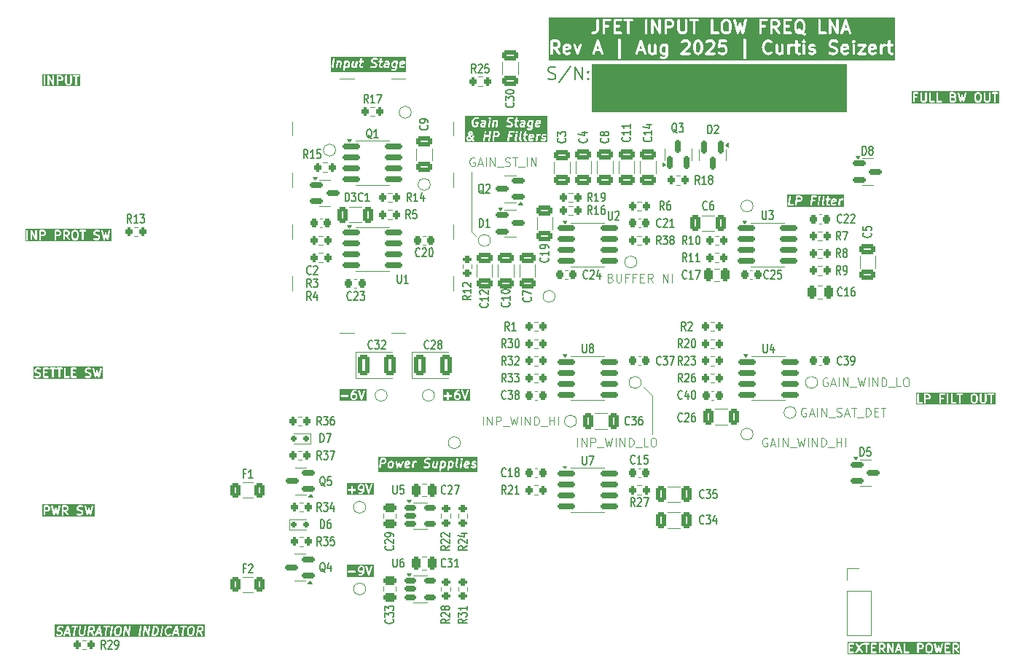
<source format=gto>
%TF.GenerationSoftware,KiCad,Pcbnew,9.0.3*%
%TF.CreationDate,2025-08-29T14:27:28-04:00*%
%TF.ProjectId,Simple_LFLNA_RevA,53696d70-6c65-45f4-9c46-4c4e415f5265,rev?*%
%TF.SameCoordinates,Original*%
%TF.FileFunction,Legend,Top*%
%TF.FilePolarity,Positive*%
%FSLAX46Y46*%
G04 Gerber Fmt 4.6, Leading zero omitted, Abs format (unit mm)*
G04 Created by KiCad (PCBNEW 9.0.3) date 2025-08-29 14:27:28*
%MOMM*%
%LPD*%
G01*
G04 APERTURE LIST*
G04 Aperture macros list*
%AMRoundRect*
0 Rectangle with rounded corners*
0 $1 Rounding radius*
0 $2 $3 $4 $5 $6 $7 $8 $9 X,Y pos of 4 corners*
0 Add a 4 corners polygon primitive as box body*
4,1,4,$2,$3,$4,$5,$6,$7,$8,$9,$2,$3,0*
0 Add four circle primitives for the rounded corners*
1,1,$1+$1,$2,$3*
1,1,$1+$1,$4,$5*
1,1,$1+$1,$6,$7*
1,1,$1+$1,$8,$9*
0 Add four rect primitives between the rounded corners*
20,1,$1+$1,$2,$3,$4,$5,0*
20,1,$1+$1,$4,$5,$6,$7,0*
20,1,$1+$1,$6,$7,$8,$9,0*
20,1,$1+$1,$8,$9,$2,$3,0*%
G04 Aperture macros list end*
%ADD10C,0.200000*%
%ADD11C,0.120000*%
%ADD12C,0.125000*%
%ADD13C,0.300000*%
%ADD14C,0.150000*%
%ADD15C,1.000000*%
%ADD16O,7.000000X3.500000*%
%ADD17O,2.500000X1.600000*%
%ADD18C,2.500000*%
%ADD19RoundRect,0.225000X0.225000X0.250000X-0.225000X0.250000X-0.225000X-0.250000X0.225000X-0.250000X0*%
%ADD20C,2.300000*%
%ADD21R,4.020000X2.410000*%
%ADD22O,4.020000X2.410000*%
%ADD23RoundRect,0.150000X-0.825000X-0.150000X0.825000X-0.150000X0.825000X0.150000X-0.825000X0.150000X0*%
%ADD24R,1.000000X1.000000*%
%ADD25R,4.550000X1.000000*%
%ADD26R,3.800000X1.000000*%
%ADD27R,1.000000X3.980000*%
%ADD28R,1.000000X3.800000*%
%ADD29RoundRect,0.150000X-0.512500X-0.150000X0.512500X-0.150000X0.512500X0.150000X-0.512500X0.150000X0*%
%ADD30RoundRect,0.200000X0.200000X0.275000X-0.200000X0.275000X-0.200000X-0.275000X0.200000X-0.275000X0*%
%ADD31RoundRect,0.200000X-0.200000X-0.275000X0.200000X-0.275000X0.200000X0.275000X-0.200000X0.275000X0*%
%ADD32RoundRect,0.200000X0.275000X-0.200000X0.275000X0.200000X-0.275000X0.200000X-0.275000X-0.200000X0*%
%ADD33RoundRect,0.200000X-0.275000X0.200000X-0.275000X-0.200000X0.275000X-0.200000X0.275000X0.200000X0*%
%ADD34RoundRect,0.150000X0.587500X0.150000X-0.587500X0.150000X-0.587500X-0.150000X0.587500X-0.150000X0*%
%ADD35RoundRect,0.150000X0.150000X-0.587500X0.150000X0.587500X-0.150000X0.587500X-0.150000X-0.587500X0*%
%ADD36R,1.700000X1.700000*%
%ADD37C,1.700000*%
%ADD38RoundRect,0.250000X-0.375000X-0.625000X0.375000X-0.625000X0.375000X0.625000X-0.375000X0.625000X0*%
%ADD39RoundRect,0.150000X-0.587500X-0.150000X0.587500X-0.150000X0.587500X0.150000X-0.587500X0.150000X0*%
%ADD40RoundRect,0.150000X-0.150000X-0.200000X0.150000X-0.200000X0.150000X0.200000X-0.150000X0.200000X0*%
%ADD41RoundRect,0.150000X0.150000X0.200000X-0.150000X0.200000X-0.150000X-0.200000X0.150000X-0.200000X0*%
%ADD42RoundRect,0.150000X-0.150000X0.587500X-0.150000X-0.587500X0.150000X-0.587500X0.150000X0.587500X0*%
%ADD43RoundRect,0.250000X0.325000X0.650000X-0.325000X0.650000X-0.325000X-0.650000X0.325000X-0.650000X0*%
%ADD44RoundRect,0.250000X-0.475000X0.250000X-0.475000X-0.250000X0.475000X-0.250000X0.475000X0.250000X0*%
%ADD45RoundRect,0.250000X-0.420000X-0.945000X0.420000X-0.945000X0.420000X0.945000X-0.420000X0.945000X0*%
%ADD46RoundRect,0.250000X-0.250000X-0.475000X0.250000X-0.475000X0.250000X0.475000X-0.250000X0.475000X0*%
%ADD47RoundRect,0.250000X0.650000X-0.325000X0.650000X0.325000X-0.650000X0.325000X-0.650000X-0.325000X0*%
%ADD48RoundRect,0.250000X0.475000X-0.250000X0.475000X0.250000X-0.475000X0.250000X-0.475000X-0.250000X0*%
%ADD49RoundRect,0.250000X-0.325000X-0.650000X0.325000X-0.650000X0.325000X0.650000X-0.325000X0.650000X0*%
%ADD50RoundRect,0.225000X-0.225000X-0.250000X0.225000X-0.250000X0.225000X0.250000X-0.225000X0.250000X0*%
%ADD51RoundRect,0.250000X-0.650000X0.325000X-0.650000X-0.325000X0.650000X-0.325000X0.650000X0.325000X0*%
%ADD52RoundRect,0.250000X0.250000X0.475000X-0.250000X0.475000X-0.250000X-0.475000X0.250000X-0.475000X0*%
%ADD53C,2.400000*%
G04 APERTURE END LIST*
D10*
G36*
X45946243Y-143674329D02*
G01*
X45997355Y-143732742D01*
X46015814Y-143880420D01*
X45977159Y-144189665D01*
X45918557Y-144345936D01*
X45840709Y-144415135D01*
X45772811Y-144447088D01*
X45629689Y-144447088D01*
X45578609Y-144419846D01*
X45527498Y-144361432D01*
X45509038Y-144213753D01*
X45547694Y-143904506D01*
X45606295Y-143748237D01*
X45684142Y-143679040D01*
X45752043Y-143647088D01*
X45895165Y-143647088D01*
X45946243Y-143674329D01*
G37*
G36*
X50237327Y-143680466D02*
G01*
X50291255Y-143742098D01*
X50316444Y-143809269D01*
X50337243Y-143975658D01*
X50322396Y-144094429D01*
X50258623Y-144264492D01*
X50212031Y-144339038D01*
X50131441Y-144410674D01*
X50017651Y-144447088D01*
X49908442Y-144447088D01*
X50008442Y-143647088D01*
X50141364Y-143647088D01*
X50237327Y-143680466D01*
G37*
G36*
X54422433Y-143674329D02*
G01*
X54473545Y-143732742D01*
X54492004Y-143880420D01*
X54453349Y-144189665D01*
X54394747Y-144345936D01*
X54316899Y-144415135D01*
X54249001Y-144447088D01*
X54105879Y-144447088D01*
X54054799Y-144419846D01*
X54003688Y-144361432D01*
X53985228Y-144213753D01*
X54023884Y-143904506D01*
X54082485Y-143748237D01*
X54160332Y-143679040D01*
X54228233Y-143647088D01*
X54371355Y-143647088D01*
X54422433Y-143674329D01*
G37*
G36*
X39993613Y-144161373D02*
G01*
X39796239Y-144161373D01*
X39931933Y-143865313D01*
X39993613Y-144161373D01*
G37*
G36*
X43660280Y-144161373D02*
G01*
X43462906Y-144161373D01*
X43598600Y-143865313D01*
X43660280Y-144161373D01*
G37*
G36*
X52612660Y-144161373D02*
G01*
X52415286Y-144161373D01*
X52550980Y-143865313D01*
X52612660Y-144161373D01*
G37*
G36*
X42851005Y-143674329D02*
G01*
X42868636Y-143694479D01*
X42889309Y-143749606D01*
X42877244Y-143846127D01*
X42837030Y-143910469D01*
X42804995Y-143938944D01*
X42737097Y-143970897D01*
X42491776Y-143970897D01*
X42532252Y-143647088D01*
X42799927Y-143647088D01*
X42851005Y-143674329D01*
G37*
G36*
X55470052Y-143674329D02*
G01*
X55487683Y-143694479D01*
X55508356Y-143749606D01*
X55496291Y-143846127D01*
X55456077Y-143910469D01*
X55424042Y-143938944D01*
X55356144Y-143970897D01*
X55110823Y-143970897D01*
X55151299Y-143647088D01*
X55418974Y-143647088D01*
X55470052Y-143674329D01*
G37*
G36*
X55821492Y-144758199D02*
G01*
X38448105Y-144758199D01*
X38448105Y-144485674D01*
X38559216Y-144485674D01*
X38561476Y-144524627D01*
X38578471Y-144559749D01*
X38607613Y-144585695D01*
X38625408Y-144593919D01*
X38762312Y-144641538D01*
X38773273Y-144644180D01*
X38775655Y-144645167D01*
X38778547Y-144645451D01*
X38781369Y-144646132D01*
X38783940Y-144645982D01*
X38795164Y-144647088D01*
X39033260Y-144647088D01*
X39052769Y-144645167D01*
X39054978Y-144644251D01*
X39057370Y-144644139D01*
X39075840Y-144637570D01*
X39177030Y-144589951D01*
X39182798Y-144586508D01*
X39185029Y-144585735D01*
X39189312Y-144582621D01*
X39193864Y-144579906D01*
X39195454Y-144578158D01*
X39200887Y-144574210D01*
X39213556Y-144562949D01*
X39410716Y-144562949D01*
X39424301Y-144599526D01*
X39450850Y-144628120D01*
X39486320Y-144644377D01*
X39525311Y-144645822D01*
X39561888Y-144632237D01*
X39590482Y-144605688D01*
X39600356Y-144588754D01*
X39704573Y-144361373D01*
X40035279Y-144361373D01*
X40078219Y-144567484D01*
X40084079Y-144586191D01*
X40106049Y-144618436D01*
X40138686Y-144639819D01*
X40177022Y-144647085D01*
X40215220Y-144639127D01*
X40247464Y-144617156D01*
X40268847Y-144584519D01*
X40276113Y-144546184D01*
X40274015Y-144526693D01*
X40065867Y-143527579D01*
X40393514Y-143527579D01*
X40393514Y-143566597D01*
X40408446Y-143602645D01*
X40436036Y-143630235D01*
X40472084Y-143645167D01*
X40491593Y-143647088D01*
X40664030Y-143647088D01*
X40553080Y-144534685D01*
X40552567Y-144554281D01*
X40562912Y-144591903D01*
X40586867Y-144622702D01*
X40620784Y-144641990D01*
X40659501Y-144646829D01*
X40697123Y-144636484D01*
X40727922Y-144612529D01*
X40747210Y-144578612D01*
X40751536Y-144559491D01*
X40775997Y-144363804D01*
X41195424Y-144363804D01*
X41196636Y-144368212D01*
X41196481Y-144372782D01*
X41201532Y-144391723D01*
X41237246Y-144486961D01*
X41243563Y-144499810D01*
X41244220Y-144501752D01*
X41245173Y-144503086D01*
X41245895Y-144504553D01*
X41247289Y-144506045D01*
X41255621Y-144517699D01*
X41297288Y-144565319D01*
X41307917Y-144575296D01*
X41309177Y-144576829D01*
X41310462Y-144577686D01*
X41311581Y-144578736D01*
X41313346Y-144579609D01*
X41325487Y-144587704D01*
X41414774Y-144635324D01*
X41432891Y-144642809D01*
X41437782Y-144643286D01*
X41442323Y-144645167D01*
X41461832Y-144647088D01*
X41652308Y-144647088D01*
X41671817Y-144645167D01*
X41674026Y-144644251D01*
X41676418Y-144644139D01*
X41694888Y-144637570D01*
X41796078Y-144589951D01*
X41801846Y-144586508D01*
X41804077Y-144585735D01*
X41808360Y-144582621D01*
X41812912Y-144579906D01*
X41814502Y-144578158D01*
X41819935Y-144574210D01*
X41842355Y-144554281D01*
X42219233Y-144554281D01*
X42229578Y-144591903D01*
X42253533Y-144622702D01*
X42287450Y-144641990D01*
X42326167Y-144646829D01*
X42363789Y-144636484D01*
X42394588Y-144612529D01*
X42413876Y-144578612D01*
X42418202Y-144559491D01*
X42466776Y-144170897D01*
X42558740Y-144170897D01*
X42803712Y-144596935D01*
X42815102Y-144612890D01*
X42846016Y-144636697D01*
X42883687Y-144646862D01*
X42922380Y-144641838D01*
X42956205Y-144622388D01*
X42980012Y-144591475D01*
X42987709Y-144562949D01*
X43077383Y-144562949D01*
X43090968Y-144599526D01*
X43117517Y-144628120D01*
X43152987Y-144644377D01*
X43191978Y-144645822D01*
X43228555Y-144632237D01*
X43257149Y-144605688D01*
X43267023Y-144588754D01*
X43371240Y-144361373D01*
X43701946Y-144361373D01*
X43744886Y-144567484D01*
X43750746Y-144586191D01*
X43772716Y-144618436D01*
X43805353Y-144639819D01*
X43843689Y-144647085D01*
X43881887Y-144639127D01*
X43914131Y-144617156D01*
X43935514Y-144584519D01*
X43942780Y-144546184D01*
X43940682Y-144526693D01*
X43732534Y-143527579D01*
X44060181Y-143527579D01*
X44060181Y-143566597D01*
X44075113Y-143602645D01*
X44102703Y-143630235D01*
X44138751Y-143645167D01*
X44158260Y-143647088D01*
X44330697Y-143647088D01*
X44219747Y-144534685D01*
X44219234Y-144554281D01*
X44229579Y-144591903D01*
X44253534Y-144622702D01*
X44287451Y-144641990D01*
X44326168Y-144646829D01*
X44363790Y-144636484D01*
X44394589Y-144612529D01*
X44413877Y-144578612D01*
X44418203Y-144559491D01*
X44418854Y-144554281D01*
X44838281Y-144554281D01*
X44848626Y-144591903D01*
X44872581Y-144622702D01*
X44906498Y-144641990D01*
X44945215Y-144646829D01*
X44982837Y-144636484D01*
X45013636Y-144612529D01*
X45032924Y-144578612D01*
X45037250Y-144559491D01*
X45081366Y-144206561D01*
X45308519Y-144206561D01*
X45308707Y-144213754D01*
X45308519Y-144220947D01*
X45308935Y-144222460D01*
X45309032Y-144226158D01*
X45332842Y-144416633D01*
X45332923Y-144416991D01*
X45332911Y-144417171D01*
X45333070Y-144417642D01*
X45337168Y-144435753D01*
X45342169Y-144444548D01*
X45345411Y-144454133D01*
X45356208Y-144469236D01*
X45356456Y-144469671D01*
X45356599Y-144469782D01*
X45356812Y-144470080D01*
X45440145Y-144565319D01*
X45450776Y-144575299D01*
X45452034Y-144576829D01*
X45453316Y-144577684D01*
X45454437Y-144578736D01*
X45456206Y-144579611D01*
X45468344Y-144587704D01*
X45557631Y-144635324D01*
X45575748Y-144642809D01*
X45580639Y-144643286D01*
X45585180Y-144645167D01*
X45604689Y-144647088D01*
X45795165Y-144647088D01*
X45814674Y-144645167D01*
X45816883Y-144644251D01*
X45819275Y-144644139D01*
X45837745Y-144637570D01*
X45938935Y-144589951D01*
X45944703Y-144586508D01*
X45946934Y-144585735D01*
X45951217Y-144582621D01*
X45955769Y-144579906D01*
X45957359Y-144578158D01*
X45962792Y-144574210D01*
X45985212Y-144554281D01*
X46362090Y-144554281D01*
X46372435Y-144591903D01*
X46396390Y-144622702D01*
X46430307Y-144641990D01*
X46469024Y-144646829D01*
X46506646Y-144636484D01*
X46537445Y-144612529D01*
X46556733Y-144578612D01*
X46561059Y-144559491D01*
X46641608Y-143915097D01*
X46941946Y-144587853D01*
X46943500Y-144590579D01*
X46943864Y-144591903D01*
X46945324Y-144593781D01*
X46951653Y-144604884D01*
X46960413Y-144613180D01*
X46967819Y-144622702D01*
X46974447Y-144626471D01*
X46979983Y-144631714D01*
X46991246Y-144636024D01*
X47001736Y-144641990D01*
X47009303Y-144642935D01*
X47016424Y-144645661D01*
X47028483Y-144645332D01*
X47040453Y-144646829D01*
X47047805Y-144644807D01*
X47055428Y-144644600D01*
X47066444Y-144639682D01*
X47078075Y-144636484D01*
X47084092Y-144631803D01*
X47091056Y-144628695D01*
X47099352Y-144619934D01*
X47108874Y-144612529D01*
X47112643Y-144605900D01*
X47117886Y-144600365D01*
X47122196Y-144589101D01*
X47128162Y-144578612D01*
X47130982Y-144566147D01*
X47131833Y-144563924D01*
X47131795Y-144562551D01*
X47132488Y-144559491D01*
X47133139Y-144554281D01*
X48171614Y-144554281D01*
X48181959Y-144591903D01*
X48205914Y-144622702D01*
X48239831Y-144641990D01*
X48278548Y-144646829D01*
X48316170Y-144636484D01*
X48346969Y-144612529D01*
X48366257Y-144578612D01*
X48370583Y-144559491D01*
X48371234Y-144554281D01*
X48647804Y-144554281D01*
X48658149Y-144591903D01*
X48682104Y-144622702D01*
X48716021Y-144641990D01*
X48754738Y-144646829D01*
X48792360Y-144636484D01*
X48823159Y-144612529D01*
X48842447Y-144578612D01*
X48846773Y-144559491D01*
X48927322Y-143915097D01*
X49227660Y-144587853D01*
X49229214Y-144590579D01*
X49229578Y-144591903D01*
X49231038Y-144593781D01*
X49237367Y-144604884D01*
X49246127Y-144613180D01*
X49253533Y-144622702D01*
X49260161Y-144626471D01*
X49265697Y-144631714D01*
X49276960Y-144636024D01*
X49287450Y-144641990D01*
X49295017Y-144642935D01*
X49302138Y-144645661D01*
X49314197Y-144645332D01*
X49326167Y-144646829D01*
X49333519Y-144644807D01*
X49341142Y-144644600D01*
X49352158Y-144639682D01*
X49363789Y-144636484D01*
X49369806Y-144631803D01*
X49376770Y-144628695D01*
X49385066Y-144619934D01*
X49394588Y-144612529D01*
X49398357Y-144605900D01*
X49403600Y-144600365D01*
X49407910Y-144589101D01*
X49413876Y-144578612D01*
X49416696Y-144566147D01*
X49417547Y-144563924D01*
X49417509Y-144562551D01*
X49418202Y-144559491D01*
X49418853Y-144554281D01*
X49695423Y-144554281D01*
X49697085Y-144560325D01*
X49697085Y-144566597D01*
X49702214Y-144578981D01*
X49705768Y-144591903D01*
X49709617Y-144596852D01*
X49712017Y-144602645D01*
X49721494Y-144612122D01*
X49729723Y-144622702D01*
X49735173Y-144625801D01*
X49739607Y-144630235D01*
X49751986Y-144635363D01*
X49763640Y-144641990D01*
X49769862Y-144642767D01*
X49775655Y-144645167D01*
X49795164Y-144647088D01*
X50033260Y-144647088D01*
X50041968Y-144646230D01*
X50044571Y-144646447D01*
X50048635Y-144645574D01*
X50052769Y-144645167D01*
X50055180Y-144644168D01*
X50063738Y-144642330D01*
X50212546Y-144594712D01*
X50230542Y-144586936D01*
X50231483Y-144586138D01*
X50232648Y-144585735D01*
X50248506Y-144574210D01*
X50270926Y-144554281D01*
X50695423Y-144554281D01*
X50705768Y-144591903D01*
X50729723Y-144622702D01*
X50763640Y-144641990D01*
X50802357Y-144646829D01*
X50839979Y-144636484D01*
X50870778Y-144612529D01*
X50890066Y-144578612D01*
X50894392Y-144559491D01*
X50950413Y-144111323D01*
X51177566Y-144111323D01*
X51177754Y-144118516D01*
X51177566Y-144125709D01*
X51177982Y-144127222D01*
X51178079Y-144130919D01*
X51201888Y-144321395D01*
X51202472Y-144323977D01*
X51202432Y-144325164D01*
X51204469Y-144332803D01*
X51206214Y-144340515D01*
X51206800Y-144341546D01*
X51207483Y-144344105D01*
X51243198Y-144439343D01*
X51249516Y-144452194D01*
X51250172Y-144454133D01*
X51251124Y-144455464D01*
X51251847Y-144456935D01*
X51253244Y-144458430D01*
X51261573Y-144470080D01*
X51344906Y-144565319D01*
X51359198Y-144578736D01*
X51364827Y-144581520D01*
X51369517Y-144585695D01*
X51387312Y-144593919D01*
X51524217Y-144641538D01*
X51535178Y-144644180D01*
X51537560Y-144645167D01*
X51540452Y-144645451D01*
X51543274Y-144646132D01*
X51545845Y-144645982D01*
X51557069Y-144647088D01*
X51652307Y-144647088D01*
X51661015Y-144646230D01*
X51663618Y-144646447D01*
X51667682Y-144645574D01*
X51671816Y-144645167D01*
X51674227Y-144644168D01*
X51682785Y-144642330D01*
X51831593Y-144594712D01*
X51849589Y-144586936D01*
X51850530Y-144586138D01*
X51851695Y-144585735D01*
X51867553Y-144574210D01*
X51880222Y-144562949D01*
X52029763Y-144562949D01*
X52043348Y-144599526D01*
X52069897Y-144628120D01*
X52105367Y-144644377D01*
X52144358Y-144645822D01*
X52180935Y-144632237D01*
X52209529Y-144605688D01*
X52219403Y-144588754D01*
X52323620Y-144361373D01*
X52654326Y-144361373D01*
X52697266Y-144567484D01*
X52703126Y-144586191D01*
X52725096Y-144618436D01*
X52757733Y-144639819D01*
X52796069Y-144647085D01*
X52834267Y-144639127D01*
X52866511Y-144617156D01*
X52887894Y-144584519D01*
X52895160Y-144546184D01*
X52893062Y-144526693D01*
X52684914Y-143527579D01*
X53012561Y-143527579D01*
X53012561Y-143566597D01*
X53027493Y-143602645D01*
X53055083Y-143630235D01*
X53091131Y-143645167D01*
X53110640Y-143647088D01*
X53283077Y-143647088D01*
X53172127Y-144534685D01*
X53171614Y-144554281D01*
X53181959Y-144591903D01*
X53205914Y-144622702D01*
X53239831Y-144641990D01*
X53278548Y-144646829D01*
X53316170Y-144636484D01*
X53346969Y-144612529D01*
X53366257Y-144578612D01*
X53370583Y-144559491D01*
X53414699Y-144206561D01*
X53784709Y-144206561D01*
X53784897Y-144213754D01*
X53784709Y-144220947D01*
X53785125Y-144222460D01*
X53785222Y-144226158D01*
X53809032Y-144416633D01*
X53809113Y-144416991D01*
X53809101Y-144417171D01*
X53809260Y-144417642D01*
X53813358Y-144435753D01*
X53818359Y-144444548D01*
X53821601Y-144454133D01*
X53832398Y-144469236D01*
X53832646Y-144469671D01*
X53832789Y-144469782D01*
X53833002Y-144470080D01*
X53916335Y-144565319D01*
X53926966Y-144575299D01*
X53928224Y-144576829D01*
X53929506Y-144577684D01*
X53930627Y-144578736D01*
X53932396Y-144579611D01*
X53944534Y-144587704D01*
X54033821Y-144635324D01*
X54051938Y-144642809D01*
X54056829Y-144643286D01*
X54061370Y-144645167D01*
X54080879Y-144647088D01*
X54271355Y-144647088D01*
X54290864Y-144645167D01*
X54293073Y-144644251D01*
X54295465Y-144644139D01*
X54313935Y-144637570D01*
X54415125Y-144589951D01*
X54420893Y-144586508D01*
X54423124Y-144585735D01*
X54427407Y-144582621D01*
X54431959Y-144579906D01*
X54433549Y-144578158D01*
X54438982Y-144574210D01*
X54461402Y-144554281D01*
X54838280Y-144554281D01*
X54848625Y-144591903D01*
X54872580Y-144622702D01*
X54906497Y-144641990D01*
X54945214Y-144646829D01*
X54982836Y-144636484D01*
X55013635Y-144612529D01*
X55032923Y-144578612D01*
X55037249Y-144559491D01*
X55085823Y-144170897D01*
X55177787Y-144170897D01*
X55422759Y-144596935D01*
X55434149Y-144612890D01*
X55465063Y-144636697D01*
X55502734Y-144646862D01*
X55541427Y-144641838D01*
X55575252Y-144622388D01*
X55599059Y-144591475D01*
X55609224Y-144553804D01*
X55604200Y-144515111D01*
X55596140Y-144497241D01*
X55406085Y-144166711D01*
X55421078Y-144161379D01*
X55522268Y-144113760D01*
X55528036Y-144110317D01*
X55530267Y-144109544D01*
X55534550Y-144106430D01*
X55539102Y-144103715D01*
X55540692Y-144101967D01*
X55546125Y-144098019D01*
X55599696Y-144050400D01*
X55604182Y-144045545D01*
X55606090Y-144044185D01*
X55609361Y-144039940D01*
X55613001Y-144036003D01*
X55614023Y-144033893D01*
X55618059Y-144028659D01*
X55677583Y-143933421D01*
X55686293Y-143915860D01*
X55686641Y-143913779D01*
X55687685Y-143911944D01*
X55692011Y-143892824D01*
X55709868Y-143749967D01*
X55710381Y-143730370D01*
X55709168Y-143725961D01*
X55709324Y-143721393D01*
X55704273Y-143702452D01*
X55668559Y-143607214D01*
X55662242Y-143594366D01*
X55661585Y-143592422D01*
X55660629Y-143591085D01*
X55659910Y-143589622D01*
X55658517Y-143588131D01*
X55650183Y-143576475D01*
X55608516Y-143528856D01*
X55597881Y-143518872D01*
X55596628Y-143517348D01*
X55595349Y-143516495D01*
X55594224Y-143515439D01*
X55592448Y-143514560D01*
X55580318Y-143506472D01*
X55491033Y-143458853D01*
X55472915Y-143451367D01*
X55468023Y-143450889D01*
X55463483Y-143449009D01*
X55443974Y-143447088D01*
X55063021Y-143447088D01*
X55057838Y-143447598D01*
X55055828Y-143447347D01*
X55053282Y-143448046D01*
X55043512Y-143449009D01*
X55031127Y-143454138D01*
X55018206Y-143457692D01*
X55013256Y-143461541D01*
X55007464Y-143463941D01*
X54997986Y-143473418D01*
X54987407Y-143481647D01*
X54984307Y-143487097D01*
X54979874Y-143491531D01*
X54974744Y-143503913D01*
X54968119Y-143515565D01*
X54965952Y-143525138D01*
X54964942Y-143527579D01*
X54964942Y-143529606D01*
X54963793Y-143534685D01*
X54838793Y-144534685D01*
X54838280Y-144554281D01*
X54461402Y-144554281D01*
X54546125Y-144478971D01*
X54559430Y-144464574D01*
X54561474Y-144460357D01*
X54564672Y-144456935D01*
X54573321Y-144439343D01*
X54644750Y-144248866D01*
X54645431Y-144246309D01*
X54646019Y-144245277D01*
X54647765Y-144237559D01*
X54649801Y-144229925D01*
X54649760Y-144228739D01*
X54650345Y-144226157D01*
X54692011Y-143892824D01*
X54692107Y-143889127D01*
X54692524Y-143887614D01*
X54692335Y-143880421D01*
X54692524Y-143873228D01*
X54692107Y-143871714D01*
X54692011Y-143868018D01*
X54668202Y-143677542D01*
X54668120Y-143677183D01*
X54668133Y-143677003D01*
X54667973Y-143676529D01*
X54663876Y-143658422D01*
X54658875Y-143649628D01*
X54655633Y-143640041D01*
X54644832Y-143624933D01*
X54644588Y-143624504D01*
X54644446Y-143624393D01*
X54644232Y-143624094D01*
X54560897Y-143528856D01*
X54550262Y-143518872D01*
X54549009Y-143517348D01*
X54547730Y-143516495D01*
X54546605Y-143515439D01*
X54544829Y-143514560D01*
X54532699Y-143506472D01*
X54443414Y-143458853D01*
X54425296Y-143451367D01*
X54420404Y-143450889D01*
X54415864Y-143449009D01*
X54396355Y-143447088D01*
X54205879Y-143447088D01*
X54186370Y-143449009D01*
X54184160Y-143449924D01*
X54181770Y-143450037D01*
X54163300Y-143456606D01*
X54062109Y-143504225D01*
X54056340Y-143507666D01*
X54054109Y-143508441D01*
X54049824Y-143511554D01*
X54045274Y-143514270D01*
X54043683Y-143516017D01*
X54038251Y-143519966D01*
X53931109Y-143615204D01*
X53917804Y-143629601D01*
X53915759Y-143633817D01*
X53912561Y-143637241D01*
X53903912Y-143654833D01*
X53832484Y-143845309D01*
X53831802Y-143847863D01*
X53831215Y-143848897D01*
X53829467Y-143856619D01*
X53827433Y-143864250D01*
X53827473Y-143865435D01*
X53826889Y-143868018D01*
X53785222Y-144201350D01*
X53785125Y-144205047D01*
X53784709Y-144206561D01*
X53414699Y-144206561D01*
X53484633Y-143647088D01*
X53682069Y-143647088D01*
X53701578Y-143645167D01*
X53737626Y-143630235D01*
X53765216Y-143602645D01*
X53780148Y-143566597D01*
X53780148Y-143527579D01*
X53765216Y-143491531D01*
X53737626Y-143463941D01*
X53701578Y-143449009D01*
X53682069Y-143447088D01*
X53110640Y-143447088D01*
X53091131Y-143449009D01*
X53055083Y-143463941D01*
X53027493Y-143491531D01*
X53012561Y-143527579D01*
X52684914Y-143527579D01*
X52684729Y-143526693D01*
X52678869Y-143507985D01*
X52674612Y-143501738D01*
X52671980Y-143494650D01*
X52663725Y-143485759D01*
X52656899Y-143475741D01*
X52650578Y-143471599D01*
X52645431Y-143466056D01*
X52634399Y-143461000D01*
X52624262Y-143454358D01*
X52616837Y-143452950D01*
X52609961Y-143449799D01*
X52597837Y-143449349D01*
X52585926Y-143447092D01*
X52578524Y-143448633D01*
X52570970Y-143448354D01*
X52559601Y-143452576D01*
X52547728Y-143455050D01*
X52541481Y-143459306D01*
X52534393Y-143461939D01*
X52525502Y-143470193D01*
X52515484Y-143477020D01*
X52511342Y-143483340D01*
X52505799Y-143488488D01*
X52495925Y-143505422D01*
X52037591Y-144505422D01*
X52031208Y-144523958D01*
X52029763Y-144562949D01*
X51880222Y-144562949D01*
X51921125Y-144526590D01*
X51934429Y-144512193D01*
X51951452Y-144477083D01*
X51953743Y-144438133D01*
X51940954Y-144401270D01*
X51915032Y-144372108D01*
X51879922Y-144355085D01*
X51840971Y-144352794D01*
X51804109Y-144365583D01*
X51788251Y-144377109D01*
X51750489Y-144410674D01*
X51636698Y-144447088D01*
X51573965Y-144447088D01*
X51478001Y-144413709D01*
X51424073Y-144352077D01*
X51398883Y-144284903D01*
X51378085Y-144118516D01*
X51392931Y-143999745D01*
X51456704Y-143829682D01*
X51503297Y-143755134D01*
X51583884Y-143683501D01*
X51697680Y-143647088D01*
X51760411Y-143647088D01*
X51856374Y-143680466D01*
X51880620Y-143708176D01*
X51894912Y-143721593D01*
X51929887Y-143738889D01*
X51968819Y-143741485D01*
X52005781Y-143728985D01*
X52035145Y-143703292D01*
X52052441Y-143668317D01*
X52055037Y-143629385D01*
X52042537Y-143592423D01*
X52031136Y-143576476D01*
X51989470Y-143528857D01*
X51975178Y-143515440D01*
X51969548Y-143512656D01*
X51964859Y-143508481D01*
X51947064Y-143500257D01*
X51810159Y-143452638D01*
X51799197Y-143449995D01*
X51796816Y-143449009D01*
X51793923Y-143448724D01*
X51791102Y-143448044D01*
X51788530Y-143448193D01*
X51777307Y-143447088D01*
X51682069Y-143447088D01*
X51673360Y-143447945D01*
X51670758Y-143447729D01*
X51666693Y-143448601D01*
X51662560Y-143449009D01*
X51660148Y-143450007D01*
X51651591Y-143451846D01*
X51502782Y-143499465D01*
X51484786Y-143507240D01*
X51483844Y-143508037D01*
X51482680Y-143508441D01*
X51466822Y-143519966D01*
X51359680Y-143615204D01*
X51355192Y-143620059D01*
X51353285Y-143621420D01*
X51350011Y-143625665D01*
X51346375Y-143629601D01*
X51345353Y-143631708D01*
X51341316Y-143636945D01*
X51281792Y-143732183D01*
X51281687Y-143732394D01*
X51281608Y-143732479D01*
X51277425Y-143740986D01*
X51273081Y-143749745D01*
X51273061Y-143749863D01*
X51272959Y-143750071D01*
X51201531Y-143940547D01*
X51200849Y-143943101D01*
X51200262Y-143944135D01*
X51198514Y-143951859D01*
X51196480Y-143959488D01*
X51196520Y-143960672D01*
X51195936Y-143963255D01*
X51178079Y-144106113D01*
X51177982Y-144109809D01*
X51177566Y-144111323D01*
X50950413Y-144111323D01*
X51019392Y-143559492D01*
X51019905Y-143539895D01*
X51009560Y-143502273D01*
X50985605Y-143471474D01*
X50951688Y-143452186D01*
X50912971Y-143447347D01*
X50875349Y-143457692D01*
X50844550Y-143481647D01*
X50825262Y-143515565D01*
X50820936Y-143534685D01*
X50695936Y-144534685D01*
X50695423Y-144554281D01*
X50270926Y-144554281D01*
X50355649Y-144478971D01*
X50360135Y-144474116D01*
X50362043Y-144472756D01*
X50365314Y-144468511D01*
X50368954Y-144464574D01*
X50369976Y-144462464D01*
X50374012Y-144457230D01*
X50433536Y-144361992D01*
X50433640Y-144361780D01*
X50433720Y-144361696D01*
X50437931Y-144353130D01*
X50442246Y-144344431D01*
X50442265Y-144344314D01*
X50442369Y-144344104D01*
X50513797Y-144153628D01*
X50514478Y-144151073D01*
X50515066Y-144150040D01*
X50516813Y-144142315D01*
X50518848Y-144134687D01*
X50518807Y-144133502D01*
X50519392Y-144130920D01*
X50537250Y-143988063D01*
X50537346Y-143984365D01*
X50537763Y-143982852D01*
X50537574Y-143975659D01*
X50537763Y-143968466D01*
X50537346Y-143966952D01*
X50537250Y-143963255D01*
X50513440Y-143772779D01*
X50512855Y-143770196D01*
X50512896Y-143769012D01*
X50510861Y-143761383D01*
X50509114Y-143753659D01*
X50508526Y-143752625D01*
X50507845Y-143750071D01*
X50472131Y-143654833D01*
X50465814Y-143641985D01*
X50465157Y-143640041D01*
X50464201Y-143638704D01*
X50463482Y-143637241D01*
X50462090Y-143635751D01*
X50453756Y-143624094D01*
X50370421Y-143528856D01*
X50356129Y-143515439D01*
X50350498Y-143512654D01*
X50345811Y-143508481D01*
X50328016Y-143500257D01*
X50191112Y-143452638D01*
X50180150Y-143449995D01*
X50177769Y-143449009D01*
X50174876Y-143448724D01*
X50172055Y-143448044D01*
X50169483Y-143448193D01*
X50158260Y-143447088D01*
X49920164Y-143447088D01*
X49914981Y-143447598D01*
X49912971Y-143447347D01*
X49910425Y-143448046D01*
X49900655Y-143449009D01*
X49888270Y-143454138D01*
X49875349Y-143457692D01*
X49870399Y-143461541D01*
X49864607Y-143463941D01*
X49855129Y-143473418D01*
X49844550Y-143481647D01*
X49841450Y-143487097D01*
X49837017Y-143491531D01*
X49831887Y-143503913D01*
X49825262Y-143515565D01*
X49823095Y-143525138D01*
X49822085Y-143527579D01*
X49822085Y-143529606D01*
X49820936Y-143534685D01*
X49695936Y-144534685D01*
X49695423Y-144554281D01*
X49418853Y-144554281D01*
X49543202Y-143559492D01*
X49543715Y-143539895D01*
X49533370Y-143502273D01*
X49509415Y-143471474D01*
X49475498Y-143452186D01*
X49436781Y-143447347D01*
X49399159Y-143457692D01*
X49368360Y-143481647D01*
X49349072Y-143515565D01*
X49344746Y-143534685D01*
X49264196Y-144179078D01*
X48963859Y-143506323D01*
X48962304Y-143503596D01*
X48961941Y-143502273D01*
X48960480Y-143500394D01*
X48954152Y-143489292D01*
X48945391Y-143480995D01*
X48937986Y-143471474D01*
X48931357Y-143467704D01*
X48925822Y-143462462D01*
X48914558Y-143458151D01*
X48904069Y-143452186D01*
X48896501Y-143451240D01*
X48889381Y-143448515D01*
X48877319Y-143448842D01*
X48865352Y-143447347D01*
X48858003Y-143449367D01*
X48850377Y-143449575D01*
X48839356Y-143454494D01*
X48827730Y-143457692D01*
X48821712Y-143462371D01*
X48814749Y-143465481D01*
X48806452Y-143474241D01*
X48796931Y-143481647D01*
X48793161Y-143488274D01*
X48787919Y-143493811D01*
X48783607Y-143505076D01*
X48777643Y-143515565D01*
X48774823Y-143528028D01*
X48773972Y-143530252D01*
X48774009Y-143531625D01*
X48773317Y-143534685D01*
X48648317Y-144534685D01*
X48647804Y-144554281D01*
X48371234Y-144554281D01*
X48495583Y-143559492D01*
X48496096Y-143539895D01*
X48485751Y-143502273D01*
X48461796Y-143471474D01*
X48427879Y-143452186D01*
X48389162Y-143447347D01*
X48351540Y-143457692D01*
X48320741Y-143481647D01*
X48301453Y-143515565D01*
X48297127Y-143534685D01*
X48172127Y-144534685D01*
X48171614Y-144554281D01*
X47133139Y-144554281D01*
X47257488Y-143559492D01*
X47258001Y-143539895D01*
X47247656Y-143502273D01*
X47223701Y-143471474D01*
X47189784Y-143452186D01*
X47151067Y-143447347D01*
X47113445Y-143457692D01*
X47082646Y-143481647D01*
X47063358Y-143515565D01*
X47059032Y-143534685D01*
X46978482Y-144179078D01*
X46678145Y-143506323D01*
X46676590Y-143503596D01*
X46676227Y-143502273D01*
X46674766Y-143500394D01*
X46668438Y-143489292D01*
X46659677Y-143480995D01*
X46652272Y-143471474D01*
X46645643Y-143467704D01*
X46640108Y-143462462D01*
X46628844Y-143458151D01*
X46618355Y-143452186D01*
X46610787Y-143451240D01*
X46603667Y-143448515D01*
X46591605Y-143448842D01*
X46579638Y-143447347D01*
X46572289Y-143449367D01*
X46564663Y-143449575D01*
X46553642Y-143454494D01*
X46542016Y-143457692D01*
X46535998Y-143462371D01*
X46529035Y-143465481D01*
X46520738Y-143474241D01*
X46511217Y-143481647D01*
X46507447Y-143488274D01*
X46502205Y-143493811D01*
X46497893Y-143505076D01*
X46491929Y-143515565D01*
X46489109Y-143528028D01*
X46488258Y-143530252D01*
X46488295Y-143531625D01*
X46487603Y-143534685D01*
X46362603Y-144534685D01*
X46362090Y-144554281D01*
X45985212Y-144554281D01*
X46069935Y-144478971D01*
X46083240Y-144464574D01*
X46085284Y-144460357D01*
X46088482Y-144456935D01*
X46097131Y-144439343D01*
X46168560Y-144248866D01*
X46169241Y-144246309D01*
X46169829Y-144245277D01*
X46171575Y-144237559D01*
X46173611Y-144229925D01*
X46173570Y-144228739D01*
X46174155Y-144226157D01*
X46215821Y-143892824D01*
X46215917Y-143889127D01*
X46216334Y-143887614D01*
X46216145Y-143880421D01*
X46216334Y-143873228D01*
X46215917Y-143871714D01*
X46215821Y-143868018D01*
X46192012Y-143677542D01*
X46191930Y-143677183D01*
X46191943Y-143677003D01*
X46191783Y-143676529D01*
X46187686Y-143658422D01*
X46182685Y-143649628D01*
X46179443Y-143640041D01*
X46168642Y-143624933D01*
X46168398Y-143624504D01*
X46168256Y-143624393D01*
X46168042Y-143624094D01*
X46084707Y-143528856D01*
X46074072Y-143518872D01*
X46072819Y-143517348D01*
X46071540Y-143516495D01*
X46070415Y-143515439D01*
X46068639Y-143514560D01*
X46056509Y-143506472D01*
X45967224Y-143458853D01*
X45949106Y-143451367D01*
X45944214Y-143450889D01*
X45939674Y-143449009D01*
X45920165Y-143447088D01*
X45729689Y-143447088D01*
X45710180Y-143449009D01*
X45707970Y-143449924D01*
X45705580Y-143450037D01*
X45687110Y-143456606D01*
X45585919Y-143504225D01*
X45580150Y-143507666D01*
X45577919Y-143508441D01*
X45573634Y-143511554D01*
X45569084Y-143514270D01*
X45567493Y-143516017D01*
X45562061Y-143519966D01*
X45454919Y-143615204D01*
X45441614Y-143629601D01*
X45439569Y-143633817D01*
X45436371Y-143637241D01*
X45427722Y-143654833D01*
X45356294Y-143845309D01*
X45355612Y-143847863D01*
X45355025Y-143848897D01*
X45353277Y-143856619D01*
X45351243Y-143864250D01*
X45351283Y-143865435D01*
X45350699Y-143868018D01*
X45309032Y-144201350D01*
X45308935Y-144205047D01*
X45308519Y-144206561D01*
X45081366Y-144206561D01*
X45162250Y-143559492D01*
X45162763Y-143539895D01*
X45152418Y-143502273D01*
X45128463Y-143471474D01*
X45094546Y-143452186D01*
X45055829Y-143447347D01*
X45018207Y-143457692D01*
X44987408Y-143481647D01*
X44968120Y-143515565D01*
X44963794Y-143534685D01*
X44838794Y-144534685D01*
X44838281Y-144554281D01*
X44418854Y-144554281D01*
X44532253Y-143647088D01*
X44729689Y-143647088D01*
X44749198Y-143645167D01*
X44785246Y-143630235D01*
X44812836Y-143602645D01*
X44827768Y-143566597D01*
X44827768Y-143527579D01*
X44812836Y-143491531D01*
X44785246Y-143463941D01*
X44749198Y-143449009D01*
X44729689Y-143447088D01*
X44158260Y-143447088D01*
X44138751Y-143449009D01*
X44102703Y-143463941D01*
X44075113Y-143491531D01*
X44060181Y-143527579D01*
X43732534Y-143527579D01*
X43732349Y-143526693D01*
X43726489Y-143507985D01*
X43722232Y-143501738D01*
X43719600Y-143494650D01*
X43711345Y-143485759D01*
X43704519Y-143475741D01*
X43698198Y-143471599D01*
X43693051Y-143466056D01*
X43682019Y-143461000D01*
X43671882Y-143454358D01*
X43664457Y-143452950D01*
X43657581Y-143449799D01*
X43645457Y-143449349D01*
X43633546Y-143447092D01*
X43626144Y-143448633D01*
X43618590Y-143448354D01*
X43607221Y-143452576D01*
X43595348Y-143455050D01*
X43589101Y-143459306D01*
X43582013Y-143461939D01*
X43573122Y-143470193D01*
X43563104Y-143477020D01*
X43558962Y-143483340D01*
X43553419Y-143488488D01*
X43543545Y-143505422D01*
X43085211Y-144505422D01*
X43078828Y-144523958D01*
X43077383Y-144562949D01*
X42987709Y-144562949D01*
X42990177Y-144553804D01*
X42985153Y-144515111D01*
X42977093Y-144497241D01*
X42787038Y-144166711D01*
X42802031Y-144161379D01*
X42903221Y-144113760D01*
X42908989Y-144110317D01*
X42911220Y-144109544D01*
X42915503Y-144106430D01*
X42920055Y-144103715D01*
X42921645Y-144101967D01*
X42927078Y-144098019D01*
X42980649Y-144050400D01*
X42985135Y-144045545D01*
X42987043Y-144044185D01*
X42990314Y-144039940D01*
X42993954Y-144036003D01*
X42994976Y-144033893D01*
X42999012Y-144028659D01*
X43058536Y-143933421D01*
X43067246Y-143915860D01*
X43067594Y-143913779D01*
X43068638Y-143911944D01*
X43072964Y-143892824D01*
X43090821Y-143749967D01*
X43091334Y-143730370D01*
X43090121Y-143725961D01*
X43090277Y-143721393D01*
X43085226Y-143702452D01*
X43049512Y-143607214D01*
X43043195Y-143594366D01*
X43042538Y-143592422D01*
X43041582Y-143591085D01*
X43040863Y-143589622D01*
X43039470Y-143588131D01*
X43031136Y-143576475D01*
X42989469Y-143528856D01*
X42978834Y-143518872D01*
X42977581Y-143517348D01*
X42976302Y-143516495D01*
X42975177Y-143515439D01*
X42973401Y-143514560D01*
X42961271Y-143506472D01*
X42871986Y-143458853D01*
X42853868Y-143451367D01*
X42848976Y-143450889D01*
X42844436Y-143449009D01*
X42824927Y-143447088D01*
X42443974Y-143447088D01*
X42438791Y-143447598D01*
X42436781Y-143447347D01*
X42434235Y-143448046D01*
X42424465Y-143449009D01*
X42412080Y-143454138D01*
X42399159Y-143457692D01*
X42394209Y-143461541D01*
X42388417Y-143463941D01*
X42378939Y-143473418D01*
X42368360Y-143481647D01*
X42365260Y-143487097D01*
X42360827Y-143491531D01*
X42355697Y-143503913D01*
X42349072Y-143515565D01*
X42346905Y-143525138D01*
X42345895Y-143527579D01*
X42345895Y-143529606D01*
X42344746Y-143534685D01*
X42219746Y-144534685D01*
X42219233Y-144554281D01*
X41842355Y-144554281D01*
X41873507Y-144526590D01*
X41877994Y-144521733D01*
X41879901Y-144520374D01*
X41883171Y-144516131D01*
X41886811Y-144512193D01*
X41887833Y-144510084D01*
X41891870Y-144504848D01*
X41951393Y-144409610D01*
X41960104Y-144392048D01*
X41960452Y-144389968D01*
X41961495Y-144388135D01*
X41965821Y-144369015D01*
X42067012Y-143559492D01*
X42067525Y-143539895D01*
X42057180Y-143502273D01*
X42033225Y-143471474D01*
X41999308Y-143452186D01*
X41960591Y-143447347D01*
X41922969Y-143457692D01*
X41892170Y-143481647D01*
X41872882Y-143515564D01*
X41868556Y-143534684D01*
X41770101Y-144322318D01*
X41729889Y-144386658D01*
X41697852Y-144415135D01*
X41629954Y-144447088D01*
X41486832Y-144447088D01*
X41435752Y-144419846D01*
X41418121Y-144399695D01*
X41397448Y-144344567D01*
X41495583Y-143559491D01*
X41496096Y-143539895D01*
X41485751Y-143502273D01*
X41461796Y-143471474D01*
X41427879Y-143452186D01*
X41389162Y-143447346D01*
X41351540Y-143457692D01*
X41320741Y-143481647D01*
X41301453Y-143515564D01*
X41297127Y-143534684D01*
X41195937Y-144344208D01*
X41195424Y-144363804D01*
X40775997Y-144363804D01*
X40865586Y-143647088D01*
X41063022Y-143647088D01*
X41082531Y-143645167D01*
X41118579Y-143630235D01*
X41146169Y-143602645D01*
X41161101Y-143566597D01*
X41161101Y-143527579D01*
X41146169Y-143491531D01*
X41118579Y-143463941D01*
X41082531Y-143449009D01*
X41063022Y-143447088D01*
X40491593Y-143447088D01*
X40472084Y-143449009D01*
X40436036Y-143463941D01*
X40408446Y-143491531D01*
X40393514Y-143527579D01*
X40065867Y-143527579D01*
X40065682Y-143526693D01*
X40059822Y-143507985D01*
X40055565Y-143501738D01*
X40052933Y-143494650D01*
X40044678Y-143485759D01*
X40037852Y-143475741D01*
X40031531Y-143471599D01*
X40026384Y-143466056D01*
X40015352Y-143461000D01*
X40005215Y-143454358D01*
X39997790Y-143452950D01*
X39990914Y-143449799D01*
X39978790Y-143449349D01*
X39966879Y-143447092D01*
X39959477Y-143448633D01*
X39951923Y-143448354D01*
X39940554Y-143452576D01*
X39928681Y-143455050D01*
X39922434Y-143459306D01*
X39915346Y-143461939D01*
X39906455Y-143470193D01*
X39896437Y-143477020D01*
X39892295Y-143483340D01*
X39886752Y-143488488D01*
X39876878Y-143505422D01*
X39418544Y-144505422D01*
X39412161Y-144523958D01*
X39410716Y-144562949D01*
X39213556Y-144562949D01*
X39254459Y-144526590D01*
X39258946Y-144521733D01*
X39260853Y-144520374D01*
X39264123Y-144516131D01*
X39267763Y-144512193D01*
X39268785Y-144510084D01*
X39272822Y-144504848D01*
X39332345Y-144409610D01*
X39341056Y-144392048D01*
X39341404Y-144389968D01*
X39342447Y-144388135D01*
X39346773Y-144369015D01*
X39358678Y-144273777D01*
X39359191Y-144254180D01*
X39357978Y-144249771D01*
X39358134Y-144245202D01*
X39353083Y-144226261D01*
X39317369Y-144131023D01*
X39311052Y-144118175D01*
X39310395Y-144116231D01*
X39309439Y-144114894D01*
X39308720Y-144113431D01*
X39307327Y-144111940D01*
X39298993Y-144100284D01*
X39257326Y-144052665D01*
X39246691Y-144042681D01*
X39245438Y-144041157D01*
X39244159Y-144040304D01*
X39243034Y-144039248D01*
X39241258Y-144038369D01*
X39229128Y-144030281D01*
X39139843Y-143982662D01*
X39137198Y-143981569D01*
X39136182Y-143980804D01*
X39128891Y-143978136D01*
X39121725Y-143975176D01*
X39120459Y-143975052D01*
X39117771Y-143974069D01*
X38944793Y-143929429D01*
X38882180Y-143896035D01*
X38864549Y-143875886D01*
X38843876Y-143820759D01*
X38849989Y-143771857D01*
X38890202Y-143707517D01*
X38922239Y-143679039D01*
X38990138Y-143647088D01*
X39188983Y-143647088D01*
X39309932Y-143689157D01*
X39328989Y-143693751D01*
X39367942Y-143691491D01*
X39403064Y-143674496D01*
X39429010Y-143645354D01*
X39441828Y-143608502D01*
X39439568Y-143569549D01*
X39422573Y-143534426D01*
X39393431Y-143508481D01*
X39375636Y-143500257D01*
X39238731Y-143452638D01*
X39227769Y-143449995D01*
X39225388Y-143449009D01*
X39222495Y-143448724D01*
X39219674Y-143448044D01*
X39217102Y-143448193D01*
X39205879Y-143447088D01*
X38967784Y-143447088D01*
X38948275Y-143449009D01*
X38946065Y-143449924D01*
X38943675Y-143450037D01*
X38925205Y-143456606D01*
X38824014Y-143504225D01*
X38818245Y-143507666D01*
X38816014Y-143508441D01*
X38811730Y-143511554D01*
X38807179Y-143514270D01*
X38805587Y-143516018D01*
X38800157Y-143519966D01*
X38746585Y-143567585D01*
X38742095Y-143572442D01*
X38740191Y-143573801D01*
X38736922Y-143578040D01*
X38733280Y-143581982D01*
X38732256Y-143584092D01*
X38728222Y-143589326D01*
X38668698Y-143684564D01*
X38659987Y-143702126D01*
X38659638Y-143704206D01*
X38658596Y-143706040D01*
X38654270Y-143725160D01*
X38642365Y-143820398D01*
X38641852Y-143839995D01*
X38643064Y-143844403D01*
X38642909Y-143848973D01*
X38647960Y-143867914D01*
X38683674Y-143963152D01*
X38689990Y-143975999D01*
X38690648Y-143977944D01*
X38691603Y-143979280D01*
X38692323Y-143980744D01*
X38693715Y-143982234D01*
X38702050Y-143993891D01*
X38743717Y-144041510D01*
X38754347Y-144051490D01*
X38755605Y-144053019D01*
X38756887Y-144053874D01*
X38758009Y-144054927D01*
X38759780Y-144055802D01*
X38771915Y-144063894D01*
X38861202Y-144111514D01*
X38863846Y-144112606D01*
X38864862Y-144113371D01*
X38872151Y-144116037D01*
X38879319Y-144118999D01*
X38880583Y-144119122D01*
X38883272Y-144120106D01*
X39056250Y-144164745D01*
X39118862Y-144198138D01*
X39136493Y-144218288D01*
X39157166Y-144273415D01*
X39151053Y-144322318D01*
X39110841Y-144386658D01*
X39078804Y-144415135D01*
X39010906Y-144447088D01*
X38812060Y-144447088D01*
X38691112Y-144405019D01*
X38672055Y-144400425D01*
X38633102Y-144402685D01*
X38597980Y-144419680D01*
X38572034Y-144448822D01*
X38559216Y-144485674D01*
X38448105Y-144485674D01*
X38448105Y-143335977D01*
X55821492Y-143335977D01*
X55821492Y-144758199D01*
G37*
D11*
X107836206Y-116679869D02*
X106836206Y-115679869D01*
X107836206Y-121179869D02*
X107836206Y-116679869D01*
X86836206Y-97679869D02*
X87336206Y-98179869D01*
X86836206Y-96679869D02*
X86836206Y-97679869D01*
X86836206Y-90679869D02*
X86836206Y-96679869D01*
D12*
X87180346Y-89098607D02*
X87085108Y-89050988D01*
X87085108Y-89050988D02*
X86942251Y-89050988D01*
X86942251Y-89050988D02*
X86799394Y-89098607D01*
X86799394Y-89098607D02*
X86704156Y-89193845D01*
X86704156Y-89193845D02*
X86656537Y-89289083D01*
X86656537Y-89289083D02*
X86608918Y-89479559D01*
X86608918Y-89479559D02*
X86608918Y-89622416D01*
X86608918Y-89622416D02*
X86656537Y-89812892D01*
X86656537Y-89812892D02*
X86704156Y-89908130D01*
X86704156Y-89908130D02*
X86799394Y-90003369D01*
X86799394Y-90003369D02*
X86942251Y-90050988D01*
X86942251Y-90050988D02*
X87037489Y-90050988D01*
X87037489Y-90050988D02*
X87180346Y-90003369D01*
X87180346Y-90003369D02*
X87227965Y-89955749D01*
X87227965Y-89955749D02*
X87227965Y-89622416D01*
X87227965Y-89622416D02*
X87037489Y-89622416D01*
X87608918Y-89765273D02*
X88085108Y-89765273D01*
X87513680Y-90050988D02*
X87847013Y-89050988D01*
X87847013Y-89050988D02*
X88180346Y-90050988D01*
X88513680Y-90050988D02*
X88513680Y-89050988D01*
X88989870Y-90050988D02*
X88989870Y-89050988D01*
X88989870Y-89050988D02*
X89561298Y-90050988D01*
X89561298Y-90050988D02*
X89561298Y-89050988D01*
X89799394Y-90146226D02*
X90561298Y-90146226D01*
X90751775Y-90003369D02*
X90894632Y-90050988D01*
X90894632Y-90050988D02*
X91132727Y-90050988D01*
X91132727Y-90050988D02*
X91227965Y-90003369D01*
X91227965Y-90003369D02*
X91275584Y-89955749D01*
X91275584Y-89955749D02*
X91323203Y-89860511D01*
X91323203Y-89860511D02*
X91323203Y-89765273D01*
X91323203Y-89765273D02*
X91275584Y-89670035D01*
X91275584Y-89670035D02*
X91227965Y-89622416D01*
X91227965Y-89622416D02*
X91132727Y-89574797D01*
X91132727Y-89574797D02*
X90942251Y-89527178D01*
X90942251Y-89527178D02*
X90847013Y-89479559D01*
X90847013Y-89479559D02*
X90799394Y-89431940D01*
X90799394Y-89431940D02*
X90751775Y-89336702D01*
X90751775Y-89336702D02*
X90751775Y-89241464D01*
X90751775Y-89241464D02*
X90799394Y-89146226D01*
X90799394Y-89146226D02*
X90847013Y-89098607D01*
X90847013Y-89098607D02*
X90942251Y-89050988D01*
X90942251Y-89050988D02*
X91180346Y-89050988D01*
X91180346Y-89050988D02*
X91323203Y-89098607D01*
X91608918Y-89050988D02*
X92180346Y-89050988D01*
X91894632Y-90050988D02*
X91894632Y-89050988D01*
X92275585Y-90146226D02*
X93037489Y-90146226D01*
X93275585Y-90050988D02*
X93275585Y-89050988D01*
X93751775Y-90050988D02*
X93751775Y-89050988D01*
X93751775Y-89050988D02*
X94323203Y-90050988D01*
X94323203Y-90050988D02*
X94323203Y-89050988D01*
X125680346Y-118183607D02*
X125585108Y-118135988D01*
X125585108Y-118135988D02*
X125442251Y-118135988D01*
X125442251Y-118135988D02*
X125299394Y-118183607D01*
X125299394Y-118183607D02*
X125204156Y-118278845D01*
X125204156Y-118278845D02*
X125156537Y-118374083D01*
X125156537Y-118374083D02*
X125108918Y-118564559D01*
X125108918Y-118564559D02*
X125108918Y-118707416D01*
X125108918Y-118707416D02*
X125156537Y-118897892D01*
X125156537Y-118897892D02*
X125204156Y-118993130D01*
X125204156Y-118993130D02*
X125299394Y-119088369D01*
X125299394Y-119088369D02*
X125442251Y-119135988D01*
X125442251Y-119135988D02*
X125537489Y-119135988D01*
X125537489Y-119135988D02*
X125680346Y-119088369D01*
X125680346Y-119088369D02*
X125727965Y-119040749D01*
X125727965Y-119040749D02*
X125727965Y-118707416D01*
X125727965Y-118707416D02*
X125537489Y-118707416D01*
X126108918Y-118850273D02*
X126585108Y-118850273D01*
X126013680Y-119135988D02*
X126347013Y-118135988D01*
X126347013Y-118135988D02*
X126680346Y-119135988D01*
X127013680Y-119135988D02*
X127013680Y-118135988D01*
X127489870Y-119135988D02*
X127489870Y-118135988D01*
X127489870Y-118135988D02*
X128061298Y-119135988D01*
X128061298Y-119135988D02*
X128061298Y-118135988D01*
X128299394Y-119231226D02*
X129061298Y-119231226D01*
X129251775Y-119088369D02*
X129394632Y-119135988D01*
X129394632Y-119135988D02*
X129632727Y-119135988D01*
X129632727Y-119135988D02*
X129727965Y-119088369D01*
X129727965Y-119088369D02*
X129775584Y-119040749D01*
X129775584Y-119040749D02*
X129823203Y-118945511D01*
X129823203Y-118945511D02*
X129823203Y-118850273D01*
X129823203Y-118850273D02*
X129775584Y-118755035D01*
X129775584Y-118755035D02*
X129727965Y-118707416D01*
X129727965Y-118707416D02*
X129632727Y-118659797D01*
X129632727Y-118659797D02*
X129442251Y-118612178D01*
X129442251Y-118612178D02*
X129347013Y-118564559D01*
X129347013Y-118564559D02*
X129299394Y-118516940D01*
X129299394Y-118516940D02*
X129251775Y-118421702D01*
X129251775Y-118421702D02*
X129251775Y-118326464D01*
X129251775Y-118326464D02*
X129299394Y-118231226D01*
X129299394Y-118231226D02*
X129347013Y-118183607D01*
X129347013Y-118183607D02*
X129442251Y-118135988D01*
X129442251Y-118135988D02*
X129680346Y-118135988D01*
X129680346Y-118135988D02*
X129823203Y-118183607D01*
X130204156Y-118850273D02*
X130680346Y-118850273D01*
X130108918Y-119135988D02*
X130442251Y-118135988D01*
X130442251Y-118135988D02*
X130775584Y-119135988D01*
X130966061Y-118135988D02*
X131537489Y-118135988D01*
X131251775Y-119135988D02*
X131251775Y-118135988D01*
X131632728Y-119231226D02*
X132394632Y-119231226D01*
X132632728Y-119135988D02*
X132632728Y-118135988D01*
X132632728Y-118135988D02*
X132870823Y-118135988D01*
X132870823Y-118135988D02*
X133013680Y-118183607D01*
X133013680Y-118183607D02*
X133108918Y-118278845D01*
X133108918Y-118278845D02*
X133156537Y-118374083D01*
X133156537Y-118374083D02*
X133204156Y-118564559D01*
X133204156Y-118564559D02*
X133204156Y-118707416D01*
X133204156Y-118707416D02*
X133156537Y-118897892D01*
X133156537Y-118897892D02*
X133108918Y-118993130D01*
X133108918Y-118993130D02*
X133013680Y-119088369D01*
X133013680Y-119088369D02*
X132870823Y-119135988D01*
X132870823Y-119135988D02*
X132632728Y-119135988D01*
X133632728Y-118612178D02*
X133966061Y-118612178D01*
X134108918Y-119135988D02*
X133632728Y-119135988D01*
X133632728Y-119135988D02*
X133632728Y-118135988D01*
X133632728Y-118135988D02*
X134108918Y-118135988D01*
X134394633Y-118135988D02*
X134966061Y-118135988D01*
X134680347Y-119135988D02*
X134680347Y-118135988D01*
X121180346Y-121683607D02*
X121085108Y-121635988D01*
X121085108Y-121635988D02*
X120942251Y-121635988D01*
X120942251Y-121635988D02*
X120799394Y-121683607D01*
X120799394Y-121683607D02*
X120704156Y-121778845D01*
X120704156Y-121778845D02*
X120656537Y-121874083D01*
X120656537Y-121874083D02*
X120608918Y-122064559D01*
X120608918Y-122064559D02*
X120608918Y-122207416D01*
X120608918Y-122207416D02*
X120656537Y-122397892D01*
X120656537Y-122397892D02*
X120704156Y-122493130D01*
X120704156Y-122493130D02*
X120799394Y-122588369D01*
X120799394Y-122588369D02*
X120942251Y-122635988D01*
X120942251Y-122635988D02*
X121037489Y-122635988D01*
X121037489Y-122635988D02*
X121180346Y-122588369D01*
X121180346Y-122588369D02*
X121227965Y-122540749D01*
X121227965Y-122540749D02*
X121227965Y-122207416D01*
X121227965Y-122207416D02*
X121037489Y-122207416D01*
X121608918Y-122350273D02*
X122085108Y-122350273D01*
X121513680Y-122635988D02*
X121847013Y-121635988D01*
X121847013Y-121635988D02*
X122180346Y-122635988D01*
X122513680Y-122635988D02*
X122513680Y-121635988D01*
X122989870Y-122635988D02*
X122989870Y-121635988D01*
X122989870Y-121635988D02*
X123561298Y-122635988D01*
X123561298Y-122635988D02*
X123561298Y-121635988D01*
X123799394Y-122731226D02*
X124561298Y-122731226D01*
X124704156Y-121635988D02*
X124942251Y-122635988D01*
X124942251Y-122635988D02*
X125132727Y-121921702D01*
X125132727Y-121921702D02*
X125323203Y-122635988D01*
X125323203Y-122635988D02*
X125561299Y-121635988D01*
X125942251Y-122635988D02*
X125942251Y-121635988D01*
X126418441Y-122635988D02*
X126418441Y-121635988D01*
X126418441Y-121635988D02*
X126989869Y-122635988D01*
X126989869Y-122635988D02*
X126989869Y-121635988D01*
X127466060Y-122635988D02*
X127466060Y-121635988D01*
X127466060Y-121635988D02*
X127704155Y-121635988D01*
X127704155Y-121635988D02*
X127847012Y-121683607D01*
X127847012Y-121683607D02*
X127942250Y-121778845D01*
X127942250Y-121778845D02*
X127989869Y-121874083D01*
X127989869Y-121874083D02*
X128037488Y-122064559D01*
X128037488Y-122064559D02*
X128037488Y-122207416D01*
X128037488Y-122207416D02*
X127989869Y-122397892D01*
X127989869Y-122397892D02*
X127942250Y-122493130D01*
X127942250Y-122493130D02*
X127847012Y-122588369D01*
X127847012Y-122588369D02*
X127704155Y-122635988D01*
X127704155Y-122635988D02*
X127466060Y-122635988D01*
X128227965Y-122731226D02*
X128989869Y-122731226D01*
X129227965Y-122635988D02*
X129227965Y-121635988D01*
X129227965Y-122112178D02*
X129799393Y-122112178D01*
X129799393Y-122635988D02*
X129799393Y-121635988D01*
X130275584Y-122635988D02*
X130275584Y-121635988D01*
X128180346Y-114683607D02*
X128085108Y-114635988D01*
X128085108Y-114635988D02*
X127942251Y-114635988D01*
X127942251Y-114635988D02*
X127799394Y-114683607D01*
X127799394Y-114683607D02*
X127704156Y-114778845D01*
X127704156Y-114778845D02*
X127656537Y-114874083D01*
X127656537Y-114874083D02*
X127608918Y-115064559D01*
X127608918Y-115064559D02*
X127608918Y-115207416D01*
X127608918Y-115207416D02*
X127656537Y-115397892D01*
X127656537Y-115397892D02*
X127704156Y-115493130D01*
X127704156Y-115493130D02*
X127799394Y-115588369D01*
X127799394Y-115588369D02*
X127942251Y-115635988D01*
X127942251Y-115635988D02*
X128037489Y-115635988D01*
X128037489Y-115635988D02*
X128180346Y-115588369D01*
X128180346Y-115588369D02*
X128227965Y-115540749D01*
X128227965Y-115540749D02*
X128227965Y-115207416D01*
X128227965Y-115207416D02*
X128037489Y-115207416D01*
X128608918Y-115350273D02*
X129085108Y-115350273D01*
X128513680Y-115635988D02*
X128847013Y-114635988D01*
X128847013Y-114635988D02*
X129180346Y-115635988D01*
X129513680Y-115635988D02*
X129513680Y-114635988D01*
X129989870Y-115635988D02*
X129989870Y-114635988D01*
X129989870Y-114635988D02*
X130561298Y-115635988D01*
X130561298Y-115635988D02*
X130561298Y-114635988D01*
X130799394Y-115731226D02*
X131561298Y-115731226D01*
X131704156Y-114635988D02*
X131942251Y-115635988D01*
X131942251Y-115635988D02*
X132132727Y-114921702D01*
X132132727Y-114921702D02*
X132323203Y-115635988D01*
X132323203Y-115635988D02*
X132561299Y-114635988D01*
X132942251Y-115635988D02*
X132942251Y-114635988D01*
X133418441Y-115635988D02*
X133418441Y-114635988D01*
X133418441Y-114635988D02*
X133989869Y-115635988D01*
X133989869Y-115635988D02*
X133989869Y-114635988D01*
X134466060Y-115635988D02*
X134466060Y-114635988D01*
X134466060Y-114635988D02*
X134704155Y-114635988D01*
X134704155Y-114635988D02*
X134847012Y-114683607D01*
X134847012Y-114683607D02*
X134942250Y-114778845D01*
X134942250Y-114778845D02*
X134989869Y-114874083D01*
X134989869Y-114874083D02*
X135037488Y-115064559D01*
X135037488Y-115064559D02*
X135037488Y-115207416D01*
X135037488Y-115207416D02*
X134989869Y-115397892D01*
X134989869Y-115397892D02*
X134942250Y-115493130D01*
X134942250Y-115493130D02*
X134847012Y-115588369D01*
X134847012Y-115588369D02*
X134704155Y-115635988D01*
X134704155Y-115635988D02*
X134466060Y-115635988D01*
X135227965Y-115731226D02*
X135989869Y-115731226D01*
X136704155Y-115635988D02*
X136227965Y-115635988D01*
X136227965Y-115635988D02*
X136227965Y-114635988D01*
X137227965Y-114635988D02*
X137418441Y-114635988D01*
X137418441Y-114635988D02*
X137513679Y-114683607D01*
X137513679Y-114683607D02*
X137608917Y-114778845D01*
X137608917Y-114778845D02*
X137656536Y-114969321D01*
X137656536Y-114969321D02*
X137656536Y-115302654D01*
X137656536Y-115302654D02*
X137608917Y-115493130D01*
X137608917Y-115493130D02*
X137513679Y-115588369D01*
X137513679Y-115588369D02*
X137418441Y-115635988D01*
X137418441Y-115635988D02*
X137227965Y-115635988D01*
X137227965Y-115635988D02*
X137132727Y-115588369D01*
X137132727Y-115588369D02*
X137037489Y-115493130D01*
X137037489Y-115493130D02*
X136989870Y-115302654D01*
X136989870Y-115302654D02*
X136989870Y-114969321D01*
X136989870Y-114969321D02*
X137037489Y-114778845D01*
X137037489Y-114778845D02*
X137132727Y-114683607D01*
X137132727Y-114683607D02*
X137227965Y-114635988D01*
X99156537Y-122635988D02*
X99156537Y-121635988D01*
X99632727Y-122635988D02*
X99632727Y-121635988D01*
X99632727Y-121635988D02*
X100204155Y-122635988D01*
X100204155Y-122635988D02*
X100204155Y-121635988D01*
X100680346Y-122635988D02*
X100680346Y-121635988D01*
X100680346Y-121635988D02*
X101061298Y-121635988D01*
X101061298Y-121635988D02*
X101156536Y-121683607D01*
X101156536Y-121683607D02*
X101204155Y-121731226D01*
X101204155Y-121731226D02*
X101251774Y-121826464D01*
X101251774Y-121826464D02*
X101251774Y-121969321D01*
X101251774Y-121969321D02*
X101204155Y-122064559D01*
X101204155Y-122064559D02*
X101156536Y-122112178D01*
X101156536Y-122112178D02*
X101061298Y-122159797D01*
X101061298Y-122159797D02*
X100680346Y-122159797D01*
X101442251Y-122731226D02*
X102204155Y-122731226D01*
X102347013Y-121635988D02*
X102585108Y-122635988D01*
X102585108Y-122635988D02*
X102775584Y-121921702D01*
X102775584Y-121921702D02*
X102966060Y-122635988D01*
X102966060Y-122635988D02*
X103204156Y-121635988D01*
X103585108Y-122635988D02*
X103585108Y-121635988D01*
X104061298Y-122635988D02*
X104061298Y-121635988D01*
X104061298Y-121635988D02*
X104632726Y-122635988D01*
X104632726Y-122635988D02*
X104632726Y-121635988D01*
X105108917Y-122635988D02*
X105108917Y-121635988D01*
X105108917Y-121635988D02*
X105347012Y-121635988D01*
X105347012Y-121635988D02*
X105489869Y-121683607D01*
X105489869Y-121683607D02*
X105585107Y-121778845D01*
X105585107Y-121778845D02*
X105632726Y-121874083D01*
X105632726Y-121874083D02*
X105680345Y-122064559D01*
X105680345Y-122064559D02*
X105680345Y-122207416D01*
X105680345Y-122207416D02*
X105632726Y-122397892D01*
X105632726Y-122397892D02*
X105585107Y-122493130D01*
X105585107Y-122493130D02*
X105489869Y-122588369D01*
X105489869Y-122588369D02*
X105347012Y-122635988D01*
X105347012Y-122635988D02*
X105108917Y-122635988D01*
X105870822Y-122731226D02*
X106632726Y-122731226D01*
X107347012Y-122635988D02*
X106870822Y-122635988D01*
X106870822Y-122635988D02*
X106870822Y-121635988D01*
X107870822Y-121635988D02*
X108061298Y-121635988D01*
X108061298Y-121635988D02*
X108156536Y-121683607D01*
X108156536Y-121683607D02*
X108251774Y-121778845D01*
X108251774Y-121778845D02*
X108299393Y-121969321D01*
X108299393Y-121969321D02*
X108299393Y-122302654D01*
X108299393Y-122302654D02*
X108251774Y-122493130D01*
X108251774Y-122493130D02*
X108156536Y-122588369D01*
X108156536Y-122588369D02*
X108061298Y-122635988D01*
X108061298Y-122635988D02*
X107870822Y-122635988D01*
X107870822Y-122635988D02*
X107775584Y-122588369D01*
X107775584Y-122588369D02*
X107680346Y-122493130D01*
X107680346Y-122493130D02*
X107632727Y-122302654D01*
X107632727Y-122302654D02*
X107632727Y-121969321D01*
X107632727Y-121969321D02*
X107680346Y-121778845D01*
X107680346Y-121778845D02*
X107775584Y-121683607D01*
X107775584Y-121683607D02*
X107870822Y-121635988D01*
X88156537Y-120135988D02*
X88156537Y-119135988D01*
X88632727Y-120135988D02*
X88632727Y-119135988D01*
X88632727Y-119135988D02*
X89204155Y-120135988D01*
X89204155Y-120135988D02*
X89204155Y-119135988D01*
X89680346Y-120135988D02*
X89680346Y-119135988D01*
X89680346Y-119135988D02*
X90061298Y-119135988D01*
X90061298Y-119135988D02*
X90156536Y-119183607D01*
X90156536Y-119183607D02*
X90204155Y-119231226D01*
X90204155Y-119231226D02*
X90251774Y-119326464D01*
X90251774Y-119326464D02*
X90251774Y-119469321D01*
X90251774Y-119469321D02*
X90204155Y-119564559D01*
X90204155Y-119564559D02*
X90156536Y-119612178D01*
X90156536Y-119612178D02*
X90061298Y-119659797D01*
X90061298Y-119659797D02*
X89680346Y-119659797D01*
X90442251Y-120231226D02*
X91204155Y-120231226D01*
X91347013Y-119135988D02*
X91585108Y-120135988D01*
X91585108Y-120135988D02*
X91775584Y-119421702D01*
X91775584Y-119421702D02*
X91966060Y-120135988D01*
X91966060Y-120135988D02*
X92204156Y-119135988D01*
X92585108Y-120135988D02*
X92585108Y-119135988D01*
X93061298Y-120135988D02*
X93061298Y-119135988D01*
X93061298Y-119135988D02*
X93632726Y-120135988D01*
X93632726Y-120135988D02*
X93632726Y-119135988D01*
X94108917Y-120135988D02*
X94108917Y-119135988D01*
X94108917Y-119135988D02*
X94347012Y-119135988D01*
X94347012Y-119135988D02*
X94489869Y-119183607D01*
X94489869Y-119183607D02*
X94585107Y-119278845D01*
X94585107Y-119278845D02*
X94632726Y-119374083D01*
X94632726Y-119374083D02*
X94680345Y-119564559D01*
X94680345Y-119564559D02*
X94680345Y-119707416D01*
X94680345Y-119707416D02*
X94632726Y-119897892D01*
X94632726Y-119897892D02*
X94585107Y-119993130D01*
X94585107Y-119993130D02*
X94489869Y-120088369D01*
X94489869Y-120088369D02*
X94347012Y-120135988D01*
X94347012Y-120135988D02*
X94108917Y-120135988D01*
X94870822Y-120231226D02*
X95632726Y-120231226D01*
X95870822Y-120135988D02*
X95870822Y-119135988D01*
X95870822Y-119612178D02*
X96442250Y-119612178D01*
X96442250Y-120135988D02*
X96442250Y-119135988D01*
X96918441Y-120135988D02*
X96918441Y-119135988D01*
D10*
G36*
X74157922Y-127176893D02*
G01*
X74182591Y-127201561D01*
X74212396Y-127261171D01*
X74212396Y-127452052D01*
X74182591Y-127511661D01*
X74157922Y-127536329D01*
X74098313Y-127566135D01*
X73955051Y-127566135D01*
X73895441Y-127536330D01*
X73870773Y-127511661D01*
X73840968Y-127452051D01*
X73840968Y-127261171D01*
X73870773Y-127201561D01*
X73895441Y-127176892D01*
X73955051Y-127147088D01*
X74098313Y-127147088D01*
X74157922Y-127176893D01*
G37*
G36*
X75475103Y-128258199D02*
G01*
X72341302Y-128258199D01*
X72341302Y-127646626D01*
X72452413Y-127646626D01*
X72452413Y-127685644D01*
X72467345Y-127721692D01*
X72494935Y-127749282D01*
X72530983Y-127764214D01*
X72550492Y-127766135D01*
X72831444Y-127766135D01*
X72831444Y-128047088D01*
X72833365Y-128066597D01*
X72848297Y-128102645D01*
X72875887Y-128130235D01*
X72911935Y-128145167D01*
X72950953Y-128145167D01*
X72987001Y-128130235D01*
X73014591Y-128102645D01*
X73029523Y-128066597D01*
X73031444Y-128047088D01*
X73031444Y-127766135D01*
X73312397Y-127766135D01*
X73331906Y-127764214D01*
X73367954Y-127749282D01*
X73395544Y-127721692D01*
X73410476Y-127685644D01*
X73410476Y-127646626D01*
X73395544Y-127610578D01*
X73367954Y-127582988D01*
X73331906Y-127568056D01*
X73312397Y-127566135D01*
X73031444Y-127566135D01*
X73031444Y-127285183D01*
X73029523Y-127265674D01*
X73017879Y-127237564D01*
X73640968Y-127237564D01*
X73640968Y-127475659D01*
X73642889Y-127495168D01*
X73644264Y-127498488D01*
X73644519Y-127502072D01*
X73651525Y-127520380D01*
X73699144Y-127615618D01*
X73704429Y-127624014D01*
X73705440Y-127626454D01*
X73707693Y-127629200D01*
X73709587Y-127632208D01*
X73711581Y-127633937D01*
X73717876Y-127641608D01*
X73765495Y-127689226D01*
X73773161Y-127695518D01*
X73774894Y-127697516D01*
X73777902Y-127699409D01*
X73780648Y-127701663D01*
X73783088Y-127702673D01*
X73791485Y-127707959D01*
X73886722Y-127755578D01*
X73905031Y-127762584D01*
X73908614Y-127762838D01*
X73911935Y-127764214D01*
X73931444Y-127766135D01*
X74121920Y-127766135D01*
X74141429Y-127764214D01*
X74144749Y-127762838D01*
X74148333Y-127762584D01*
X74166641Y-127755578D01*
X74176254Y-127750771D01*
X74171964Y-127767933D01*
X74091827Y-127888138D01*
X74062684Y-127917282D01*
X74003075Y-127947088D01*
X73836206Y-127947088D01*
X73816697Y-127949009D01*
X73780649Y-127963941D01*
X73753059Y-127991531D01*
X73738127Y-128027579D01*
X73738127Y-128066597D01*
X73753059Y-128102645D01*
X73780649Y-128130235D01*
X73816697Y-128145167D01*
X73836206Y-128147088D01*
X74026682Y-128147088D01*
X74046191Y-128145167D01*
X74049511Y-128143791D01*
X74053095Y-128143537D01*
X74071403Y-128136531D01*
X74166641Y-128088912D01*
X74175036Y-128083627D01*
X74177478Y-128082616D01*
X74180225Y-128080360D01*
X74183231Y-128078469D01*
X74184961Y-128076474D01*
X74192631Y-128070179D01*
X74240250Y-128022559D01*
X74240292Y-128022506D01*
X74240324Y-128022486D01*
X74246463Y-128014988D01*
X74252687Y-128007406D01*
X74252701Y-128007370D01*
X74252744Y-128007319D01*
X74347982Y-127864462D01*
X74353724Y-127853692D01*
X74355196Y-127851706D01*
X74356034Y-127849360D01*
X74357205Y-127847164D01*
X74357684Y-127844740D01*
X74361791Y-127833246D01*
X74409410Y-127642770D01*
X74409910Y-127639388D01*
X74410475Y-127638025D01*
X74411198Y-127630674D01*
X74412278Y-127623377D01*
X74412060Y-127621918D01*
X74412396Y-127618516D01*
X74412396Y-127237564D01*
X74410475Y-127218055D01*
X74409099Y-127214734D01*
X74408845Y-127211151D01*
X74401839Y-127192842D01*
X74354220Y-127097605D01*
X74348934Y-127089208D01*
X74347924Y-127086768D01*
X74345670Y-127084022D01*
X74343777Y-127081014D01*
X74341779Y-127079281D01*
X74335487Y-127071615D01*
X74323467Y-127059595D01*
X74498896Y-127059595D01*
X74503243Y-127078711D01*
X74836576Y-128078710D01*
X74844567Y-128096611D01*
X74849250Y-128102010D01*
X74852445Y-128108400D01*
X74861916Y-128116615D01*
X74870132Y-128126087D01*
X74876520Y-128129281D01*
X74881921Y-128133965D01*
X74893822Y-128137932D01*
X74905031Y-128143536D01*
X74912155Y-128144042D01*
X74918937Y-128146303D01*
X74931446Y-128145413D01*
X74943951Y-128146303D01*
X74950729Y-128144043D01*
X74957857Y-128143537D01*
X74969073Y-128137928D01*
X74980967Y-128133964D01*
X74986364Y-128129283D01*
X74992756Y-128126087D01*
X75000974Y-128116611D01*
X75010443Y-128108399D01*
X75013636Y-128102012D01*
X75018321Y-128096611D01*
X75026312Y-128078711D01*
X75359645Y-127078711D01*
X75363992Y-127059596D01*
X75361226Y-127020676D01*
X75343776Y-126985777D01*
X75314300Y-126960212D01*
X75277284Y-126947873D01*
X75238364Y-126950640D01*
X75203465Y-126968089D01*
X75177900Y-126997565D01*
X75169909Y-127015466D01*
X74931444Y-127730860D01*
X74692979Y-127015465D01*
X74684988Y-126997565D01*
X74659423Y-126968089D01*
X74624524Y-126950639D01*
X74585604Y-126947873D01*
X74548588Y-126960211D01*
X74519112Y-126985776D01*
X74501662Y-127020675D01*
X74498896Y-127059595D01*
X74323467Y-127059595D01*
X74287869Y-127023996D01*
X74280198Y-127017701D01*
X74278469Y-127015707D01*
X74275461Y-127013813D01*
X74272715Y-127011560D01*
X74270275Y-127010549D01*
X74261879Y-127005264D01*
X74166641Y-126957645D01*
X74148333Y-126950639D01*
X74144749Y-126950384D01*
X74141429Y-126949009D01*
X74121920Y-126947088D01*
X73931444Y-126947088D01*
X73911935Y-126949009D01*
X73908614Y-126950384D01*
X73905031Y-126950639D01*
X73886722Y-126957645D01*
X73791485Y-127005264D01*
X73783088Y-127010549D01*
X73780648Y-127011560D01*
X73777902Y-127013813D01*
X73774894Y-127015707D01*
X73773161Y-127017704D01*
X73765495Y-127023997D01*
X73717876Y-127071615D01*
X73711581Y-127079285D01*
X73709587Y-127081015D01*
X73707693Y-127084022D01*
X73705440Y-127086769D01*
X73704429Y-127089208D01*
X73699144Y-127097605D01*
X73651525Y-127192843D01*
X73644519Y-127211151D01*
X73644264Y-127214734D01*
X73642889Y-127218055D01*
X73640968Y-127237564D01*
X73017879Y-127237564D01*
X73014591Y-127229626D01*
X72987001Y-127202036D01*
X72950953Y-127187104D01*
X72911935Y-127187104D01*
X72875887Y-127202036D01*
X72848297Y-127229626D01*
X72833365Y-127265674D01*
X72831444Y-127285183D01*
X72831444Y-127566135D01*
X72550492Y-127566135D01*
X72530983Y-127568056D01*
X72494935Y-127582988D01*
X72467345Y-127610578D01*
X72452413Y-127646626D01*
X72341302Y-127646626D01*
X72341302Y-126835977D01*
X75475103Y-126835977D01*
X75475103Y-128258199D01*
G37*
G36*
X74157922Y-136676893D02*
G01*
X74182591Y-136701561D01*
X74212396Y-136761171D01*
X74212396Y-136952052D01*
X74182591Y-137011661D01*
X74157922Y-137036329D01*
X74098313Y-137066135D01*
X73955051Y-137066135D01*
X73895441Y-137036330D01*
X73870773Y-137011661D01*
X73840968Y-136952051D01*
X73840968Y-136761171D01*
X73870773Y-136701561D01*
X73895441Y-136676892D01*
X73955051Y-136647088D01*
X74098313Y-136647088D01*
X74157922Y-136676893D01*
G37*
G36*
X75475103Y-137758199D02*
G01*
X72341302Y-137758199D01*
X72341302Y-137146626D01*
X72452413Y-137146626D01*
X72452413Y-137185644D01*
X72467345Y-137221692D01*
X72494935Y-137249282D01*
X72530983Y-137264214D01*
X72550492Y-137266135D01*
X73312397Y-137266135D01*
X73331906Y-137264214D01*
X73367954Y-137249282D01*
X73395544Y-137221692D01*
X73410476Y-137185644D01*
X73410476Y-137146626D01*
X73395544Y-137110578D01*
X73367954Y-137082988D01*
X73331906Y-137068056D01*
X73312397Y-137066135D01*
X72550492Y-137066135D01*
X72530983Y-137068056D01*
X72494935Y-137082988D01*
X72467345Y-137110578D01*
X72452413Y-137146626D01*
X72341302Y-137146626D01*
X72341302Y-136737564D01*
X73640968Y-136737564D01*
X73640968Y-136975659D01*
X73642889Y-136995168D01*
X73644264Y-136998488D01*
X73644519Y-137002072D01*
X73651525Y-137020380D01*
X73699144Y-137115618D01*
X73704429Y-137124014D01*
X73705440Y-137126454D01*
X73707693Y-137129200D01*
X73709587Y-137132208D01*
X73711581Y-137133937D01*
X73717876Y-137141608D01*
X73765495Y-137189226D01*
X73773161Y-137195518D01*
X73774894Y-137197516D01*
X73777902Y-137199409D01*
X73780648Y-137201663D01*
X73783088Y-137202673D01*
X73791485Y-137207959D01*
X73886722Y-137255578D01*
X73905031Y-137262584D01*
X73908614Y-137262838D01*
X73911935Y-137264214D01*
X73931444Y-137266135D01*
X74121920Y-137266135D01*
X74141429Y-137264214D01*
X74144749Y-137262838D01*
X74148333Y-137262584D01*
X74166641Y-137255578D01*
X74176254Y-137250771D01*
X74171964Y-137267933D01*
X74091827Y-137388138D01*
X74062684Y-137417282D01*
X74003075Y-137447088D01*
X73836206Y-137447088D01*
X73816697Y-137449009D01*
X73780649Y-137463941D01*
X73753059Y-137491531D01*
X73738127Y-137527579D01*
X73738127Y-137566597D01*
X73753059Y-137602645D01*
X73780649Y-137630235D01*
X73816697Y-137645167D01*
X73836206Y-137647088D01*
X74026682Y-137647088D01*
X74046191Y-137645167D01*
X74049511Y-137643791D01*
X74053095Y-137643537D01*
X74071403Y-137636531D01*
X74166641Y-137588912D01*
X74175036Y-137583627D01*
X74177478Y-137582616D01*
X74180225Y-137580360D01*
X74183231Y-137578469D01*
X74184961Y-137576474D01*
X74192631Y-137570179D01*
X74240250Y-137522559D01*
X74240292Y-137522506D01*
X74240324Y-137522486D01*
X74246463Y-137514988D01*
X74252687Y-137507406D01*
X74252701Y-137507370D01*
X74252744Y-137507319D01*
X74347982Y-137364462D01*
X74353724Y-137353692D01*
X74355196Y-137351706D01*
X74356034Y-137349360D01*
X74357205Y-137347164D01*
X74357684Y-137344740D01*
X74361791Y-137333246D01*
X74409410Y-137142770D01*
X74409910Y-137139388D01*
X74410475Y-137138025D01*
X74411198Y-137130674D01*
X74412278Y-137123377D01*
X74412060Y-137121918D01*
X74412396Y-137118516D01*
X74412396Y-136737564D01*
X74410475Y-136718055D01*
X74409099Y-136714734D01*
X74408845Y-136711151D01*
X74401839Y-136692842D01*
X74354220Y-136597605D01*
X74348934Y-136589208D01*
X74347924Y-136586768D01*
X74345670Y-136584022D01*
X74343777Y-136581014D01*
X74341779Y-136579281D01*
X74335487Y-136571615D01*
X74323467Y-136559595D01*
X74498896Y-136559595D01*
X74503243Y-136578711D01*
X74836576Y-137578710D01*
X74844567Y-137596611D01*
X74849250Y-137602010D01*
X74852445Y-137608400D01*
X74861916Y-137616615D01*
X74870132Y-137626087D01*
X74876520Y-137629281D01*
X74881921Y-137633965D01*
X74893822Y-137637932D01*
X74905031Y-137643536D01*
X74912155Y-137644042D01*
X74918937Y-137646303D01*
X74931446Y-137645413D01*
X74943951Y-137646303D01*
X74950729Y-137644043D01*
X74957857Y-137643537D01*
X74969073Y-137637928D01*
X74980967Y-137633964D01*
X74986364Y-137629283D01*
X74992756Y-137626087D01*
X75000974Y-137616611D01*
X75010443Y-137608399D01*
X75013636Y-137602012D01*
X75018321Y-137596611D01*
X75026312Y-137578711D01*
X75359645Y-136578711D01*
X75363992Y-136559596D01*
X75361226Y-136520676D01*
X75343776Y-136485777D01*
X75314300Y-136460212D01*
X75277284Y-136447873D01*
X75238364Y-136450640D01*
X75203465Y-136468089D01*
X75177900Y-136497565D01*
X75169909Y-136515466D01*
X74931444Y-137230860D01*
X74692979Y-136515465D01*
X74684988Y-136497565D01*
X74659423Y-136468089D01*
X74624524Y-136450639D01*
X74585604Y-136447873D01*
X74548588Y-136460211D01*
X74519112Y-136485776D01*
X74501662Y-136520675D01*
X74498896Y-136559595D01*
X74323467Y-136559595D01*
X74287869Y-136523996D01*
X74280198Y-136517701D01*
X74278469Y-136515707D01*
X74275461Y-136513813D01*
X74272715Y-136511560D01*
X74270275Y-136510549D01*
X74261879Y-136505264D01*
X74166641Y-136457645D01*
X74148333Y-136450639D01*
X74144749Y-136450384D01*
X74141429Y-136449009D01*
X74121920Y-136447088D01*
X73931444Y-136447088D01*
X73911935Y-136449009D01*
X73908614Y-136450384D01*
X73905031Y-136450639D01*
X73886722Y-136457645D01*
X73791485Y-136505264D01*
X73783088Y-136510549D01*
X73780648Y-136511560D01*
X73777902Y-136513813D01*
X73774894Y-136515707D01*
X73773161Y-136517704D01*
X73765495Y-136523997D01*
X73717876Y-136571615D01*
X73711581Y-136579285D01*
X73709587Y-136581015D01*
X73707693Y-136584022D01*
X73705440Y-136586769D01*
X73704429Y-136589208D01*
X73699144Y-136597605D01*
X73651525Y-136692843D01*
X73644519Y-136711151D01*
X73644264Y-136714734D01*
X73642889Y-136718055D01*
X73640968Y-136737564D01*
X72341302Y-136737564D01*
X72341302Y-136335977D01*
X75475103Y-136335977D01*
X75475103Y-137758199D01*
G37*
G36*
X73313309Y-116642845D02*
G01*
X73337978Y-116667513D01*
X73367783Y-116727123D01*
X73367783Y-116918004D01*
X73337978Y-116977612D01*
X73313309Y-117002282D01*
X73253700Y-117032088D01*
X73110438Y-117032088D01*
X73050828Y-117002283D01*
X73026161Y-116977615D01*
X72996355Y-116918003D01*
X72996355Y-116727123D01*
X73026160Y-116667513D01*
X73050828Y-116642844D01*
X73110438Y-116613040D01*
X73253700Y-116613040D01*
X73313309Y-116642845D01*
G37*
G36*
X74630490Y-117343199D02*
G01*
X71496689Y-117343199D01*
X71496689Y-116731626D01*
X71607800Y-116731626D01*
X71607800Y-116770644D01*
X71622732Y-116806692D01*
X71650322Y-116834282D01*
X71686370Y-116849214D01*
X71705879Y-116851135D01*
X72467784Y-116851135D01*
X72487293Y-116849214D01*
X72523341Y-116834282D01*
X72550931Y-116806692D01*
X72565863Y-116770644D01*
X72565863Y-116731626D01*
X72550931Y-116695578D01*
X72523341Y-116667988D01*
X72487293Y-116653056D01*
X72467784Y-116651135D01*
X71705879Y-116651135D01*
X71686370Y-116653056D01*
X71650322Y-116667988D01*
X71622732Y-116695578D01*
X71607800Y-116731626D01*
X71496689Y-116731626D01*
X71496689Y-116560659D01*
X72796355Y-116560659D01*
X72796355Y-116941611D01*
X72798276Y-116961120D01*
X72799651Y-116964440D01*
X72799906Y-116968024D01*
X72806912Y-116986332D01*
X72854531Y-117081570D01*
X72859814Y-117089962D01*
X72860826Y-117092406D01*
X72863082Y-117095155D01*
X72864974Y-117098160D01*
X72866968Y-117099889D01*
X72873263Y-117107559D01*
X72920881Y-117155179D01*
X72928549Y-117161472D01*
X72930281Y-117163469D01*
X72933289Y-117165362D01*
X72936035Y-117167616D01*
X72938475Y-117168626D01*
X72946872Y-117173912D01*
X73042109Y-117221531D01*
X73060418Y-117228537D01*
X73064001Y-117228791D01*
X73067322Y-117230167D01*
X73086831Y-117232088D01*
X73277307Y-117232088D01*
X73296816Y-117230167D01*
X73300136Y-117228791D01*
X73303720Y-117228537D01*
X73322028Y-117221531D01*
X73417266Y-117173912D01*
X73425661Y-117168627D01*
X73428103Y-117167616D01*
X73430850Y-117165360D01*
X73433856Y-117163469D01*
X73435586Y-117161474D01*
X73443256Y-117155179D01*
X73490875Y-117107559D01*
X73497167Y-117099892D01*
X73499164Y-117098161D01*
X73501057Y-117095153D01*
X73503312Y-117092406D01*
X73504323Y-117089964D01*
X73509607Y-117081570D01*
X73557226Y-116986333D01*
X73564232Y-116968024D01*
X73564486Y-116964440D01*
X73565862Y-116961120D01*
X73567783Y-116941611D01*
X73567783Y-116703516D01*
X73565862Y-116684007D01*
X73564486Y-116680686D01*
X73564232Y-116677103D01*
X73557226Y-116658794D01*
X73509607Y-116563557D01*
X73504321Y-116555160D01*
X73503311Y-116552720D01*
X73501057Y-116549974D01*
X73499164Y-116546966D01*
X73497166Y-116545233D01*
X73490874Y-116537567D01*
X73443256Y-116489948D01*
X73435585Y-116483653D01*
X73433856Y-116481659D01*
X73430848Y-116479765D01*
X73428102Y-116477512D01*
X73425662Y-116476501D01*
X73417266Y-116471216D01*
X73322028Y-116423597D01*
X73303720Y-116416591D01*
X73300136Y-116416336D01*
X73296816Y-116414961D01*
X73277307Y-116413040D01*
X73086831Y-116413040D01*
X73067322Y-116414961D01*
X73064001Y-116416336D01*
X73060418Y-116416591D01*
X73042109Y-116423597D01*
X73032496Y-116428403D01*
X73036787Y-116411241D01*
X73116923Y-116291036D01*
X73146066Y-116261892D01*
X73205676Y-116232088D01*
X73372545Y-116232088D01*
X73392054Y-116230167D01*
X73428102Y-116215235D01*
X73455692Y-116187645D01*
X73470624Y-116151597D01*
X73470624Y-116144595D01*
X73654283Y-116144595D01*
X73658630Y-116163711D01*
X73991963Y-117163710D01*
X73999954Y-117181611D01*
X74004637Y-117187010D01*
X74007832Y-117193400D01*
X74017303Y-117201615D01*
X74025519Y-117211087D01*
X74031907Y-117214281D01*
X74037308Y-117218965D01*
X74049209Y-117222932D01*
X74060418Y-117228536D01*
X74067542Y-117229042D01*
X74074324Y-117231303D01*
X74086833Y-117230413D01*
X74099338Y-117231303D01*
X74106116Y-117229043D01*
X74113244Y-117228537D01*
X74124460Y-117222928D01*
X74136354Y-117218964D01*
X74141751Y-117214283D01*
X74148143Y-117211087D01*
X74156361Y-117201611D01*
X74165830Y-117193399D01*
X74169023Y-117187012D01*
X74173708Y-117181611D01*
X74181699Y-117163711D01*
X74515032Y-116163711D01*
X74519379Y-116144596D01*
X74516613Y-116105676D01*
X74499163Y-116070777D01*
X74469687Y-116045212D01*
X74432671Y-116032873D01*
X74393751Y-116035640D01*
X74358852Y-116053089D01*
X74333287Y-116082565D01*
X74325296Y-116100466D01*
X74086831Y-116815860D01*
X73848366Y-116100465D01*
X73840375Y-116082565D01*
X73814810Y-116053089D01*
X73779911Y-116035639D01*
X73740991Y-116032873D01*
X73703975Y-116045211D01*
X73674499Y-116070776D01*
X73657049Y-116105675D01*
X73654283Y-116144595D01*
X73470624Y-116144595D01*
X73470624Y-116112579D01*
X73455692Y-116076531D01*
X73428102Y-116048941D01*
X73392054Y-116034009D01*
X73372545Y-116032088D01*
X73182069Y-116032088D01*
X73162560Y-116034009D01*
X73159239Y-116035384D01*
X73155656Y-116035639D01*
X73137347Y-116042645D01*
X73042110Y-116090264D01*
X73033713Y-116095549D01*
X73031273Y-116096560D01*
X73028527Y-116098813D01*
X73025519Y-116100707D01*
X73023786Y-116102704D01*
X73016120Y-116108997D01*
X72968501Y-116156615D01*
X72968456Y-116156669D01*
X72968427Y-116156689D01*
X72962245Y-116164237D01*
X72956065Y-116171769D01*
X72956051Y-116171801D01*
X72956007Y-116171856D01*
X72860769Y-116314713D01*
X72855026Y-116325482D01*
X72853555Y-116327469D01*
X72852717Y-116329814D01*
X72851546Y-116332011D01*
X72851066Y-116334434D01*
X72846960Y-116345930D01*
X72799341Y-116536405D01*
X72798840Y-116539786D01*
X72798276Y-116541150D01*
X72797552Y-116548500D01*
X72796473Y-116555798D01*
X72796690Y-116557256D01*
X72796355Y-116560659D01*
X71496689Y-116560659D01*
X71496689Y-115920977D01*
X74630490Y-115920977D01*
X74630490Y-117343199D01*
G37*
G36*
X85313309Y-116642845D02*
G01*
X85337978Y-116667513D01*
X85367783Y-116727123D01*
X85367783Y-116918004D01*
X85337978Y-116977612D01*
X85313309Y-117002282D01*
X85253700Y-117032088D01*
X85110438Y-117032088D01*
X85050828Y-117002283D01*
X85026161Y-116977615D01*
X84996355Y-116918003D01*
X84996355Y-116727123D01*
X85026160Y-116667513D01*
X85050828Y-116642844D01*
X85110438Y-116613040D01*
X85253700Y-116613040D01*
X85313309Y-116642845D01*
G37*
G36*
X86630490Y-117343199D02*
G01*
X83496689Y-117343199D01*
X83496689Y-116731626D01*
X83607800Y-116731626D01*
X83607800Y-116770644D01*
X83622732Y-116806692D01*
X83650322Y-116834282D01*
X83686370Y-116849214D01*
X83705879Y-116851135D01*
X83986831Y-116851135D01*
X83986831Y-117132088D01*
X83988752Y-117151597D01*
X84003684Y-117187645D01*
X84031274Y-117215235D01*
X84067322Y-117230167D01*
X84106340Y-117230167D01*
X84142388Y-117215235D01*
X84169978Y-117187645D01*
X84184910Y-117151597D01*
X84186831Y-117132088D01*
X84186831Y-116851135D01*
X84467784Y-116851135D01*
X84487293Y-116849214D01*
X84523341Y-116834282D01*
X84550931Y-116806692D01*
X84565863Y-116770644D01*
X84565863Y-116731626D01*
X84550931Y-116695578D01*
X84523341Y-116667988D01*
X84487293Y-116653056D01*
X84467784Y-116651135D01*
X84186831Y-116651135D01*
X84186831Y-116560659D01*
X84796355Y-116560659D01*
X84796355Y-116941611D01*
X84798276Y-116961120D01*
X84799651Y-116964440D01*
X84799906Y-116968024D01*
X84806912Y-116986332D01*
X84854531Y-117081570D01*
X84859814Y-117089962D01*
X84860826Y-117092406D01*
X84863082Y-117095155D01*
X84864974Y-117098160D01*
X84866968Y-117099889D01*
X84873263Y-117107559D01*
X84920881Y-117155179D01*
X84928549Y-117161472D01*
X84930281Y-117163469D01*
X84933289Y-117165362D01*
X84936035Y-117167616D01*
X84938475Y-117168626D01*
X84946872Y-117173912D01*
X85042109Y-117221531D01*
X85060418Y-117228537D01*
X85064001Y-117228791D01*
X85067322Y-117230167D01*
X85086831Y-117232088D01*
X85277307Y-117232088D01*
X85296816Y-117230167D01*
X85300136Y-117228791D01*
X85303720Y-117228537D01*
X85322028Y-117221531D01*
X85417266Y-117173912D01*
X85425661Y-117168627D01*
X85428103Y-117167616D01*
X85430850Y-117165360D01*
X85433856Y-117163469D01*
X85435586Y-117161474D01*
X85443256Y-117155179D01*
X85490875Y-117107559D01*
X85497167Y-117099892D01*
X85499164Y-117098161D01*
X85501057Y-117095153D01*
X85503312Y-117092406D01*
X85504323Y-117089964D01*
X85509607Y-117081570D01*
X85557226Y-116986333D01*
X85564232Y-116968024D01*
X85564486Y-116964440D01*
X85565862Y-116961120D01*
X85567783Y-116941611D01*
X85567783Y-116703516D01*
X85565862Y-116684007D01*
X85564486Y-116680686D01*
X85564232Y-116677103D01*
X85557226Y-116658794D01*
X85509607Y-116563557D01*
X85504321Y-116555160D01*
X85503311Y-116552720D01*
X85501057Y-116549974D01*
X85499164Y-116546966D01*
X85497166Y-116545233D01*
X85490874Y-116537567D01*
X85443256Y-116489948D01*
X85435585Y-116483653D01*
X85433856Y-116481659D01*
X85430848Y-116479765D01*
X85428102Y-116477512D01*
X85425662Y-116476501D01*
X85417266Y-116471216D01*
X85322028Y-116423597D01*
X85303720Y-116416591D01*
X85300136Y-116416336D01*
X85296816Y-116414961D01*
X85277307Y-116413040D01*
X85086831Y-116413040D01*
X85067322Y-116414961D01*
X85064001Y-116416336D01*
X85060418Y-116416591D01*
X85042109Y-116423597D01*
X85032496Y-116428403D01*
X85036787Y-116411241D01*
X85116923Y-116291036D01*
X85146066Y-116261892D01*
X85205676Y-116232088D01*
X85372545Y-116232088D01*
X85392054Y-116230167D01*
X85428102Y-116215235D01*
X85455692Y-116187645D01*
X85470624Y-116151597D01*
X85470624Y-116144595D01*
X85654283Y-116144595D01*
X85658630Y-116163711D01*
X85991963Y-117163710D01*
X85999954Y-117181611D01*
X86004637Y-117187010D01*
X86007832Y-117193400D01*
X86017303Y-117201615D01*
X86025519Y-117211087D01*
X86031907Y-117214281D01*
X86037308Y-117218965D01*
X86049209Y-117222932D01*
X86060418Y-117228536D01*
X86067542Y-117229042D01*
X86074324Y-117231303D01*
X86086833Y-117230413D01*
X86099338Y-117231303D01*
X86106116Y-117229043D01*
X86113244Y-117228537D01*
X86124460Y-117222928D01*
X86136354Y-117218964D01*
X86141751Y-117214283D01*
X86148143Y-117211087D01*
X86156361Y-117201611D01*
X86165830Y-117193399D01*
X86169023Y-117187012D01*
X86173708Y-117181611D01*
X86181699Y-117163711D01*
X86515032Y-116163711D01*
X86519379Y-116144596D01*
X86516613Y-116105676D01*
X86499163Y-116070777D01*
X86469687Y-116045212D01*
X86432671Y-116032873D01*
X86393751Y-116035640D01*
X86358852Y-116053089D01*
X86333287Y-116082565D01*
X86325296Y-116100466D01*
X86086831Y-116815860D01*
X85848366Y-116100465D01*
X85840375Y-116082565D01*
X85814810Y-116053089D01*
X85779911Y-116035639D01*
X85740991Y-116032873D01*
X85703975Y-116045211D01*
X85674499Y-116070776D01*
X85657049Y-116105675D01*
X85654283Y-116144595D01*
X85470624Y-116144595D01*
X85470624Y-116112579D01*
X85455692Y-116076531D01*
X85428102Y-116048941D01*
X85392054Y-116034009D01*
X85372545Y-116032088D01*
X85182069Y-116032088D01*
X85162560Y-116034009D01*
X85159239Y-116035384D01*
X85155656Y-116035639D01*
X85137347Y-116042645D01*
X85042110Y-116090264D01*
X85033713Y-116095549D01*
X85031273Y-116096560D01*
X85028527Y-116098813D01*
X85025519Y-116100707D01*
X85023786Y-116102704D01*
X85016120Y-116108997D01*
X84968501Y-116156615D01*
X84968456Y-116156669D01*
X84968427Y-116156689D01*
X84962245Y-116164237D01*
X84956065Y-116171769D01*
X84956051Y-116171801D01*
X84956007Y-116171856D01*
X84860769Y-116314713D01*
X84855026Y-116325482D01*
X84853555Y-116327469D01*
X84852717Y-116329814D01*
X84851546Y-116332011D01*
X84851066Y-116334434D01*
X84846960Y-116345930D01*
X84799341Y-116536405D01*
X84798840Y-116539786D01*
X84798276Y-116541150D01*
X84797552Y-116548500D01*
X84796473Y-116555798D01*
X84796690Y-116557256D01*
X84796355Y-116560659D01*
X84186831Y-116560659D01*
X84186831Y-116370183D01*
X84184910Y-116350674D01*
X84169978Y-116314626D01*
X84142388Y-116287036D01*
X84106340Y-116272104D01*
X84067322Y-116272104D01*
X84031274Y-116287036D01*
X84003684Y-116314626D01*
X83988752Y-116350674D01*
X83986831Y-116370183D01*
X83986831Y-116651135D01*
X83705879Y-116651135D01*
X83686370Y-116653056D01*
X83650322Y-116667988D01*
X83622732Y-116695578D01*
X83607800Y-116731626D01*
X83496689Y-116731626D01*
X83496689Y-115920977D01*
X86630490Y-115920977D01*
X86630490Y-117343199D01*
G37*
D12*
X102989870Y-103027178D02*
X103132727Y-103074797D01*
X103132727Y-103074797D02*
X103180346Y-103122416D01*
X103180346Y-103122416D02*
X103227965Y-103217654D01*
X103227965Y-103217654D02*
X103227965Y-103360511D01*
X103227965Y-103360511D02*
X103180346Y-103455749D01*
X103180346Y-103455749D02*
X103132727Y-103503369D01*
X103132727Y-103503369D02*
X103037489Y-103550988D01*
X103037489Y-103550988D02*
X102656537Y-103550988D01*
X102656537Y-103550988D02*
X102656537Y-102550988D01*
X102656537Y-102550988D02*
X102989870Y-102550988D01*
X102989870Y-102550988D02*
X103085108Y-102598607D01*
X103085108Y-102598607D02*
X103132727Y-102646226D01*
X103132727Y-102646226D02*
X103180346Y-102741464D01*
X103180346Y-102741464D02*
X103180346Y-102836702D01*
X103180346Y-102836702D02*
X103132727Y-102931940D01*
X103132727Y-102931940D02*
X103085108Y-102979559D01*
X103085108Y-102979559D02*
X102989870Y-103027178D01*
X102989870Y-103027178D02*
X102656537Y-103027178D01*
X103656537Y-102550988D02*
X103656537Y-103360511D01*
X103656537Y-103360511D02*
X103704156Y-103455749D01*
X103704156Y-103455749D02*
X103751775Y-103503369D01*
X103751775Y-103503369D02*
X103847013Y-103550988D01*
X103847013Y-103550988D02*
X104037489Y-103550988D01*
X104037489Y-103550988D02*
X104132727Y-103503369D01*
X104132727Y-103503369D02*
X104180346Y-103455749D01*
X104180346Y-103455749D02*
X104227965Y-103360511D01*
X104227965Y-103360511D02*
X104227965Y-102550988D01*
X105037489Y-103027178D02*
X104704156Y-103027178D01*
X104704156Y-103550988D02*
X104704156Y-102550988D01*
X104704156Y-102550988D02*
X105180346Y-102550988D01*
X105894632Y-103027178D02*
X105561299Y-103027178D01*
X105561299Y-103550988D02*
X105561299Y-102550988D01*
X105561299Y-102550988D02*
X106037489Y-102550988D01*
X106418442Y-103027178D02*
X106751775Y-103027178D01*
X106894632Y-103550988D02*
X106418442Y-103550988D01*
X106418442Y-103550988D02*
X106418442Y-102550988D01*
X106418442Y-102550988D02*
X106894632Y-102550988D01*
X107894632Y-103550988D02*
X107561299Y-103074797D01*
X107323204Y-103550988D02*
X107323204Y-102550988D01*
X107323204Y-102550988D02*
X107704156Y-102550988D01*
X107704156Y-102550988D02*
X107799394Y-102598607D01*
X107799394Y-102598607D02*
X107847013Y-102646226D01*
X107847013Y-102646226D02*
X107894632Y-102741464D01*
X107894632Y-102741464D02*
X107894632Y-102884321D01*
X107894632Y-102884321D02*
X107847013Y-102979559D01*
X107847013Y-102979559D02*
X107799394Y-103027178D01*
X107799394Y-103027178D02*
X107704156Y-103074797D01*
X107704156Y-103074797D02*
X107323204Y-103074797D01*
X109085109Y-103550988D02*
X109085109Y-102550988D01*
X109085109Y-102550988D02*
X109656537Y-103550988D01*
X109656537Y-103550988D02*
X109656537Y-102550988D01*
X110132728Y-103550988D02*
X110132728Y-102550988D01*
D11*
X100836206Y-78179869D02*
X130336206Y-78179869D01*
X130336206Y-83679869D01*
X100836206Y-83679869D01*
X100836206Y-78179869D01*
G36*
X100836206Y-78179869D02*
G01*
X130336206Y-78179869D01*
X130336206Y-83679869D01*
X100836206Y-83679869D01*
X100836206Y-78179869D01*
G37*
D10*
X95753498Y-79914469D02*
X95967784Y-79985897D01*
X95967784Y-79985897D02*
X96324926Y-79985897D01*
X96324926Y-79985897D02*
X96467784Y-79914469D01*
X96467784Y-79914469D02*
X96539212Y-79843040D01*
X96539212Y-79843040D02*
X96610641Y-79700183D01*
X96610641Y-79700183D02*
X96610641Y-79557326D01*
X96610641Y-79557326D02*
X96539212Y-79414469D01*
X96539212Y-79414469D02*
X96467784Y-79343040D01*
X96467784Y-79343040D02*
X96324926Y-79271611D01*
X96324926Y-79271611D02*
X96039212Y-79200183D01*
X96039212Y-79200183D02*
X95896355Y-79128754D01*
X95896355Y-79128754D02*
X95824926Y-79057326D01*
X95824926Y-79057326D02*
X95753498Y-78914469D01*
X95753498Y-78914469D02*
X95753498Y-78771611D01*
X95753498Y-78771611D02*
X95824926Y-78628754D01*
X95824926Y-78628754D02*
X95896355Y-78557326D01*
X95896355Y-78557326D02*
X96039212Y-78485897D01*
X96039212Y-78485897D02*
X96396355Y-78485897D01*
X96396355Y-78485897D02*
X96610641Y-78557326D01*
X98324926Y-78414469D02*
X97039212Y-80343040D01*
X98824926Y-79985897D02*
X98824926Y-78485897D01*
X98824926Y-78485897D02*
X99682069Y-79985897D01*
X99682069Y-79985897D02*
X99682069Y-78485897D01*
X100396355Y-79843040D02*
X100467784Y-79914469D01*
X100467784Y-79914469D02*
X100396355Y-79985897D01*
X100396355Y-79985897D02*
X100324927Y-79914469D01*
X100324927Y-79914469D02*
X100396355Y-79843040D01*
X100396355Y-79843040D02*
X100396355Y-79985897D01*
X100396355Y-79057326D02*
X100467784Y-79128754D01*
X100467784Y-79128754D02*
X100396355Y-79200183D01*
X100396355Y-79200183D02*
X100324927Y-79128754D01*
X100324927Y-79128754D02*
X100396355Y-79057326D01*
X100396355Y-79057326D02*
X100396355Y-79200183D01*
D13*
G36*
X109364778Y-76144831D02*
G01*
X109364778Y-76816563D01*
X109336511Y-76830697D01*
X109121616Y-76830697D01*
X109032202Y-76785990D01*
X108995197Y-76748985D01*
X108950492Y-76659573D01*
X108950492Y-76301820D01*
X108995197Y-76212409D01*
X109032202Y-76175404D01*
X109121616Y-76130697D01*
X109336510Y-76130697D01*
X109364778Y-76144831D01*
G37*
G36*
X98117262Y-76163929D02*
G01*
X98143437Y-76216280D01*
X97736208Y-76297726D01*
X97736208Y-76230392D01*
X97769439Y-76163929D01*
X97835904Y-76130697D01*
X98050798Y-76130697D01*
X98117262Y-76163929D01*
G37*
G36*
X113283067Y-75675404D02*
G01*
X113320071Y-75712408D01*
X113373249Y-75818766D01*
X113436206Y-76070590D01*
X113436206Y-76390804D01*
X113373249Y-76642628D01*
X113320070Y-76748986D01*
X113283065Y-76785991D01*
X113193653Y-76830697D01*
X113121616Y-76830697D01*
X113032202Y-76785990D01*
X112995198Y-76748986D01*
X112942017Y-76642626D01*
X112879063Y-76390805D01*
X112879063Y-76070589D01*
X112942017Y-75818767D01*
X112995198Y-75712407D01*
X113032202Y-75675404D01*
X113121616Y-75630697D01*
X113193653Y-75630697D01*
X113283067Y-75675404D01*
G37*
G36*
X130402972Y-76163929D02*
G01*
X130429147Y-76216280D01*
X130021918Y-76297726D01*
X130021918Y-76230392D01*
X130055149Y-76163929D01*
X130121614Y-76130697D01*
X130336508Y-76130697D01*
X130402972Y-76163929D01*
G37*
G36*
X133617258Y-76163929D02*
G01*
X133643433Y-76216280D01*
X133236204Y-76297726D01*
X133236204Y-76230392D01*
X133269435Y-76163929D01*
X133335900Y-76130697D01*
X133550794Y-76130697D01*
X133617258Y-76163929D01*
G37*
G36*
X96783069Y-75675404D02*
G01*
X96820073Y-75712408D01*
X96864779Y-75801820D01*
X96864779Y-75945287D01*
X96820072Y-76034700D01*
X96783067Y-76071705D01*
X96693655Y-76116411D01*
X96307636Y-76116411D01*
X96307636Y-75630697D01*
X96693655Y-75630697D01*
X96783069Y-75675404D01*
G37*
G36*
X101663809Y-76402126D02*
G01*
X101365750Y-76402126D01*
X101514779Y-75955038D01*
X101663809Y-76402126D01*
G37*
G36*
X106663808Y-76402126D02*
G01*
X106365749Y-76402126D01*
X106514778Y-75955038D01*
X106663808Y-76402126D01*
G37*
G36*
X124961637Y-74403345D02*
G01*
X124974073Y-74415781D01*
X124871616Y-74415781D01*
X124782202Y-74371074D01*
X124769766Y-74358638D01*
X124872224Y-74358638D01*
X124961637Y-74403345D01*
G37*
G36*
X125175923Y-73260488D02*
G01*
X125272189Y-73356754D01*
X125329063Y-73584245D01*
X125329063Y-74047316D01*
X125272189Y-74274807D01*
X125264776Y-74282220D01*
X125156557Y-74174001D01*
X125145055Y-74164561D01*
X125142459Y-74161568D01*
X125137945Y-74158727D01*
X125133826Y-74155346D01*
X125130166Y-74153830D01*
X125117573Y-74145903D01*
X124974716Y-74074474D01*
X124947253Y-74063965D01*
X124941878Y-74063583D01*
X124936898Y-74061520D01*
X124907634Y-74058638D01*
X124764777Y-74058638D01*
X124735513Y-74061520D01*
X124681441Y-74083918D01*
X124646858Y-74118500D01*
X124629063Y-74047317D01*
X124629063Y-73584244D01*
X124685935Y-73356755D01*
X124782202Y-73260487D01*
X124871616Y-73215781D01*
X125086510Y-73215781D01*
X125175923Y-73260488D01*
G37*
G36*
X116604494Y-73260488D02*
G01*
X116700760Y-73356754D01*
X116757634Y-73584245D01*
X116757634Y-74047316D01*
X116700760Y-74274807D01*
X116604493Y-74371075D01*
X116515081Y-74415781D01*
X116300187Y-74415781D01*
X116210773Y-74371074D01*
X116114506Y-74274807D01*
X116057634Y-74047317D01*
X116057634Y-73584244D01*
X116114506Y-73356755D01*
X116210773Y-73260487D01*
X116300187Y-73215781D01*
X116515081Y-73215781D01*
X116604494Y-73260488D01*
G37*
G36*
X122318781Y-73260488D02*
G01*
X122355785Y-73297492D01*
X122400491Y-73386904D01*
X122400491Y-73530371D01*
X122355784Y-73619784D01*
X122318779Y-73656789D01*
X122229367Y-73701495D01*
X121843348Y-73701495D01*
X121843348Y-73215781D01*
X122229367Y-73215781D01*
X122318781Y-73260488D01*
G37*
G36*
X130485237Y-73987210D02*
G01*
X130187178Y-73987210D01*
X130336207Y-73540122D01*
X130485237Y-73987210D01*
G37*
G36*
X110033066Y-73260488D02*
G01*
X110070070Y-73297492D01*
X110114776Y-73386904D01*
X110114776Y-73530371D01*
X110070069Y-73619784D01*
X110033064Y-73656789D01*
X109943652Y-73701495D01*
X109557633Y-73701495D01*
X109557633Y-73215781D01*
X109943652Y-73215781D01*
X110033066Y-73260488D01*
G37*
G36*
X136042845Y-77797364D02*
G01*
X95840969Y-77797364D01*
X95840969Y-75480697D01*
X96007636Y-75480697D01*
X96007636Y-76980697D01*
X96010518Y-77009961D01*
X96032916Y-77064033D01*
X96074300Y-77105417D01*
X96128372Y-77127815D01*
X96186900Y-77127815D01*
X96240972Y-77105417D01*
X96282356Y-77064033D01*
X96304754Y-77009961D01*
X96307636Y-76980697D01*
X96307636Y-76416411D01*
X96436681Y-76416411D01*
X96891894Y-77066716D01*
X96911037Y-77089038D01*
X96960394Y-77120491D01*
X97018030Y-77130662D01*
X97075172Y-77118003D01*
X97123120Y-77084439D01*
X97154573Y-77035082D01*
X97164744Y-76977446D01*
X97152085Y-76920304D01*
X97137664Y-76894678D01*
X96792712Y-76401889D01*
X96796147Y-76400575D01*
X96939004Y-76329147D01*
X96951597Y-76321219D01*
X96955257Y-76319704D01*
X96959376Y-76316322D01*
X96963890Y-76313482D01*
X96966486Y-76310488D01*
X96977988Y-76301049D01*
X97049417Y-76229620D01*
X97058858Y-76218115D01*
X97061850Y-76215521D01*
X97064688Y-76211011D01*
X97068072Y-76206889D01*
X97069588Y-76203227D01*
X97074778Y-76194983D01*
X97436208Y-76194983D01*
X97436208Y-76766411D01*
X97439090Y-76795675D01*
X97441152Y-76800653D01*
X97441534Y-76806029D01*
X97452044Y-76833492D01*
X97523472Y-76976351D01*
X97526551Y-76981243D01*
X97527322Y-76983554D01*
X97529817Y-76986431D01*
X97539137Y-77001236D01*
X97553343Y-77013557D01*
X97565669Y-77027769D01*
X97580473Y-77037087D01*
X97583351Y-77039583D01*
X97585662Y-77040353D01*
X97590555Y-77043433D01*
X97733413Y-77114862D01*
X97760876Y-77125371D01*
X97766251Y-77125752D01*
X97771230Y-77127815D01*
X97800494Y-77130697D01*
X98086208Y-77130697D01*
X98115472Y-77127815D01*
X98120450Y-77125752D01*
X98125826Y-77125371D01*
X98153290Y-77114861D01*
X98296147Y-77043433D01*
X98321033Y-77027768D01*
X98359379Y-76983553D01*
X98377887Y-76928031D01*
X98373739Y-76869651D01*
X98347565Y-76817302D01*
X98303350Y-76778955D01*
X98247827Y-76760447D01*
X98189447Y-76764595D01*
X98161984Y-76775105D01*
X98050798Y-76830697D01*
X97835903Y-76830697D01*
X97769440Y-76797466D01*
X97736208Y-76731002D01*
X97736208Y-76603667D01*
X98329757Y-76484958D01*
X98329758Y-76484958D01*
X98329758Y-76484957D01*
X98329912Y-76484927D01*
X98358042Y-76476362D01*
X98370253Y-76468183D01*
X98383830Y-76462560D01*
X98394331Y-76452058D01*
X98406672Y-76443794D01*
X98414824Y-76431566D01*
X98425214Y-76421176D01*
X98430896Y-76407456D01*
X98439136Y-76395098D01*
X98441988Y-76380680D01*
X98447612Y-76367104D01*
X98450494Y-76337840D01*
X98450494Y-76337688D01*
X98450495Y-76337683D01*
X98450494Y-76337678D01*
X98450494Y-76194983D01*
X98447612Y-76165719D01*
X98445548Y-76160738D01*
X98445167Y-76155364D01*
X98434658Y-76127900D01*
X98372017Y-76002619D01*
X98652103Y-76002619D01*
X98659232Y-76031147D01*
X99016375Y-77031147D01*
X99028931Y-77057737D01*
X99033984Y-77063319D01*
X99037207Y-77070122D01*
X99053479Y-77084853D01*
X99068211Y-77101126D01*
X99075013Y-77104348D01*
X99080596Y-77109402D01*
X99101270Y-77116785D01*
X99121103Y-77126180D01*
X99128621Y-77126553D01*
X99135714Y-77129087D01*
X99157636Y-77127996D01*
X99179558Y-77129087D01*
X99186650Y-77126553D01*
X99194169Y-77126180D01*
X99214001Y-77116785D01*
X99234676Y-77109402D01*
X99240258Y-77104348D01*
X99247061Y-77101126D01*
X99261792Y-77084853D01*
X99278065Y-77070122D01*
X99281287Y-77063319D01*
X99286341Y-77057737D01*
X99298897Y-77031147D01*
X99323615Y-76961936D01*
X100865957Y-76961936D01*
X100870106Y-77020317D01*
X100896280Y-77072664D01*
X100940494Y-77111011D01*
X100996018Y-77129519D01*
X101054399Y-77125370D01*
X101106746Y-77099196D01*
X101145093Y-77054982D01*
X101157081Y-77028131D01*
X101265750Y-76702126D01*
X101763809Y-76702126D01*
X101872477Y-77028131D01*
X101884465Y-77054982D01*
X101922812Y-77099197D01*
X101975160Y-77125370D01*
X102033540Y-77129520D01*
X102089064Y-77111011D01*
X102133278Y-77072664D01*
X102159452Y-77020317D01*
X102163602Y-76961937D01*
X102157082Y-76933263D01*
X101657081Y-75433263D01*
X101645093Y-75406412D01*
X101638070Y-75398315D01*
X101633278Y-75388730D01*
X101619069Y-75376406D01*
X101606746Y-75362198D01*
X101597160Y-75357405D01*
X101589064Y-75350383D01*
X101571220Y-75344434D01*
X101558031Y-75337840D01*
X103864778Y-75337840D01*
X103864778Y-77480697D01*
X103867660Y-77509961D01*
X103890058Y-77564033D01*
X103931442Y-77605417D01*
X103985514Y-77627815D01*
X104044042Y-77627815D01*
X104098114Y-77605417D01*
X104139498Y-77564033D01*
X104161896Y-77509961D01*
X104164778Y-77480697D01*
X104164778Y-76961936D01*
X105865956Y-76961936D01*
X105870105Y-77020317D01*
X105896279Y-77072664D01*
X105940493Y-77111011D01*
X105996017Y-77129519D01*
X106054398Y-77125370D01*
X106106745Y-77099196D01*
X106145092Y-77054982D01*
X106157080Y-77028131D01*
X106265749Y-76702126D01*
X106763808Y-76702126D01*
X106872476Y-77028131D01*
X106884464Y-77054982D01*
X106922811Y-77099197D01*
X106975159Y-77125370D01*
X107033539Y-77129520D01*
X107089063Y-77111011D01*
X107133277Y-77072664D01*
X107159451Y-77020317D01*
X107163601Y-76961937D01*
X107157081Y-76933263D01*
X106839558Y-75980697D01*
X107364777Y-75980697D01*
X107364777Y-76766411D01*
X107367659Y-76795675D01*
X107369720Y-76800652D01*
X107370103Y-76806030D01*
X107380613Y-76833493D01*
X107452042Y-76976351D01*
X107455122Y-76981245D01*
X107455892Y-76983553D01*
X107458384Y-76986426D01*
X107467707Y-77001237D01*
X107481918Y-77013561D01*
X107494239Y-77027768D01*
X107509046Y-77037089D01*
X107511922Y-77039583D01*
X107514230Y-77040352D01*
X107519124Y-77043433D01*
X107661982Y-77114861D01*
X107689445Y-77125371D01*
X107694820Y-77125752D01*
X107699799Y-77127815D01*
X107729063Y-77130697D01*
X107943349Y-77130697D01*
X107972613Y-77127815D01*
X107977591Y-77125752D01*
X107982967Y-77125371D01*
X108010431Y-77114861D01*
X108059305Y-77090423D01*
X108074299Y-77105417D01*
X108128371Y-77127815D01*
X108186899Y-77127815D01*
X108240971Y-77105417D01*
X108282355Y-77064033D01*
X108304753Y-77009961D01*
X108307635Y-76980697D01*
X108307635Y-76266411D01*
X108650492Y-76266411D01*
X108650492Y-76694983D01*
X108653374Y-76724247D01*
X108655436Y-76729225D01*
X108655818Y-76734601D01*
X108666328Y-76762065D01*
X108737756Y-76904922D01*
X108745683Y-76917515D01*
X108747199Y-76921175D01*
X108750580Y-76925294D01*
X108753421Y-76929808D01*
X108756414Y-76932404D01*
X108765854Y-76943906D01*
X108837283Y-77015335D01*
X108848787Y-77024776D01*
X108851382Y-77027768D01*
X108855891Y-77030606D01*
X108860014Y-77033990D01*
X108863675Y-77035506D01*
X108876267Y-77043433D01*
X109019125Y-77114861D01*
X109046588Y-77125371D01*
X109051963Y-77125752D01*
X109056942Y-77127815D01*
X109086206Y-77130697D01*
X109364778Y-77130697D01*
X109364778Y-77159572D01*
X109320071Y-77248985D01*
X109283065Y-77285991D01*
X109193653Y-77330697D01*
X109050187Y-77330697D01*
X108939001Y-77275105D01*
X108911538Y-77264595D01*
X108853158Y-77260447D01*
X108797635Y-77278955D01*
X108753420Y-77317302D01*
X108727246Y-77369651D01*
X108723098Y-77428031D01*
X108741606Y-77483554D01*
X108779953Y-77527769D01*
X108804839Y-77543433D01*
X108947697Y-77614862D01*
X108975160Y-77625371D01*
X108980535Y-77625752D01*
X108985514Y-77627815D01*
X109014778Y-77630697D01*
X109229063Y-77630697D01*
X109258327Y-77627815D01*
X109263305Y-77625752D01*
X109268681Y-77625371D01*
X109296145Y-77614861D01*
X109439002Y-77543433D01*
X109451595Y-77535505D01*
X109455255Y-77533990D01*
X109459374Y-77530608D01*
X109463888Y-77527768D01*
X109466484Y-77524774D01*
X109477986Y-77515335D01*
X109549415Y-77443906D01*
X109558853Y-77432404D01*
X109561848Y-77429808D01*
X109564688Y-77425294D01*
X109568070Y-77421175D01*
X109569585Y-77417515D01*
X109577513Y-77404922D01*
X109648942Y-77262066D01*
X109659451Y-77234602D01*
X109659832Y-77229227D01*
X109661896Y-77224247D01*
X109664778Y-77194983D01*
X109664778Y-76951433D01*
X111081945Y-76951433D01*
X111081945Y-77009961D01*
X111090721Y-77031147D01*
X111104342Y-77064032D01*
X111145728Y-77105418D01*
X111176111Y-77118003D01*
X111199799Y-77127815D01*
X111229063Y-77130697D01*
X112157635Y-77130697D01*
X112186899Y-77127815D01*
X112240971Y-77105417D01*
X112282355Y-77064033D01*
X112304753Y-77009961D01*
X112304753Y-76951433D01*
X112282355Y-76897361D01*
X112240971Y-76855977D01*
X112186899Y-76833579D01*
X112157635Y-76830697D01*
X111591195Y-76830697D01*
X112192272Y-76229620D01*
X112210927Y-76206890D01*
X112212990Y-76201908D01*
X112216520Y-76197839D01*
X112228508Y-76170989D01*
X112268129Y-76052126D01*
X112579063Y-76052126D01*
X112579063Y-76409269D01*
X112579565Y-76414372D01*
X112579240Y-76416560D01*
X112580859Y-76427510D01*
X112581945Y-76438533D01*
X112582792Y-76440577D01*
X112583542Y-76445649D01*
X112654970Y-76731363D01*
X112655741Y-76733521D01*
X112655818Y-76734602D01*
X112660476Y-76746776D01*
X112664863Y-76759054D01*
X112665507Y-76759924D01*
X112666327Y-76762065D01*
X112737756Y-76904922D01*
X112745683Y-76917515D01*
X112747199Y-76921175D01*
X112750580Y-76925294D01*
X112753421Y-76929808D01*
X112756414Y-76932404D01*
X112765854Y-76943906D01*
X112837283Y-77015335D01*
X112848787Y-77024776D01*
X112851382Y-77027768D01*
X112855891Y-77030606D01*
X112860014Y-77033990D01*
X112863675Y-77035506D01*
X112876267Y-77043433D01*
X113019125Y-77114861D01*
X113046588Y-77125371D01*
X113051963Y-77125752D01*
X113056942Y-77127815D01*
X113086206Y-77130697D01*
X113229063Y-77130697D01*
X113258327Y-77127815D01*
X113263305Y-77125752D01*
X113268681Y-77125371D01*
X113296145Y-77114861D01*
X113439002Y-77043433D01*
X113451595Y-77035505D01*
X113455255Y-77033990D01*
X113459374Y-77030608D01*
X113463888Y-77027768D01*
X113466484Y-77024774D01*
X113477986Y-77015335D01*
X113541888Y-76951433D01*
X113939087Y-76951433D01*
X113939087Y-77009961D01*
X113947863Y-77031147D01*
X113961484Y-77064032D01*
X114002870Y-77105418D01*
X114033253Y-77118003D01*
X114056941Y-77127815D01*
X114086205Y-77130697D01*
X115014777Y-77130697D01*
X115044041Y-77127815D01*
X115098113Y-77105417D01*
X115139497Y-77064033D01*
X115161895Y-77009961D01*
X115161895Y-76951433D01*
X115139497Y-76897361D01*
X115098113Y-76855977D01*
X115044041Y-76833579D01*
X115014777Y-76830697D01*
X114448337Y-76830697D01*
X115049414Y-76229620D01*
X115065957Y-76209463D01*
X115436905Y-76209463D01*
X115439087Y-76216694D01*
X115439087Y-76224247D01*
X115447478Y-76244506D01*
X115453812Y-76265495D01*
X115458593Y-76271339D01*
X115461485Y-76278319D01*
X115476989Y-76293822D01*
X115490873Y-76310792D01*
X115497529Y-76314363D01*
X115502871Y-76319704D01*
X115523125Y-76328093D01*
X115542448Y-76338459D01*
X115549965Y-76339210D01*
X115556943Y-76342101D01*
X115578866Y-76342101D01*
X115600685Y-76344283D01*
X115607916Y-76342101D01*
X115615469Y-76342101D01*
X115635728Y-76333709D01*
X115656717Y-76327376D01*
X115662561Y-76322594D01*
X115669541Y-76319703D01*
X115692272Y-76301048D01*
X115746488Y-76246831D01*
X115835900Y-76202126D01*
X116122224Y-76202126D01*
X116211637Y-76246832D01*
X116248640Y-76283836D01*
X116293348Y-76373250D01*
X116293348Y-76659572D01*
X116248640Y-76748986D01*
X116211637Y-76785990D01*
X116122224Y-76830697D01*
X115835900Y-76830697D01*
X115746488Y-76785991D01*
X115692272Y-76731775D01*
X115669541Y-76713120D01*
X115615469Y-76690722D01*
X115556943Y-76690722D01*
X115502871Y-76713119D01*
X115461485Y-76754504D01*
X115439087Y-76808576D01*
X115439087Y-76867102D01*
X115461484Y-76921174D01*
X115480138Y-76943905D01*
X115551566Y-77015334D01*
X115563068Y-77024773D01*
X115565666Y-77027769D01*
X115570180Y-77030610D01*
X115574297Y-77033989D01*
X115577955Y-77035504D01*
X115590552Y-77043433D01*
X115733410Y-77114862D01*
X115760873Y-77125371D01*
X115766248Y-77125752D01*
X115771227Y-77127815D01*
X115800491Y-77130697D01*
X116157633Y-77130697D01*
X116186897Y-77127815D01*
X116191875Y-77125752D01*
X116197251Y-77125371D01*
X116224714Y-77114861D01*
X116367573Y-77043433D01*
X116380167Y-77035504D01*
X116383827Y-77033989D01*
X116387947Y-77030607D01*
X116392458Y-77027768D01*
X116395052Y-77024776D01*
X116406558Y-77015334D01*
X116477986Y-76943905D01*
X116487424Y-76932404D01*
X116490418Y-76929808D01*
X116493258Y-76925295D01*
X116496640Y-76921175D01*
X116498155Y-76917515D01*
X116506083Y-76904922D01*
X116577512Y-76762066D01*
X116588021Y-76734602D01*
X116588402Y-76729227D01*
X116590466Y-76724247D01*
X116593348Y-76694983D01*
X116593348Y-76337840D01*
X116590466Y-76308576D01*
X116588402Y-76303595D01*
X116588021Y-76298221D01*
X116577512Y-76270757D01*
X116506083Y-76127901D01*
X116498155Y-76115307D01*
X116496640Y-76111648D01*
X116493258Y-76107527D01*
X116490418Y-76103015D01*
X116487424Y-76100418D01*
X116477986Y-76088918D01*
X116406558Y-76017489D01*
X116395052Y-76008046D01*
X116392458Y-76005055D01*
X116387947Y-76002215D01*
X116383827Y-75998834D01*
X116380167Y-75997318D01*
X116367573Y-75989390D01*
X116224714Y-75917962D01*
X116197251Y-75907452D01*
X116191875Y-75907070D01*
X116186897Y-75905008D01*
X116157633Y-75902126D01*
X115800491Y-75902126D01*
X115771227Y-75905008D01*
X115766248Y-75907070D01*
X115765740Y-75907106D01*
X115793382Y-75630697D01*
X116371919Y-75630697D01*
X116401183Y-75627815D01*
X116455255Y-75605417D01*
X116496639Y-75564033D01*
X116519037Y-75509961D01*
X116519037Y-75451433D01*
X116496639Y-75397361D01*
X116455255Y-75355977D01*
X116411470Y-75337840D01*
X118436204Y-75337840D01*
X118436204Y-77480697D01*
X118439086Y-77509961D01*
X118461484Y-77564033D01*
X118502868Y-77605417D01*
X118556940Y-77627815D01*
X118615468Y-77627815D01*
X118669540Y-77605417D01*
X118710924Y-77564033D01*
X118733322Y-77509961D01*
X118736204Y-77480697D01*
X118736204Y-76123554D01*
X120579061Y-76123554D01*
X120579061Y-76337840D01*
X120579563Y-76342943D01*
X120579238Y-76345131D01*
X120580857Y-76356081D01*
X120581943Y-76367104D01*
X120582790Y-76369148D01*
X120583540Y-76374220D01*
X120654968Y-76659934D01*
X120655739Y-76662092D01*
X120655816Y-76663173D01*
X120660474Y-76675347D01*
X120664861Y-76687625D01*
X120665505Y-76688495D01*
X120666325Y-76690636D01*
X120737754Y-76833493D01*
X120745681Y-76846086D01*
X120747197Y-76849746D01*
X120750578Y-76853865D01*
X120753419Y-76858379D01*
X120756412Y-76860975D01*
X120765852Y-76872477D01*
X120908709Y-77015335D01*
X120931439Y-77033990D01*
X120936418Y-77036052D01*
X120940490Y-77039584D01*
X120967341Y-77051572D01*
X121181627Y-77123000D01*
X121196139Y-77126299D01*
X121199797Y-77127815D01*
X121205099Y-77128337D01*
X121210301Y-77129520D01*
X121214255Y-77129238D01*
X121229061Y-77130697D01*
X121371918Y-77130697D01*
X121386723Y-77129238D01*
X121390678Y-77129520D01*
X121395879Y-77128337D01*
X121401182Y-77127815D01*
X121404839Y-77126299D01*
X121419352Y-77123000D01*
X121633638Y-77051572D01*
X121660489Y-77039584D01*
X121664562Y-77036050D01*
X121669540Y-77033989D01*
X121692271Y-77015334D01*
X121763699Y-76943905D01*
X121782353Y-76921175D01*
X121804750Y-76867102D01*
X121804749Y-76808576D01*
X121782352Y-76754504D01*
X121740966Y-76713119D01*
X121686894Y-76690722D01*
X121628368Y-76690723D01*
X121574296Y-76713120D01*
X121551565Y-76731775D01*
X121505177Y-76778163D01*
X121347575Y-76830697D01*
X121253404Y-76830697D01*
X121095801Y-76778163D01*
X120995196Y-76677557D01*
X120942015Y-76571197D01*
X120879061Y-76319376D01*
X120879061Y-76142017D01*
X120919390Y-75980697D01*
X122150489Y-75980697D01*
X122150489Y-76766411D01*
X122153371Y-76795675D01*
X122155432Y-76800652D01*
X122155815Y-76806030D01*
X122166325Y-76833493D01*
X122237754Y-76976351D01*
X122240834Y-76981245D01*
X122241604Y-76983553D01*
X122244096Y-76986426D01*
X122253419Y-77001237D01*
X122267630Y-77013561D01*
X122279951Y-77027768D01*
X122294758Y-77037089D01*
X122297634Y-77039583D01*
X122299942Y-77040352D01*
X122304836Y-77043433D01*
X122447694Y-77114861D01*
X122475157Y-77125371D01*
X122480532Y-77125752D01*
X122485511Y-77127815D01*
X122514775Y-77130697D01*
X122729061Y-77130697D01*
X122758325Y-77127815D01*
X122763303Y-77125752D01*
X122768679Y-77125371D01*
X122796143Y-77114861D01*
X122845017Y-77090423D01*
X122860011Y-77105417D01*
X122914083Y-77127815D01*
X122972611Y-77127815D01*
X123026683Y-77105417D01*
X123068067Y-77064033D01*
X123090465Y-77009961D01*
X123093347Y-76980697D01*
X123093347Y-75980697D01*
X123507632Y-75980697D01*
X123507632Y-76980697D01*
X123510514Y-77009961D01*
X123532912Y-77064033D01*
X123574296Y-77105417D01*
X123628368Y-77127815D01*
X123686896Y-77127815D01*
X123740968Y-77105417D01*
X123782352Y-77064033D01*
X123804750Y-77009961D01*
X123807632Y-76980697D01*
X123807632Y-76301821D01*
X123852339Y-76212407D01*
X123889343Y-76175404D01*
X123978757Y-76130697D01*
X124086204Y-76130697D01*
X124115468Y-76127815D01*
X124169540Y-76105417D01*
X124210924Y-76064033D01*
X124229061Y-76020247D01*
X124247198Y-76064033D01*
X124288582Y-76105417D01*
X124342654Y-76127815D01*
X124371918Y-76130697D01*
X124436203Y-76130697D01*
X124436203Y-76766411D01*
X124439085Y-76795675D01*
X124441146Y-76800652D01*
X124441529Y-76806030D01*
X124452039Y-76833493D01*
X124523468Y-76976351D01*
X124526548Y-76981245D01*
X124527318Y-76983553D01*
X124529810Y-76986426D01*
X124539133Y-77001237D01*
X124553344Y-77013561D01*
X124565665Y-77027768D01*
X124580472Y-77037089D01*
X124583348Y-77039583D01*
X124585656Y-77040352D01*
X124590550Y-77043433D01*
X124733408Y-77114861D01*
X124760871Y-77125371D01*
X124766246Y-77125752D01*
X124771225Y-77127815D01*
X124800489Y-77130697D01*
X124943346Y-77130697D01*
X124972610Y-77127815D01*
X125026682Y-77105417D01*
X125068066Y-77064033D01*
X125090464Y-77009961D01*
X125090464Y-76951433D01*
X125068066Y-76897361D01*
X125026682Y-76855977D01*
X124972610Y-76833579D01*
X124943346Y-76830697D01*
X124835899Y-76830697D01*
X124769435Y-76797465D01*
X124736203Y-76731001D01*
X124736203Y-76130697D01*
X124943346Y-76130697D01*
X124972610Y-76127815D01*
X125026682Y-76105417D01*
X125068066Y-76064033D01*
X125090464Y-76009961D01*
X125090464Y-75980697D01*
X125293346Y-75980697D01*
X125293346Y-76980697D01*
X125296228Y-77009961D01*
X125318626Y-77064033D01*
X125360010Y-77105417D01*
X125414082Y-77127815D01*
X125472610Y-77127815D01*
X125526682Y-77105417D01*
X125568066Y-77064033D01*
X125590464Y-77009961D01*
X125593346Y-76980697D01*
X125593346Y-76194983D01*
X125936204Y-76194983D01*
X125936204Y-76266411D01*
X125939086Y-76295675D01*
X125941148Y-76300653D01*
X125941530Y-76306029D01*
X125952040Y-76333492D01*
X126023468Y-76476351D01*
X126026547Y-76481243D01*
X126027318Y-76483554D01*
X126029813Y-76486431D01*
X126039133Y-76501236D01*
X126053339Y-76513557D01*
X126065665Y-76527769D01*
X126080469Y-76537087D01*
X126083347Y-76539583D01*
X126085658Y-76540353D01*
X126090551Y-76543433D01*
X126233409Y-76614862D01*
X126260872Y-76625371D01*
X126266247Y-76625752D01*
X126271226Y-76627815D01*
X126300490Y-76630697D01*
X126479365Y-76630697D01*
X126545829Y-76663929D01*
X126579061Y-76730393D01*
X126579061Y-76731001D01*
X126545828Y-76797465D01*
X126479365Y-76830697D01*
X126264471Y-76830697D01*
X126153286Y-76775105D01*
X126125822Y-76764595D01*
X126067442Y-76760447D01*
X126011920Y-76778955D01*
X125967705Y-76817302D01*
X125941530Y-76869651D01*
X125937382Y-76928031D01*
X125955890Y-76983553D01*
X125994237Y-77027768D01*
X126019122Y-77043433D01*
X126161980Y-77114861D01*
X126189443Y-77125371D01*
X126194818Y-77125752D01*
X126199797Y-77127815D01*
X126229061Y-77130697D01*
X126514775Y-77130697D01*
X126544039Y-77127815D01*
X126549017Y-77125752D01*
X126554393Y-77125371D01*
X126581857Y-77114861D01*
X126724714Y-77043433D01*
X126729608Y-77040352D01*
X126731916Y-77039583D01*
X126734790Y-77037090D01*
X126749600Y-77027768D01*
X126761922Y-77013559D01*
X126776131Y-77001237D01*
X126785453Y-76986427D01*
X126787946Y-76983553D01*
X126788715Y-76981245D01*
X126791796Y-76976351D01*
X126863225Y-76833493D01*
X126873735Y-76806030D01*
X126874117Y-76800652D01*
X126876179Y-76795675D01*
X126879061Y-76766411D01*
X126879061Y-76694983D01*
X126876179Y-76665719D01*
X126874115Y-76660738D01*
X126873734Y-76655364D01*
X126863225Y-76627900D01*
X126791796Y-76485044D01*
X126788715Y-76480149D01*
X126787946Y-76477842D01*
X126785453Y-76474967D01*
X126776131Y-76460158D01*
X126761921Y-76447834D01*
X126749600Y-76433627D01*
X126734794Y-76424307D01*
X126731916Y-76421811D01*
X126729604Y-76421040D01*
X126724714Y-76417962D01*
X126581857Y-76346533D01*
X126554394Y-76336024D01*
X126549019Y-76335642D01*
X126544039Y-76333579D01*
X126514775Y-76330697D01*
X126335899Y-76330697D01*
X126269436Y-76297466D01*
X126236204Y-76231002D01*
X126236204Y-76230392D01*
X126269435Y-76163929D01*
X126335900Y-76130697D01*
X126479365Y-76130697D01*
X126590549Y-76186290D01*
X126618013Y-76196799D01*
X126676393Y-76200948D01*
X126731915Y-76182441D01*
X126776131Y-76144094D01*
X126802305Y-76091745D01*
X126806454Y-76033365D01*
X126787946Y-75977842D01*
X126749600Y-75933627D01*
X126724714Y-75917962D01*
X126581857Y-75846533D01*
X126554394Y-75836024D01*
X126549019Y-75835642D01*
X126544039Y-75833579D01*
X126514775Y-75830697D01*
X126300490Y-75830697D01*
X126271226Y-75833579D01*
X126266248Y-75835640D01*
X126260871Y-75836023D01*
X126233408Y-75846533D01*
X126090550Y-75917962D01*
X126085655Y-75921042D01*
X126083348Y-75921812D01*
X126080473Y-75924304D01*
X126065664Y-75933627D01*
X126053341Y-75947835D01*
X126039133Y-75960158D01*
X126029810Y-75974967D01*
X126027318Y-75977842D01*
X126026548Y-75980149D01*
X126023468Y-75985044D01*
X125952040Y-76127901D01*
X125941530Y-76155365D01*
X125941148Y-76160740D01*
X125939086Y-76165719D01*
X125936204Y-76194983D01*
X125593346Y-76194983D01*
X125593346Y-75980697D01*
X125590464Y-75951433D01*
X125568066Y-75897361D01*
X125526682Y-75855977D01*
X125472610Y-75833579D01*
X125414082Y-75833579D01*
X125360010Y-75855977D01*
X125318626Y-75897361D01*
X125296228Y-75951433D01*
X125293346Y-75980697D01*
X125090464Y-75980697D01*
X125090464Y-75951433D01*
X125068066Y-75897361D01*
X125026682Y-75855977D01*
X124972610Y-75833579D01*
X124943346Y-75830697D01*
X124736203Y-75830697D01*
X124736203Y-75522864D01*
X125224800Y-75522864D01*
X125224800Y-75581390D01*
X125230144Y-75594290D01*
X125247197Y-75635461D01*
X125265852Y-75658192D01*
X125337280Y-75729620D01*
X125360010Y-75748275D01*
X125382407Y-75757551D01*
X125414082Y-75770672D01*
X125472610Y-75770672D01*
X125482896Y-75766411D01*
X128293347Y-75766411D01*
X128293347Y-75909269D01*
X128296229Y-75938533D01*
X128298291Y-75943511D01*
X128298673Y-75948887D01*
X128309183Y-75976351D01*
X128380611Y-76119208D01*
X128388539Y-76131803D01*
X128390055Y-76135462D01*
X128393434Y-76139579D01*
X128396276Y-76144094D01*
X128399270Y-76146690D01*
X128408710Y-76158193D01*
X128480139Y-76229621D01*
X128491639Y-76239059D01*
X128494236Y-76242053D01*
X128498748Y-76244893D01*
X128502869Y-76248275D01*
X128506528Y-76249790D01*
X128519122Y-76257718D01*
X128661978Y-76329147D01*
X128664120Y-76329966D01*
X128664990Y-76330611D01*
X128677261Y-76334995D01*
X128689442Y-76339656D01*
X128690522Y-76339732D01*
X128692681Y-76340504D01*
X128962419Y-76407938D01*
X129068778Y-76461117D01*
X129105782Y-76498122D01*
X129150490Y-76587536D01*
X129150490Y-76659572D01*
X129105782Y-76748986D01*
X129068779Y-76785990D01*
X128979366Y-76830697D01*
X128681976Y-76830697D01*
X128490781Y-76766966D01*
X128462107Y-76760446D01*
X128403727Y-76764596D01*
X128351380Y-76790770D01*
X128313032Y-76834984D01*
X128294524Y-76890509D01*
X128298674Y-76948889D01*
X128324848Y-77001236D01*
X128369062Y-77039584D01*
X128395913Y-77051572D01*
X128610199Y-77123000D01*
X128624711Y-77126299D01*
X128628369Y-77127815D01*
X128633671Y-77128337D01*
X128638873Y-77129520D01*
X128642827Y-77129238D01*
X128657633Y-77130697D01*
X129014775Y-77130697D01*
X129044039Y-77127815D01*
X129049017Y-77125752D01*
X129054393Y-77125371D01*
X129081856Y-77114861D01*
X129224715Y-77043433D01*
X129237309Y-77035504D01*
X129240969Y-77033989D01*
X129245089Y-77030607D01*
X129249600Y-77027768D01*
X129252194Y-77024776D01*
X129263700Y-77015334D01*
X129335128Y-76943905D01*
X129344566Y-76932404D01*
X129347560Y-76929808D01*
X129350400Y-76925295D01*
X129353782Y-76921175D01*
X129355297Y-76917515D01*
X129363225Y-76904922D01*
X129434654Y-76762066D01*
X129445163Y-76734602D01*
X129445544Y-76729227D01*
X129447608Y-76724247D01*
X129450490Y-76694983D01*
X129450490Y-76552126D01*
X129447608Y-76522862D01*
X129445544Y-76517881D01*
X129445163Y-76512507D01*
X129434654Y-76485043D01*
X129363225Y-76342187D01*
X129355297Y-76329593D01*
X129353782Y-76325934D01*
X129350400Y-76321813D01*
X129347560Y-76317301D01*
X129344566Y-76314704D01*
X129335128Y-76303204D01*
X129263700Y-76231775D01*
X129252197Y-76222335D01*
X129249601Y-76219341D01*
X129245086Y-76216499D01*
X129240969Y-76213120D01*
X129237310Y-76211604D01*
X129224715Y-76203676D01*
X129207329Y-76194983D01*
X129721918Y-76194983D01*
X129721918Y-76766411D01*
X129724800Y-76795675D01*
X129726862Y-76800653D01*
X129727244Y-76806029D01*
X129737754Y-76833492D01*
X129809182Y-76976351D01*
X129812261Y-76981243D01*
X129813032Y-76983554D01*
X129815527Y-76986431D01*
X129824847Y-77001236D01*
X129839053Y-77013557D01*
X129851379Y-77027769D01*
X129866183Y-77037087D01*
X129869061Y-77039583D01*
X129871372Y-77040353D01*
X129876265Y-77043433D01*
X130019123Y-77114862D01*
X130046586Y-77125371D01*
X130051961Y-77125752D01*
X130056940Y-77127815D01*
X130086204Y-77130697D01*
X130371918Y-77130697D01*
X130401182Y-77127815D01*
X130406160Y-77125752D01*
X130411536Y-77125371D01*
X130439000Y-77114861D01*
X130581857Y-77043433D01*
X130606743Y-77027768D01*
X130645089Y-76983553D01*
X130663597Y-76928031D01*
X130659449Y-76869651D01*
X130633275Y-76817302D01*
X130589060Y-76778955D01*
X130533537Y-76760447D01*
X130475157Y-76764595D01*
X130447694Y-76775105D01*
X130336508Y-76830697D01*
X130121613Y-76830697D01*
X130055150Y-76797466D01*
X130021918Y-76731002D01*
X130021918Y-76603667D01*
X130615467Y-76484958D01*
X130615468Y-76484958D01*
X130615468Y-76484957D01*
X130615622Y-76484927D01*
X130643752Y-76476362D01*
X130655963Y-76468183D01*
X130669540Y-76462560D01*
X130680041Y-76452058D01*
X130692382Y-76443794D01*
X130700534Y-76431566D01*
X130710924Y-76421176D01*
X130716606Y-76407456D01*
X130724846Y-76395098D01*
X130727698Y-76380680D01*
X130733322Y-76367104D01*
X130736204Y-76337840D01*
X130736204Y-76337688D01*
X130736205Y-76337683D01*
X130736204Y-76337678D01*
X130736204Y-76194983D01*
X130733322Y-76165719D01*
X130731258Y-76160738D01*
X130730877Y-76155364D01*
X130720368Y-76127900D01*
X130648939Y-75985044D01*
X130646203Y-75980697D01*
X131079060Y-75980697D01*
X131079060Y-76980697D01*
X131081942Y-77009961D01*
X131104340Y-77064033D01*
X131145724Y-77105417D01*
X131199796Y-77127815D01*
X131258324Y-77127815D01*
X131312396Y-77105417D01*
X131353780Y-77064033D01*
X131376178Y-77009961D01*
X131379060Y-76980697D01*
X131379060Y-76969171D01*
X131650933Y-76969171D01*
X131653371Y-76989487D01*
X131653371Y-77009961D01*
X131656829Y-77018310D01*
X131657906Y-77027280D01*
X131667936Y-77045123D01*
X131675769Y-77064033D01*
X131682156Y-77070420D01*
X131686585Y-77078299D01*
X131702683Y-77090947D01*
X131717153Y-77105417D01*
X131725501Y-77108875D01*
X131732607Y-77114458D01*
X131752312Y-77119980D01*
X131771225Y-77127815D01*
X131785161Y-77129187D01*
X131788963Y-77130253D01*
X131792126Y-77129873D01*
X131800489Y-77130697D01*
X132586204Y-77130697D01*
X132615468Y-77127815D01*
X132669540Y-77105417D01*
X132710924Y-77064033D01*
X132733322Y-77009961D01*
X132733322Y-76951433D01*
X132710924Y-76897361D01*
X132669540Y-76855977D01*
X132615468Y-76833579D01*
X132586204Y-76830697D01*
X132109109Y-76830697D01*
X132608599Y-76194983D01*
X132936204Y-76194983D01*
X132936204Y-76766411D01*
X132939086Y-76795675D01*
X132941148Y-76800653D01*
X132941530Y-76806029D01*
X132952040Y-76833492D01*
X133023468Y-76976351D01*
X133026547Y-76981243D01*
X133027318Y-76983554D01*
X133029813Y-76986431D01*
X133039133Y-77001236D01*
X133053339Y-77013557D01*
X133065665Y-77027769D01*
X133080469Y-77037087D01*
X133083347Y-77039583D01*
X133085658Y-77040353D01*
X133090551Y-77043433D01*
X133233409Y-77114862D01*
X133260872Y-77125371D01*
X133266247Y-77125752D01*
X133271226Y-77127815D01*
X133300490Y-77130697D01*
X133586204Y-77130697D01*
X133615468Y-77127815D01*
X133620446Y-77125752D01*
X133625822Y-77125371D01*
X133653286Y-77114861D01*
X133796143Y-77043433D01*
X133821029Y-77027768D01*
X133859375Y-76983553D01*
X133877883Y-76928031D01*
X133873735Y-76869651D01*
X133847561Y-76817302D01*
X133803346Y-76778955D01*
X133747823Y-76760447D01*
X133689443Y-76764595D01*
X133661980Y-76775105D01*
X133550794Y-76830697D01*
X133335899Y-76830697D01*
X133269436Y-76797466D01*
X133236204Y-76731002D01*
X133236204Y-76603667D01*
X133829753Y-76484958D01*
X133829754Y-76484958D01*
X133829754Y-76484957D01*
X133829908Y-76484927D01*
X133858038Y-76476362D01*
X133870249Y-76468183D01*
X133883826Y-76462560D01*
X133894327Y-76452058D01*
X133906668Y-76443794D01*
X133914820Y-76431566D01*
X133925210Y-76421176D01*
X133930892Y-76407456D01*
X133939132Y-76395098D01*
X133941984Y-76380680D01*
X133947608Y-76367104D01*
X133950490Y-76337840D01*
X133950490Y-76337688D01*
X133950491Y-76337683D01*
X133950490Y-76337678D01*
X133950490Y-76194983D01*
X133947608Y-76165719D01*
X133945544Y-76160738D01*
X133945163Y-76155364D01*
X133934654Y-76127900D01*
X133863225Y-75985044D01*
X133860489Y-75980697D01*
X134293346Y-75980697D01*
X134293346Y-76980697D01*
X134296228Y-77009961D01*
X134318626Y-77064033D01*
X134360010Y-77105417D01*
X134414082Y-77127815D01*
X134472610Y-77127815D01*
X134526682Y-77105417D01*
X134568066Y-77064033D01*
X134590464Y-77009961D01*
X134593346Y-76980697D01*
X134593346Y-76301821D01*
X134638053Y-76212407D01*
X134675057Y-76175404D01*
X134764471Y-76130697D01*
X134871918Y-76130697D01*
X134901182Y-76127815D01*
X134955254Y-76105417D01*
X134996638Y-76064033D01*
X135014775Y-76020247D01*
X135032912Y-76064033D01*
X135074296Y-76105417D01*
X135128368Y-76127815D01*
X135157632Y-76130697D01*
X135221917Y-76130697D01*
X135221917Y-76766411D01*
X135224799Y-76795675D01*
X135226860Y-76800652D01*
X135227243Y-76806030D01*
X135237753Y-76833493D01*
X135309182Y-76976351D01*
X135312262Y-76981245D01*
X135313032Y-76983553D01*
X135315524Y-76986426D01*
X135324847Y-77001237D01*
X135339058Y-77013561D01*
X135351379Y-77027768D01*
X135366186Y-77037089D01*
X135369062Y-77039583D01*
X135371370Y-77040352D01*
X135376264Y-77043433D01*
X135519122Y-77114861D01*
X135546585Y-77125371D01*
X135551960Y-77125752D01*
X135556939Y-77127815D01*
X135586203Y-77130697D01*
X135729060Y-77130697D01*
X135758324Y-77127815D01*
X135812396Y-77105417D01*
X135853780Y-77064033D01*
X135876178Y-77009961D01*
X135876178Y-76951433D01*
X135853780Y-76897361D01*
X135812396Y-76855977D01*
X135758324Y-76833579D01*
X135729060Y-76830697D01*
X135621613Y-76830697D01*
X135555149Y-76797465D01*
X135521917Y-76731001D01*
X135521917Y-76130697D01*
X135729060Y-76130697D01*
X135758324Y-76127815D01*
X135812396Y-76105417D01*
X135853780Y-76064033D01*
X135876178Y-76009961D01*
X135876178Y-75951433D01*
X135853780Y-75897361D01*
X135812396Y-75855977D01*
X135758324Y-75833579D01*
X135729060Y-75830697D01*
X135521917Y-75830697D01*
X135521917Y-75480697D01*
X135519035Y-75451433D01*
X135496637Y-75397361D01*
X135455253Y-75355977D01*
X135401181Y-75333579D01*
X135342653Y-75333579D01*
X135288581Y-75355977D01*
X135247197Y-75397361D01*
X135224799Y-75451433D01*
X135221917Y-75480697D01*
X135221917Y-75830697D01*
X135157632Y-75830697D01*
X135128368Y-75833579D01*
X135074296Y-75855977D01*
X135032912Y-75897361D01*
X135014775Y-75941146D01*
X134996638Y-75897361D01*
X134955254Y-75855977D01*
X134901182Y-75833579D01*
X134871918Y-75830697D01*
X134729061Y-75830697D01*
X134699797Y-75833579D01*
X134694816Y-75835642D01*
X134689442Y-75836024D01*
X134661978Y-75846533D01*
X134565485Y-75894780D01*
X134526682Y-75855977D01*
X134472610Y-75833579D01*
X134414082Y-75833579D01*
X134360010Y-75855977D01*
X134318626Y-75897361D01*
X134296228Y-75951433D01*
X134293346Y-75980697D01*
X133860489Y-75980697D01*
X133860144Y-75980149D01*
X133859375Y-75977842D01*
X133856882Y-75974967D01*
X133847560Y-75960158D01*
X133833350Y-75947834D01*
X133821029Y-75933627D01*
X133806223Y-75924307D01*
X133803345Y-75921811D01*
X133801033Y-75921040D01*
X133796143Y-75917962D01*
X133653286Y-75846533D01*
X133625823Y-75836024D01*
X133620448Y-75835642D01*
X133615468Y-75833579D01*
X133586204Y-75830697D01*
X133300490Y-75830697D01*
X133271226Y-75833579D01*
X133266248Y-75835640D01*
X133260871Y-75836023D01*
X133233408Y-75846533D01*
X133090550Y-75917962D01*
X133085655Y-75921042D01*
X133083348Y-75921812D01*
X133080473Y-75924304D01*
X133065664Y-75933627D01*
X133053341Y-75947835D01*
X133039133Y-75960158D01*
X133029810Y-75974967D01*
X133027318Y-75977842D01*
X133026548Y-75980149D01*
X133023468Y-75985044D01*
X132952040Y-76127901D01*
X132941530Y-76155365D01*
X132941148Y-76160740D01*
X132939086Y-76165719D01*
X132936204Y-76194983D01*
X132608599Y-76194983D01*
X132704152Y-76073370D01*
X132708669Y-76066287D01*
X132710924Y-76064033D01*
X132712436Y-76060382D01*
X132719965Y-76048579D01*
X132725487Y-76028873D01*
X132733322Y-76009961D01*
X132733322Y-76000921D01*
X132735760Y-75992223D01*
X132733322Y-75971906D01*
X132733322Y-75951433D01*
X132729863Y-75943083D01*
X132728787Y-75934114D01*
X132718756Y-75916270D01*
X132710924Y-75897361D01*
X132704536Y-75890973D01*
X132700108Y-75883095D01*
X132684009Y-75870446D01*
X132669540Y-75855977D01*
X132661191Y-75852518D01*
X132654086Y-75846936D01*
X132634380Y-75841413D01*
X132615468Y-75833579D01*
X132601531Y-75832206D01*
X132597730Y-75831141D01*
X132594566Y-75831520D01*
X132586204Y-75830697D01*
X131800489Y-75830697D01*
X131771225Y-75833579D01*
X131717153Y-75855977D01*
X131675769Y-75897361D01*
X131653371Y-75951433D01*
X131653371Y-76009961D01*
X131675769Y-76064033D01*
X131717153Y-76105417D01*
X131771225Y-76127815D01*
X131800489Y-76130697D01*
X132277584Y-76130697D01*
X131682541Y-76888024D01*
X131678023Y-76895106D01*
X131675769Y-76897361D01*
X131674256Y-76901011D01*
X131666728Y-76912815D01*
X131661205Y-76932520D01*
X131653371Y-76951433D01*
X131653371Y-76960472D01*
X131650933Y-76969171D01*
X131379060Y-76969171D01*
X131379060Y-75980697D01*
X131376178Y-75951433D01*
X131353780Y-75897361D01*
X131312396Y-75855977D01*
X131258324Y-75833579D01*
X131199796Y-75833579D01*
X131145724Y-75855977D01*
X131104340Y-75897361D01*
X131081942Y-75951433D01*
X131079060Y-75980697D01*
X130646203Y-75980697D01*
X130645858Y-75980149D01*
X130645089Y-75977842D01*
X130642596Y-75974967D01*
X130633274Y-75960158D01*
X130619064Y-75947834D01*
X130606743Y-75933627D01*
X130591937Y-75924307D01*
X130589059Y-75921811D01*
X130586747Y-75921040D01*
X130581857Y-75917962D01*
X130439000Y-75846533D01*
X130411537Y-75836024D01*
X130406162Y-75835642D01*
X130401182Y-75833579D01*
X130371918Y-75830697D01*
X130086204Y-75830697D01*
X130056940Y-75833579D01*
X130051962Y-75835640D01*
X130046585Y-75836023D01*
X130019122Y-75846533D01*
X129876264Y-75917962D01*
X129871369Y-75921042D01*
X129869062Y-75921812D01*
X129866187Y-75924304D01*
X129851378Y-75933627D01*
X129839055Y-75947835D01*
X129824847Y-75960158D01*
X129815524Y-75974967D01*
X129813032Y-75977842D01*
X129812262Y-75980149D01*
X129809182Y-75985044D01*
X129737754Y-76127901D01*
X129727244Y-76155365D01*
X129726862Y-76160740D01*
X129724800Y-76165719D01*
X129721918Y-76194983D01*
X129207329Y-76194983D01*
X129081857Y-76132247D01*
X129079716Y-76131427D01*
X129078846Y-76130783D01*
X129066590Y-76126404D01*
X129054394Y-76121737D01*
X129053310Y-76121660D01*
X129051155Y-76120890D01*
X128781417Y-76053455D01*
X128675057Y-76000275D01*
X128638052Y-75963270D01*
X128593347Y-75873859D01*
X128593347Y-75801820D01*
X128638052Y-75712409D01*
X128675057Y-75675404D01*
X128764471Y-75630697D01*
X129061864Y-75630697D01*
X129253055Y-75694428D01*
X129281729Y-75700948D01*
X129340109Y-75696799D01*
X129392456Y-75670625D01*
X129430804Y-75626411D01*
X129449312Y-75570887D01*
X129445899Y-75522864D01*
X131010514Y-75522864D01*
X131010514Y-75581390D01*
X131015858Y-75594290D01*
X131032911Y-75635461D01*
X131051566Y-75658192D01*
X131122994Y-75729620D01*
X131145724Y-75748275D01*
X131168121Y-75757551D01*
X131199796Y-75770672D01*
X131258324Y-75770672D01*
X131296558Y-75754834D01*
X131312395Y-75748275D01*
X131312399Y-75748270D01*
X131335125Y-75729621D01*
X131406554Y-75658193D01*
X131425209Y-75635462D01*
X131425210Y-75635461D01*
X131447607Y-75581389D01*
X131447607Y-75522863D01*
X131425210Y-75468791D01*
X131406555Y-75446060D01*
X131335126Y-75374631D01*
X131312395Y-75355976D01*
X131280721Y-75342856D01*
X131258324Y-75333579D01*
X131199796Y-75333579D01*
X131177399Y-75342856D01*
X131145725Y-75355976D01*
X131145724Y-75355977D01*
X131122993Y-75374632D01*
X131051565Y-75446061D01*
X131032915Y-75468786D01*
X131032911Y-75468791D01*
X131012741Y-75517488D01*
X131010514Y-75522864D01*
X129445899Y-75522864D01*
X129445163Y-75512507D01*
X129418989Y-75460159D01*
X129374775Y-75421812D01*
X129347924Y-75409823D01*
X129133638Y-75338395D01*
X129119130Y-75335096D01*
X129115468Y-75333579D01*
X129110159Y-75333056D01*
X129104965Y-75331875D01*
X129101015Y-75332155D01*
X129086204Y-75330697D01*
X128729061Y-75330697D01*
X128699797Y-75333579D01*
X128694816Y-75335642D01*
X128689442Y-75336024D01*
X128661978Y-75346533D01*
X128519122Y-75417962D01*
X128506528Y-75425889D01*
X128502869Y-75427405D01*
X128498748Y-75430786D01*
X128494236Y-75433627D01*
X128491639Y-75436620D01*
X128480139Y-75446059D01*
X128408710Y-75517487D01*
X128399270Y-75528989D01*
X128396276Y-75531586D01*
X128393434Y-75536100D01*
X128390055Y-75540218D01*
X128388539Y-75543876D01*
X128380611Y-75556472D01*
X128309183Y-75699329D01*
X128298673Y-75726793D01*
X128298291Y-75732168D01*
X128296229Y-75737147D01*
X128293347Y-75766411D01*
X125482896Y-75766411D01*
X125510844Y-75754834D01*
X125526681Y-75748275D01*
X125526685Y-75748270D01*
X125549411Y-75729621D01*
X125620840Y-75658193D01*
X125639495Y-75635462D01*
X125639496Y-75635461D01*
X125661893Y-75581389D01*
X125661893Y-75522863D01*
X125639496Y-75468791D01*
X125620841Y-75446060D01*
X125549412Y-75374631D01*
X125526681Y-75355976D01*
X125495007Y-75342856D01*
X125472610Y-75333579D01*
X125414082Y-75333579D01*
X125391685Y-75342856D01*
X125360011Y-75355976D01*
X125360010Y-75355977D01*
X125337279Y-75374632D01*
X125265851Y-75446061D01*
X125247201Y-75468786D01*
X125247197Y-75468791D01*
X125227027Y-75517488D01*
X125224800Y-75522864D01*
X124736203Y-75522864D01*
X124736203Y-75480697D01*
X124733321Y-75451433D01*
X124710923Y-75397361D01*
X124669539Y-75355977D01*
X124615467Y-75333579D01*
X124556939Y-75333579D01*
X124502867Y-75355977D01*
X124461483Y-75397361D01*
X124439085Y-75451433D01*
X124436203Y-75480697D01*
X124436203Y-75830697D01*
X124371918Y-75830697D01*
X124342654Y-75833579D01*
X124288582Y-75855977D01*
X124247198Y-75897361D01*
X124229061Y-75941146D01*
X124210924Y-75897361D01*
X124169540Y-75855977D01*
X124115468Y-75833579D01*
X124086204Y-75830697D01*
X123943347Y-75830697D01*
X123914083Y-75833579D01*
X123909102Y-75835642D01*
X123903728Y-75836024D01*
X123876264Y-75846533D01*
X123779771Y-75894780D01*
X123740968Y-75855977D01*
X123686896Y-75833579D01*
X123628368Y-75833579D01*
X123574296Y-75855977D01*
X123532912Y-75897361D01*
X123510514Y-75951433D01*
X123507632Y-75980697D01*
X123093347Y-75980697D01*
X123090465Y-75951433D01*
X123068067Y-75897361D01*
X123026683Y-75855977D01*
X122972611Y-75833579D01*
X122914083Y-75833579D01*
X122860011Y-75855977D01*
X122818627Y-75897361D01*
X122796229Y-75951433D01*
X122793347Y-75980697D01*
X122793347Y-76775708D01*
X122783063Y-76785991D01*
X122693651Y-76830697D01*
X122550185Y-76830697D01*
X122483721Y-76797465D01*
X122450489Y-76731001D01*
X122450489Y-75980697D01*
X122447607Y-75951433D01*
X122425209Y-75897361D01*
X122383825Y-75855977D01*
X122329753Y-75833579D01*
X122271225Y-75833579D01*
X122217153Y-75855977D01*
X122175769Y-75897361D01*
X122153371Y-75951433D01*
X122150489Y-75980697D01*
X120919390Y-75980697D01*
X120942015Y-75890196D01*
X120995196Y-75783836D01*
X121095802Y-75683230D01*
X121253404Y-75630697D01*
X121347578Y-75630697D01*
X121505176Y-75683230D01*
X121551566Y-75729620D01*
X121574296Y-75748275D01*
X121628369Y-75770671D01*
X121686895Y-75770671D01*
X121740967Y-75748275D01*
X121782353Y-75706889D01*
X121804749Y-75652817D01*
X121804749Y-75594291D01*
X121782353Y-75540218D01*
X121763698Y-75517488D01*
X121692270Y-75446060D01*
X121669539Y-75427405D01*
X121664559Y-75425342D01*
X121660489Y-75421812D01*
X121633638Y-75409823D01*
X121419352Y-75338395D01*
X121404844Y-75335096D01*
X121401182Y-75333579D01*
X121395873Y-75333056D01*
X121390679Y-75331875D01*
X121386729Y-75332155D01*
X121371918Y-75330697D01*
X121229061Y-75330697D01*
X121214249Y-75332155D01*
X121210300Y-75331875D01*
X121205105Y-75333056D01*
X121199797Y-75333579D01*
X121196135Y-75335095D01*
X121181626Y-75338395D01*
X120967341Y-75409824D01*
X120940490Y-75421812D01*
X120936420Y-75425341D01*
X120931439Y-75427405D01*
X120908709Y-75446060D01*
X120765852Y-75588917D01*
X120756412Y-75600418D01*
X120753419Y-75603015D01*
X120750578Y-75607528D01*
X120747197Y-75611648D01*
X120745681Y-75615307D01*
X120737754Y-75627901D01*
X120666325Y-75770758D01*
X120665505Y-75772898D01*
X120664861Y-75773769D01*
X120660474Y-75786046D01*
X120655816Y-75798221D01*
X120655739Y-75799301D01*
X120654968Y-75801460D01*
X120583540Y-76087174D01*
X120582790Y-76092245D01*
X120581943Y-76094290D01*
X120580857Y-76105312D01*
X120579238Y-76116263D01*
X120579563Y-76118450D01*
X120579061Y-76123554D01*
X118736204Y-76123554D01*
X118736204Y-75337840D01*
X118733322Y-75308576D01*
X118710924Y-75254504D01*
X118669540Y-75213120D01*
X118615468Y-75190722D01*
X118556940Y-75190722D01*
X118502868Y-75213120D01*
X118461484Y-75254504D01*
X118439086Y-75308576D01*
X118436204Y-75337840D01*
X116411470Y-75337840D01*
X116401183Y-75333579D01*
X116371919Y-75330697D01*
X115657633Y-75330697D01*
X115646806Y-75331763D01*
X115643153Y-75331398D01*
X115639585Y-75332474D01*
X115628369Y-75333579D01*
X115608106Y-75341972D01*
X115587121Y-75348304D01*
X115581276Y-75353085D01*
X115574297Y-75355977D01*
X115558791Y-75371482D01*
X115541824Y-75385365D01*
X115538253Y-75392020D01*
X115532913Y-75397361D01*
X115524521Y-75417618D01*
X115514157Y-75436940D01*
X115511942Y-75447987D01*
X115510515Y-75451433D01*
X115510515Y-75455107D01*
X115508377Y-75465772D01*
X115436949Y-76180058D01*
X115436905Y-76209463D01*
X115065957Y-76209463D01*
X115068069Y-76206890D01*
X115070132Y-76201908D01*
X115073662Y-76197839D01*
X115085650Y-76170989D01*
X115157079Y-75956704D01*
X115160378Y-75942194D01*
X115161895Y-75938533D01*
X115162417Y-75933224D01*
X115163599Y-75928030D01*
X115163318Y-75924080D01*
X115164777Y-75909269D01*
X115164777Y-75766411D01*
X115161895Y-75737147D01*
X115159831Y-75732166D01*
X115159450Y-75726792D01*
X115148941Y-75699328D01*
X115077512Y-75556472D01*
X115069585Y-75543880D01*
X115068069Y-75540218D01*
X115064685Y-75536095D01*
X115061847Y-75531586D01*
X115058854Y-75528990D01*
X115049414Y-75517488D01*
X114977986Y-75446060D01*
X114966484Y-75436620D01*
X114963888Y-75433627D01*
X114959374Y-75430786D01*
X114955255Y-75427405D01*
X114951595Y-75425889D01*
X114939002Y-75417962D01*
X114796144Y-75346533D01*
X114768681Y-75336023D01*
X114763303Y-75335640D01*
X114758326Y-75333579D01*
X114729062Y-75330697D01*
X114371920Y-75330697D01*
X114342656Y-75333579D01*
X114337678Y-75335640D01*
X114332301Y-75336023D01*
X114304838Y-75346533D01*
X114161980Y-75417962D01*
X114149388Y-75425888D01*
X114145726Y-75427405D01*
X114141603Y-75430788D01*
X114137094Y-75433627D01*
X114134498Y-75436619D01*
X114122996Y-75446060D01*
X114051568Y-75517488D01*
X114032913Y-75540219D01*
X114010516Y-75594291D01*
X114010516Y-75652817D01*
X114032913Y-75706889D01*
X114074299Y-75748275D01*
X114128371Y-75770672D01*
X114186897Y-75770672D01*
X114240969Y-75748275D01*
X114263700Y-75729620D01*
X114317916Y-75675404D01*
X114407330Y-75630697D01*
X114693652Y-75630697D01*
X114783066Y-75675404D01*
X114820070Y-75712408D01*
X114864777Y-75801821D01*
X114864777Y-75884928D01*
X114812243Y-76042526D01*
X113980139Y-76874631D01*
X113961484Y-76897362D01*
X113948781Y-76928030D01*
X113939087Y-76951433D01*
X113541888Y-76951433D01*
X113549415Y-76943906D01*
X113558856Y-76932401D01*
X113561848Y-76929807D01*
X113564686Y-76925297D01*
X113568070Y-76921175D01*
X113569586Y-76917513D01*
X113577513Y-76904922D01*
X113648941Y-76762064D01*
X113649758Y-76759927D01*
X113650405Y-76759055D01*
X113654794Y-76746768D01*
X113659451Y-76734601D01*
X113659527Y-76733519D01*
X113660298Y-76731364D01*
X113731727Y-76445650D01*
X113732477Y-76440577D01*
X113733324Y-76438533D01*
X113734409Y-76427513D01*
X113736029Y-76416561D01*
X113735703Y-76414372D01*
X113736206Y-76409269D01*
X113736206Y-76052126D01*
X113735703Y-76047022D01*
X113736029Y-76044834D01*
X113734409Y-76033881D01*
X113733324Y-76022862D01*
X113732477Y-76020817D01*
X113731727Y-76015745D01*
X113660298Y-75730031D01*
X113659527Y-75727875D01*
X113659451Y-75726793D01*
X113654791Y-75714618D01*
X113650405Y-75702339D01*
X113649758Y-75701466D01*
X113648941Y-75699330D01*
X113577513Y-75556472D01*
X113569584Y-75543877D01*
X113568069Y-75540218D01*
X113564687Y-75536097D01*
X113561848Y-75531587D01*
X113558856Y-75528992D01*
X113549414Y-75517487D01*
X113477985Y-75446059D01*
X113466485Y-75436621D01*
X113463888Y-75433627D01*
X113459371Y-75430784D01*
X113455254Y-75427405D01*
X113451597Y-75425890D01*
X113439002Y-75417962D01*
X113296145Y-75346533D01*
X113268682Y-75336024D01*
X113263307Y-75335642D01*
X113258327Y-75333579D01*
X113229063Y-75330697D01*
X113086206Y-75330697D01*
X113056942Y-75333579D01*
X113051961Y-75335642D01*
X113046587Y-75336024D01*
X113019123Y-75346533D01*
X112876267Y-75417962D01*
X112863673Y-75425889D01*
X112860014Y-75427405D01*
X112855893Y-75430786D01*
X112851381Y-75433627D01*
X112848784Y-75436620D01*
X112837284Y-75446059D01*
X112765855Y-75517487D01*
X112756415Y-75528989D01*
X112753421Y-75531586D01*
X112750579Y-75536100D01*
X112747200Y-75540218D01*
X112745684Y-75543876D01*
X112737756Y-75556472D01*
X112666327Y-75699329D01*
X112665507Y-75701469D01*
X112664863Y-75702340D01*
X112660476Y-75714617D01*
X112655818Y-75726792D01*
X112655741Y-75727872D01*
X112654970Y-75730031D01*
X112583542Y-76015746D01*
X112582792Y-76020817D01*
X112581945Y-76022862D01*
X112580859Y-76033884D01*
X112579240Y-76044835D01*
X112579565Y-76047022D01*
X112579063Y-76052126D01*
X112268129Y-76052126D01*
X112299937Y-75956704D01*
X112303236Y-75942194D01*
X112304753Y-75938533D01*
X112305275Y-75933224D01*
X112306457Y-75928030D01*
X112306176Y-75924080D01*
X112307635Y-75909269D01*
X112307635Y-75766411D01*
X112304753Y-75737147D01*
X112302689Y-75732166D01*
X112302308Y-75726792D01*
X112291799Y-75699328D01*
X112220370Y-75556472D01*
X112212443Y-75543880D01*
X112210927Y-75540218D01*
X112207543Y-75536095D01*
X112204705Y-75531586D01*
X112201712Y-75528990D01*
X112192272Y-75517488D01*
X112120844Y-75446060D01*
X112109342Y-75436620D01*
X112106746Y-75433627D01*
X112102232Y-75430786D01*
X112098113Y-75427405D01*
X112094453Y-75425889D01*
X112081860Y-75417962D01*
X111939002Y-75346533D01*
X111911539Y-75336023D01*
X111906161Y-75335640D01*
X111901184Y-75333579D01*
X111871920Y-75330697D01*
X111514778Y-75330697D01*
X111485514Y-75333579D01*
X111480536Y-75335640D01*
X111475159Y-75336023D01*
X111447696Y-75346533D01*
X111304838Y-75417962D01*
X111292246Y-75425888D01*
X111288584Y-75427405D01*
X111284461Y-75430788D01*
X111279952Y-75433627D01*
X111277356Y-75436619D01*
X111265854Y-75446060D01*
X111194426Y-75517488D01*
X111175771Y-75540219D01*
X111153374Y-75594291D01*
X111153374Y-75652817D01*
X111175771Y-75706889D01*
X111217157Y-75748275D01*
X111271229Y-75770672D01*
X111329755Y-75770672D01*
X111383827Y-75748275D01*
X111406558Y-75729620D01*
X111460774Y-75675404D01*
X111550188Y-75630697D01*
X111836510Y-75630697D01*
X111925924Y-75675404D01*
X111962928Y-75712408D01*
X112007635Y-75801821D01*
X112007635Y-75884928D01*
X111955101Y-76042526D01*
X111122997Y-76874631D01*
X111104342Y-76897362D01*
X111091639Y-76928030D01*
X111081945Y-76951433D01*
X109664778Y-76951433D01*
X109664778Y-75980697D01*
X109661896Y-75951433D01*
X109639498Y-75897361D01*
X109598114Y-75855977D01*
X109544042Y-75833579D01*
X109485514Y-75833579D01*
X109445906Y-75849985D01*
X109439002Y-75846533D01*
X109411539Y-75836023D01*
X109406161Y-75835640D01*
X109401184Y-75833579D01*
X109371920Y-75830697D01*
X109086206Y-75830697D01*
X109056942Y-75833579D01*
X109051961Y-75835642D01*
X109046587Y-75836024D01*
X109019123Y-75846533D01*
X108876267Y-75917962D01*
X108863673Y-75925889D01*
X108860014Y-75927405D01*
X108855893Y-75930786D01*
X108851381Y-75933627D01*
X108848784Y-75936620D01*
X108837284Y-75946059D01*
X108765855Y-76017487D01*
X108756415Y-76028989D01*
X108753421Y-76031586D01*
X108750579Y-76036100D01*
X108747200Y-76040218D01*
X108745684Y-76043876D01*
X108737756Y-76056472D01*
X108666328Y-76199329D01*
X108655818Y-76226793D01*
X108655436Y-76232168D01*
X108653374Y-76237147D01*
X108650492Y-76266411D01*
X108307635Y-76266411D01*
X108307635Y-75980697D01*
X108304753Y-75951433D01*
X108282355Y-75897361D01*
X108240971Y-75855977D01*
X108186899Y-75833579D01*
X108128371Y-75833579D01*
X108074299Y-75855977D01*
X108032915Y-75897361D01*
X108010517Y-75951433D01*
X108007635Y-75980697D01*
X108007635Y-76775708D01*
X107997351Y-76785991D01*
X107907939Y-76830697D01*
X107764473Y-76830697D01*
X107698009Y-76797465D01*
X107664777Y-76731001D01*
X107664777Y-75980697D01*
X107661895Y-75951433D01*
X107639497Y-75897361D01*
X107598113Y-75855977D01*
X107544041Y-75833579D01*
X107485513Y-75833579D01*
X107431441Y-75855977D01*
X107390057Y-75897361D01*
X107367659Y-75951433D01*
X107364777Y-75980697D01*
X106839558Y-75980697D01*
X106657080Y-75433263D01*
X106645092Y-75406412D01*
X106638069Y-75398315D01*
X106633277Y-75388730D01*
X106619068Y-75376406D01*
X106606745Y-75362198D01*
X106597159Y-75357405D01*
X106589063Y-75350383D01*
X106571219Y-75344434D01*
X106554398Y-75336024D01*
X106543709Y-75335264D01*
X106533539Y-75331874D01*
X106514773Y-75333207D01*
X106496017Y-75331875D01*
X106485849Y-75335264D01*
X106475159Y-75336024D01*
X106458335Y-75344435D01*
X106440493Y-75350383D01*
X106432398Y-75357403D01*
X106422811Y-75362197D01*
X106410485Y-75376408D01*
X106396279Y-75388730D01*
X106391486Y-75398314D01*
X106384464Y-75406412D01*
X106372476Y-75433263D01*
X105872476Y-76933263D01*
X105865956Y-76961936D01*
X104164778Y-76961936D01*
X104164778Y-75337840D01*
X104161896Y-75308576D01*
X104139498Y-75254504D01*
X104098114Y-75213120D01*
X104044042Y-75190722D01*
X103985514Y-75190722D01*
X103931442Y-75213120D01*
X103890058Y-75254504D01*
X103867660Y-75308576D01*
X103864778Y-75337840D01*
X101558031Y-75337840D01*
X101554399Y-75336024D01*
X101543710Y-75335264D01*
X101533540Y-75331874D01*
X101514774Y-75333207D01*
X101496018Y-75331875D01*
X101485850Y-75335264D01*
X101475160Y-75336024D01*
X101458336Y-75344435D01*
X101440494Y-75350383D01*
X101432399Y-75357403D01*
X101422812Y-75362197D01*
X101410486Y-75376408D01*
X101396280Y-75388730D01*
X101391487Y-75398314D01*
X101384465Y-75406412D01*
X101372477Y-75433263D01*
X100872477Y-76933263D01*
X100865957Y-76961936D01*
X99323615Y-76961936D01*
X99656040Y-76031148D01*
X99663169Y-76002619D01*
X99660262Y-75944164D01*
X99635208Y-75891272D01*
X99591819Y-75851992D01*
X99536701Y-75832307D01*
X99478246Y-75835214D01*
X99425354Y-75860268D01*
X99386074Y-75903657D01*
X99373518Y-75930247D01*
X99157636Y-76534716D01*
X98941754Y-75930247D01*
X98929198Y-75903657D01*
X98889918Y-75860268D01*
X98837026Y-75835214D01*
X98778571Y-75832307D01*
X98723453Y-75851992D01*
X98680064Y-75891272D01*
X98655010Y-75944164D01*
X98652103Y-76002619D01*
X98372017Y-76002619D01*
X98363229Y-75985044D01*
X98360148Y-75980149D01*
X98359379Y-75977842D01*
X98356886Y-75974967D01*
X98347564Y-75960158D01*
X98333354Y-75947834D01*
X98321033Y-75933627D01*
X98306227Y-75924307D01*
X98303349Y-75921811D01*
X98301037Y-75921040D01*
X98296147Y-75917962D01*
X98153290Y-75846533D01*
X98125827Y-75836024D01*
X98120452Y-75835642D01*
X98115472Y-75833579D01*
X98086208Y-75830697D01*
X97800494Y-75830697D01*
X97771230Y-75833579D01*
X97766252Y-75835640D01*
X97760875Y-75836023D01*
X97733412Y-75846533D01*
X97590554Y-75917962D01*
X97585659Y-75921042D01*
X97583352Y-75921812D01*
X97580477Y-75924304D01*
X97565668Y-75933627D01*
X97553345Y-75947835D01*
X97539137Y-75960158D01*
X97529814Y-75974967D01*
X97527322Y-75977842D01*
X97526552Y-75980149D01*
X97523472Y-75985044D01*
X97452044Y-76127901D01*
X97441534Y-76155365D01*
X97441152Y-76160740D01*
X97439090Y-76165719D01*
X97436208Y-76194983D01*
X97074778Y-76194983D01*
X97077515Y-76190636D01*
X97148943Y-76047778D01*
X97159453Y-76020315D01*
X97159834Y-76014939D01*
X97161897Y-76009961D01*
X97164779Y-75980697D01*
X97164779Y-75766411D01*
X97161897Y-75737147D01*
X97159834Y-75732168D01*
X97159453Y-75726793D01*
X97148943Y-75699330D01*
X97077515Y-75556472D01*
X97069586Y-75543877D01*
X97068071Y-75540218D01*
X97064689Y-75536097D01*
X97061850Y-75531587D01*
X97058858Y-75528992D01*
X97049416Y-75517487D01*
X96977987Y-75446059D01*
X96966487Y-75436621D01*
X96963890Y-75433627D01*
X96959373Y-75430784D01*
X96955256Y-75427405D01*
X96951599Y-75425890D01*
X96939004Y-75417962D01*
X96796147Y-75346533D01*
X96768684Y-75336024D01*
X96763309Y-75335642D01*
X96758329Y-75333579D01*
X96729065Y-75330697D01*
X96157636Y-75330697D01*
X96128372Y-75333579D01*
X96074300Y-75355977D01*
X96032916Y-75397361D01*
X96010518Y-75451433D01*
X96007636Y-75480697D01*
X95840969Y-75480697D01*
X95840969Y-74536517D01*
X100760515Y-74536517D01*
X100760515Y-74595045D01*
X100782913Y-74649117D01*
X100824297Y-74690501D01*
X100878369Y-74712899D01*
X100907633Y-74715781D01*
X101050490Y-74715781D01*
X101065295Y-74714322D01*
X101069250Y-74714604D01*
X101074451Y-74713421D01*
X101079754Y-74712899D01*
X101083411Y-74711383D01*
X101097924Y-74708084D01*
X101312210Y-74636656D01*
X101339061Y-74624668D01*
X101343132Y-74621136D01*
X101348112Y-74619074D01*
X101370842Y-74600419D01*
X101513699Y-74457561D01*
X101532354Y-74434830D01*
X101534416Y-74429850D01*
X101537947Y-74425780D01*
X101549935Y-74398930D01*
X101621364Y-74184645D01*
X101624663Y-74170135D01*
X101626180Y-74166474D01*
X101626702Y-74161165D01*
X101627884Y-74155971D01*
X101627603Y-74152021D01*
X101629062Y-74137210D01*
X101629062Y-73065781D01*
X102043347Y-73065781D01*
X102043347Y-74565781D01*
X102046229Y-74595045D01*
X102068627Y-74649117D01*
X102110011Y-74690501D01*
X102164083Y-74712899D01*
X102222611Y-74712899D01*
X102276683Y-74690501D01*
X102318067Y-74649117D01*
X102340465Y-74595045D01*
X102343347Y-74565781D01*
X102343347Y-73930067D01*
X102693347Y-73930067D01*
X102722611Y-73927185D01*
X102776683Y-73904787D01*
X102818067Y-73863403D01*
X102840465Y-73809331D01*
X102840465Y-73750803D01*
X102818067Y-73696731D01*
X102776683Y-73655347D01*
X102722611Y-73632949D01*
X102693347Y-73630067D01*
X102343347Y-73630067D01*
X102343347Y-73215781D01*
X102907633Y-73215781D01*
X102936897Y-73212899D01*
X102990969Y-73190501D01*
X103032353Y-73149117D01*
X103054751Y-73095045D01*
X103054751Y-73065781D01*
X103329061Y-73065781D01*
X103329061Y-74565781D01*
X103331943Y-74595045D01*
X103354341Y-74649117D01*
X103395725Y-74690501D01*
X103449797Y-74712899D01*
X103479061Y-74715781D01*
X104193347Y-74715781D01*
X104222611Y-74712899D01*
X104276683Y-74690501D01*
X104318067Y-74649117D01*
X104340465Y-74595045D01*
X104340465Y-74536517D01*
X104318067Y-74482445D01*
X104276683Y-74441061D01*
X104222611Y-74418663D01*
X104193347Y-74415781D01*
X103629061Y-74415781D01*
X103629061Y-73930067D01*
X103979061Y-73930067D01*
X104008325Y-73927185D01*
X104062397Y-73904787D01*
X104103781Y-73863403D01*
X104126179Y-73809331D01*
X104126179Y-73750803D01*
X104103781Y-73696731D01*
X104062397Y-73655347D01*
X104008325Y-73632949D01*
X103979061Y-73630067D01*
X103629061Y-73630067D01*
X103629061Y-73215781D01*
X104193347Y-73215781D01*
X104222611Y-73212899D01*
X104276683Y-73190501D01*
X104318067Y-73149117D01*
X104340465Y-73095045D01*
X104340465Y-73036517D01*
X104474801Y-73036517D01*
X104474801Y-73095045D01*
X104497199Y-73149117D01*
X104538583Y-73190501D01*
X104592655Y-73212899D01*
X104621919Y-73215781D01*
X104900490Y-73215781D01*
X104900490Y-74565781D01*
X104903372Y-74595045D01*
X104925770Y-74649117D01*
X104967154Y-74690501D01*
X105021226Y-74712899D01*
X105079754Y-74712899D01*
X105133826Y-74690501D01*
X105175210Y-74649117D01*
X105197608Y-74595045D01*
X105200490Y-74565781D01*
X105200490Y-73215781D01*
X105479062Y-73215781D01*
X105508326Y-73212899D01*
X105562398Y-73190501D01*
X105603782Y-73149117D01*
X105626180Y-73095045D01*
X105626180Y-73065781D01*
X106971918Y-73065781D01*
X106971918Y-74565781D01*
X106974800Y-74595045D01*
X106997198Y-74649117D01*
X107038582Y-74690501D01*
X107092654Y-74712899D01*
X107151182Y-74712899D01*
X107205254Y-74690501D01*
X107246638Y-74649117D01*
X107269036Y-74595045D01*
X107271918Y-74565781D01*
X107271918Y-73065781D01*
X107686204Y-73065781D01*
X107686204Y-74565781D01*
X107689086Y-74595045D01*
X107711484Y-74649117D01*
X107752868Y-74690501D01*
X107806940Y-74712899D01*
X107865468Y-74712899D01*
X107919540Y-74690501D01*
X107960924Y-74649117D01*
X107983322Y-74595045D01*
X107986204Y-74565781D01*
X107986204Y-73630614D01*
X108563111Y-74640202D01*
X108567488Y-74646369D01*
X108568627Y-74649117D01*
X108571426Y-74651916D01*
X108580132Y-74664180D01*
X108595905Y-74676395D01*
X108610011Y-74690501D01*
X108618844Y-74694159D01*
X108626406Y-74700016D01*
X108645654Y-74705265D01*
X108664083Y-74712899D01*
X108673645Y-74712899D01*
X108682870Y-74715415D01*
X108702661Y-74712899D01*
X108722611Y-74712899D01*
X108731444Y-74709239D01*
X108740930Y-74708034D01*
X108758252Y-74698135D01*
X108776683Y-74690501D01*
X108783443Y-74683740D01*
X108791746Y-74678996D01*
X108803959Y-74663224D01*
X108818067Y-74649117D01*
X108821726Y-74640281D01*
X108827581Y-74632722D01*
X108832829Y-74613477D01*
X108840465Y-74595045D01*
X108841938Y-74580080D01*
X108842981Y-74576259D01*
X108842605Y-74573307D01*
X108843347Y-74565781D01*
X108843347Y-73065781D01*
X109257633Y-73065781D01*
X109257633Y-74565781D01*
X109260515Y-74595045D01*
X109282913Y-74649117D01*
X109324297Y-74690501D01*
X109378369Y-74712899D01*
X109436897Y-74712899D01*
X109490969Y-74690501D01*
X109532353Y-74649117D01*
X109554751Y-74595045D01*
X109557633Y-74565781D01*
X109557633Y-74001495D01*
X109979062Y-74001495D01*
X110008326Y-73998613D01*
X110013304Y-73996550D01*
X110018680Y-73996169D01*
X110046144Y-73985659D01*
X110189001Y-73914231D01*
X110201594Y-73906303D01*
X110205254Y-73904788D01*
X110209373Y-73901406D01*
X110213887Y-73898566D01*
X110216483Y-73895572D01*
X110227985Y-73886133D01*
X110299414Y-73814704D01*
X110308855Y-73803199D01*
X110311847Y-73800605D01*
X110314685Y-73796095D01*
X110318069Y-73791973D01*
X110319585Y-73788311D01*
X110327512Y-73775720D01*
X110398940Y-73632862D01*
X110409450Y-73605399D01*
X110409831Y-73600023D01*
X110411894Y-73595045D01*
X110414776Y-73565781D01*
X110414776Y-73351495D01*
X110411894Y-73322231D01*
X110409831Y-73317252D01*
X110409450Y-73311877D01*
X110398940Y-73284414D01*
X110327512Y-73141556D01*
X110319583Y-73128961D01*
X110318068Y-73125302D01*
X110314686Y-73121181D01*
X110311847Y-73116671D01*
X110308855Y-73114076D01*
X110299413Y-73102571D01*
X110262622Y-73065781D01*
X110757633Y-73065781D01*
X110757633Y-74280067D01*
X110760515Y-74309331D01*
X110762578Y-74314311D01*
X110762960Y-74319686D01*
X110773469Y-74347149D01*
X110844898Y-74490006D01*
X110852825Y-74502599D01*
X110854341Y-74506259D01*
X110857722Y-74510378D01*
X110860563Y-74514892D01*
X110863556Y-74517488D01*
X110872996Y-74528990D01*
X110944425Y-74600419D01*
X110955929Y-74609860D01*
X110958524Y-74612852D01*
X110963033Y-74615690D01*
X110967156Y-74619074D01*
X110970817Y-74620590D01*
X110983409Y-74628517D01*
X111126267Y-74699945D01*
X111153730Y-74710455D01*
X111159105Y-74710836D01*
X111164084Y-74712899D01*
X111193348Y-74715781D01*
X111479062Y-74715781D01*
X111508326Y-74712899D01*
X111513304Y-74710836D01*
X111518680Y-74710455D01*
X111546144Y-74699945D01*
X111689001Y-74628517D01*
X111701594Y-74620589D01*
X111705254Y-74619074D01*
X111709373Y-74615692D01*
X111713887Y-74612852D01*
X111716483Y-74609858D01*
X111727985Y-74600419D01*
X111799414Y-74528990D01*
X111808855Y-74517485D01*
X111811847Y-74514891D01*
X111814685Y-74510381D01*
X111818069Y-74506259D01*
X111819585Y-74502597D01*
X111827512Y-74490006D01*
X111898940Y-74347148D01*
X111909450Y-74319685D01*
X111909831Y-74314309D01*
X111911894Y-74309331D01*
X111914776Y-74280067D01*
X111914776Y-73065781D01*
X111911894Y-73036517D01*
X112117659Y-73036517D01*
X112117659Y-73095045D01*
X112140057Y-73149117D01*
X112181441Y-73190501D01*
X112235513Y-73212899D01*
X112264777Y-73215781D01*
X112543348Y-73215781D01*
X112543348Y-74565781D01*
X112546230Y-74595045D01*
X112568628Y-74649117D01*
X112610012Y-74690501D01*
X112664084Y-74712899D01*
X112722612Y-74712899D01*
X112776684Y-74690501D01*
X112818068Y-74649117D01*
X112840466Y-74595045D01*
X112843348Y-74565781D01*
X112843348Y-73215781D01*
X113121920Y-73215781D01*
X113151184Y-73212899D01*
X113205256Y-73190501D01*
X113246640Y-73149117D01*
X113269038Y-73095045D01*
X113269038Y-73065781D01*
X114614776Y-73065781D01*
X114614776Y-74565781D01*
X114617658Y-74595045D01*
X114640056Y-74649117D01*
X114681440Y-74690501D01*
X114735512Y-74712899D01*
X114764776Y-74715781D01*
X115479062Y-74715781D01*
X115508326Y-74712899D01*
X115562398Y-74690501D01*
X115603782Y-74649117D01*
X115626180Y-74595045D01*
X115626180Y-74536517D01*
X115603782Y-74482445D01*
X115562398Y-74441061D01*
X115508326Y-74418663D01*
X115479062Y-74415781D01*
X114914776Y-74415781D01*
X114914776Y-73565781D01*
X115757634Y-73565781D01*
X115757634Y-74065781D01*
X115758136Y-74070884D01*
X115757811Y-74073072D01*
X115759430Y-74084022D01*
X115760516Y-74095045D01*
X115761363Y-74097089D01*
X115762113Y-74102161D01*
X115833541Y-74387875D01*
X115843434Y-74415566D01*
X115850073Y-74424526D01*
X115854341Y-74434830D01*
X115872996Y-74457561D01*
X116015854Y-74600419D01*
X116027358Y-74609860D01*
X116029953Y-74612852D01*
X116034462Y-74615690D01*
X116038585Y-74619074D01*
X116042246Y-74620590D01*
X116054838Y-74628517D01*
X116197696Y-74699945D01*
X116225159Y-74710455D01*
X116230534Y-74710836D01*
X116235513Y-74712899D01*
X116264777Y-74715781D01*
X116550491Y-74715781D01*
X116579755Y-74712899D01*
X116584733Y-74710836D01*
X116590109Y-74710455D01*
X116617573Y-74699945D01*
X116760430Y-74628517D01*
X116773021Y-74620590D01*
X116776684Y-74619074D01*
X116780806Y-74615690D01*
X116785316Y-74612852D01*
X116787911Y-74609859D01*
X116799414Y-74600419D01*
X116942271Y-74457561D01*
X116960926Y-74434830D01*
X116965192Y-74424528D01*
X116971833Y-74415567D01*
X116981726Y-74387876D01*
X117053155Y-74102162D01*
X117053905Y-74097089D01*
X117054752Y-74095045D01*
X117055837Y-74084025D01*
X117057457Y-74073073D01*
X117057131Y-74070884D01*
X117057634Y-74065781D01*
X117057634Y-73565781D01*
X117057131Y-73560677D01*
X117057457Y-73558489D01*
X117055837Y-73547536D01*
X117054752Y-73536517D01*
X117053905Y-73534472D01*
X117053155Y-73529400D01*
X116981726Y-73243686D01*
X116971833Y-73215995D01*
X116965193Y-73207034D01*
X116960926Y-73196731D01*
X116942271Y-73174001D01*
X116839658Y-73071388D01*
X117257739Y-73071388D01*
X117261713Y-73100524D01*
X117618856Y-74600524D01*
X117622317Y-74610567D01*
X117622796Y-74614167D01*
X117624679Y-74617420D01*
X117628438Y-74628325D01*
X117641209Y-74645972D01*
X117652119Y-74664817D01*
X117658234Y-74669498D01*
X117662751Y-74675739D01*
X117681301Y-74687154D01*
X117698594Y-74700391D01*
X117706035Y-74702375D01*
X117712595Y-74706412D01*
X117734098Y-74709859D01*
X117755146Y-74715472D01*
X117762781Y-74714457D01*
X117770384Y-74715676D01*
X117791573Y-74710631D01*
X117813163Y-74707762D01*
X117819826Y-74703904D01*
X117827321Y-74702120D01*
X117844968Y-74689348D01*
X117863813Y-74678439D01*
X117868494Y-74672323D01*
X117874735Y-74667807D01*
X117886150Y-74649256D01*
X117899387Y-74631964D01*
X117903434Y-74621169D01*
X117905408Y-74617963D01*
X117905983Y-74614372D01*
X117909712Y-74604430D01*
X118050491Y-74076507D01*
X118191271Y-74604430D01*
X118194999Y-74614372D01*
X118195575Y-74617963D01*
X118197548Y-74621169D01*
X118201596Y-74631964D01*
X118214832Y-74649256D01*
X118226248Y-74667807D01*
X118232488Y-74672323D01*
X118237170Y-74678439D01*
X118256014Y-74689348D01*
X118273662Y-74702120D01*
X118281156Y-74703904D01*
X118287820Y-74707762D01*
X118309409Y-74710631D01*
X118330599Y-74715676D01*
X118338201Y-74714457D01*
X118345837Y-74715472D01*
X118366884Y-74709859D01*
X118388388Y-74706412D01*
X118394947Y-74702375D01*
X118402389Y-74700391D01*
X118419681Y-74687154D01*
X118438232Y-74675739D01*
X118442748Y-74669498D01*
X118448864Y-74664817D01*
X118459773Y-74645972D01*
X118472545Y-74628325D01*
X118476303Y-74617420D01*
X118478187Y-74614167D01*
X118478665Y-74610567D01*
X118482127Y-74600524D01*
X118839270Y-73100524D01*
X118843244Y-73071388D01*
X118842345Y-73065781D01*
X120257634Y-73065781D01*
X120257634Y-74565781D01*
X120260516Y-74595045D01*
X120282914Y-74649117D01*
X120324298Y-74690501D01*
X120378370Y-74712899D01*
X120436898Y-74712899D01*
X120490970Y-74690501D01*
X120532354Y-74649117D01*
X120554752Y-74595045D01*
X120557634Y-74565781D01*
X120557634Y-73930067D01*
X120907634Y-73930067D01*
X120936898Y-73927185D01*
X120990970Y-73904787D01*
X121032354Y-73863403D01*
X121054752Y-73809331D01*
X121054752Y-73750803D01*
X121032354Y-73696731D01*
X120990970Y-73655347D01*
X120936898Y-73632949D01*
X120907634Y-73630067D01*
X120557634Y-73630067D01*
X120557634Y-73215781D01*
X121121920Y-73215781D01*
X121151184Y-73212899D01*
X121205256Y-73190501D01*
X121246640Y-73149117D01*
X121269038Y-73095045D01*
X121269038Y-73065781D01*
X121543348Y-73065781D01*
X121543348Y-74565781D01*
X121546230Y-74595045D01*
X121568628Y-74649117D01*
X121610012Y-74690501D01*
X121664084Y-74712899D01*
X121722612Y-74712899D01*
X121776684Y-74690501D01*
X121818068Y-74649117D01*
X121840466Y-74595045D01*
X121843348Y-74565781D01*
X121843348Y-74001495D01*
X121972393Y-74001495D01*
X122427606Y-74651800D01*
X122446749Y-74674122D01*
X122496106Y-74705575D01*
X122553742Y-74715746D01*
X122610884Y-74703087D01*
X122658832Y-74669523D01*
X122690285Y-74620166D01*
X122700456Y-74562530D01*
X122687797Y-74505388D01*
X122673376Y-74479762D01*
X122328424Y-73986973D01*
X122331859Y-73985659D01*
X122474716Y-73914231D01*
X122487309Y-73906303D01*
X122490969Y-73904788D01*
X122495088Y-73901406D01*
X122499602Y-73898566D01*
X122502198Y-73895572D01*
X122513700Y-73886133D01*
X122585129Y-73814704D01*
X122594570Y-73803199D01*
X122597562Y-73800605D01*
X122600400Y-73796095D01*
X122603784Y-73791973D01*
X122605300Y-73788311D01*
X122613227Y-73775720D01*
X122684655Y-73632862D01*
X122695165Y-73605399D01*
X122695546Y-73600023D01*
X122697609Y-73595045D01*
X122700491Y-73565781D01*
X122700491Y-73351495D01*
X122697609Y-73322231D01*
X122695546Y-73317252D01*
X122695165Y-73311877D01*
X122684655Y-73284414D01*
X122613227Y-73141556D01*
X122605298Y-73128961D01*
X122603783Y-73125302D01*
X122600401Y-73121181D01*
X122597562Y-73116671D01*
X122594570Y-73114076D01*
X122585128Y-73102571D01*
X122548337Y-73065781D01*
X123043348Y-73065781D01*
X123043348Y-74565781D01*
X123046230Y-74595045D01*
X123068628Y-74649117D01*
X123110012Y-74690501D01*
X123164084Y-74712899D01*
X123193348Y-74715781D01*
X123907634Y-74715781D01*
X123936898Y-74712899D01*
X123990970Y-74690501D01*
X124032354Y-74649117D01*
X124054752Y-74595045D01*
X124054752Y-74536517D01*
X124032354Y-74482445D01*
X123990970Y-74441061D01*
X123936898Y-74418663D01*
X123907634Y-74415781D01*
X123343348Y-74415781D01*
X123343348Y-73930067D01*
X123693348Y-73930067D01*
X123722612Y-73927185D01*
X123776684Y-73904787D01*
X123818068Y-73863403D01*
X123840466Y-73809331D01*
X123840466Y-73750803D01*
X123818068Y-73696731D01*
X123776684Y-73655347D01*
X123722612Y-73632949D01*
X123693348Y-73630067D01*
X123343348Y-73630067D01*
X123343348Y-73565781D01*
X124329063Y-73565781D01*
X124329063Y-74065781D01*
X124329565Y-74070884D01*
X124329240Y-74073072D01*
X124330859Y-74084022D01*
X124331945Y-74095045D01*
X124332792Y-74097089D01*
X124333542Y-74102161D01*
X124404970Y-74387875D01*
X124414863Y-74415566D01*
X124421502Y-74424526D01*
X124425770Y-74434830D01*
X124444425Y-74457561D01*
X124587283Y-74600419D01*
X124598787Y-74609860D01*
X124601382Y-74612852D01*
X124605891Y-74615690D01*
X124610014Y-74619074D01*
X124613675Y-74620590D01*
X124626267Y-74628517D01*
X124769125Y-74699945D01*
X124796588Y-74710455D01*
X124801963Y-74710836D01*
X124806942Y-74712899D01*
X124836206Y-74715781D01*
X125121920Y-74715781D01*
X125151184Y-74712899D01*
X125156162Y-74710836D01*
X125161538Y-74710455D01*
X125189002Y-74699945D01*
X125235158Y-74676866D01*
X125301568Y-74743276D01*
X125313074Y-74752719D01*
X125315667Y-74755709D01*
X125320172Y-74758545D01*
X125324298Y-74761931D01*
X125327961Y-74763448D01*
X125340552Y-74771374D01*
X125483410Y-74842802D01*
X125510873Y-74853312D01*
X125569253Y-74857460D01*
X125624776Y-74838952D01*
X125668991Y-74800605D01*
X125695165Y-74748256D01*
X125699313Y-74689876D01*
X125680805Y-74634354D01*
X125642459Y-74590139D01*
X125617573Y-74574474D01*
X125496487Y-74513931D01*
X125476908Y-74494352D01*
X125513700Y-74457561D01*
X125532355Y-74434830D01*
X125536621Y-74424528D01*
X125543262Y-74415567D01*
X125553155Y-74387876D01*
X125624584Y-74102162D01*
X125625334Y-74097089D01*
X125626181Y-74095045D01*
X125627266Y-74084025D01*
X125628886Y-74073073D01*
X125628560Y-74070884D01*
X125629063Y-74065781D01*
X125629063Y-73565781D01*
X125628560Y-73560677D01*
X125628886Y-73558489D01*
X125627266Y-73547536D01*
X125626181Y-73536517D01*
X125625334Y-73534472D01*
X125624584Y-73529400D01*
X125553155Y-73243686D01*
X125543262Y-73215995D01*
X125536622Y-73207034D01*
X125532355Y-73196731D01*
X125513700Y-73174001D01*
X125405480Y-73065781D01*
X127114777Y-73065781D01*
X127114777Y-74565781D01*
X127117659Y-74595045D01*
X127140057Y-74649117D01*
X127181441Y-74690501D01*
X127235513Y-74712899D01*
X127264777Y-74715781D01*
X127979063Y-74715781D01*
X128008327Y-74712899D01*
X128062399Y-74690501D01*
X128103783Y-74649117D01*
X128126181Y-74595045D01*
X128126181Y-74536517D01*
X128103783Y-74482445D01*
X128062399Y-74441061D01*
X128008327Y-74418663D01*
X127979063Y-74415781D01*
X127414777Y-74415781D01*
X127414777Y-73065781D01*
X128329063Y-73065781D01*
X128329063Y-74565781D01*
X128331945Y-74595045D01*
X128354343Y-74649117D01*
X128395727Y-74690501D01*
X128449799Y-74712899D01*
X128508327Y-74712899D01*
X128562399Y-74690501D01*
X128603783Y-74649117D01*
X128626181Y-74595045D01*
X128629063Y-74565781D01*
X128629063Y-73630614D01*
X129205970Y-74640202D01*
X129210347Y-74646369D01*
X129211486Y-74649117D01*
X129214285Y-74651916D01*
X129222991Y-74664180D01*
X129238764Y-74676395D01*
X129252870Y-74690501D01*
X129261703Y-74694159D01*
X129269265Y-74700016D01*
X129288513Y-74705265D01*
X129306942Y-74712899D01*
X129316504Y-74712899D01*
X129325729Y-74715415D01*
X129345520Y-74712899D01*
X129365470Y-74712899D01*
X129374303Y-74709239D01*
X129383789Y-74708034D01*
X129401111Y-74698135D01*
X129419542Y-74690501D01*
X129426302Y-74683740D01*
X129434605Y-74678996D01*
X129446818Y-74663224D01*
X129460926Y-74649117D01*
X129464585Y-74640281D01*
X129470440Y-74632722D01*
X129475688Y-74613477D01*
X129483324Y-74595045D01*
X129484797Y-74580080D01*
X129485840Y-74576259D01*
X129485464Y-74573307D01*
X129486206Y-74565781D01*
X129486206Y-74547020D01*
X129687385Y-74547020D01*
X129691534Y-74605401D01*
X129717708Y-74657748D01*
X129761922Y-74696095D01*
X129817446Y-74714603D01*
X129875827Y-74710454D01*
X129928174Y-74684280D01*
X129966521Y-74640066D01*
X129978509Y-74613215D01*
X130087178Y-74287210D01*
X130585237Y-74287210D01*
X130693905Y-74613215D01*
X130705893Y-74640066D01*
X130744240Y-74684281D01*
X130796588Y-74710454D01*
X130854968Y-74714604D01*
X130910492Y-74696095D01*
X130954706Y-74657748D01*
X130980880Y-74605401D01*
X130985030Y-74547021D01*
X130978510Y-74518347D01*
X130478509Y-73018347D01*
X130466521Y-72991496D01*
X130459498Y-72983399D01*
X130454706Y-72973814D01*
X130440497Y-72961490D01*
X130428174Y-72947282D01*
X130418588Y-72942489D01*
X130410492Y-72935467D01*
X130392648Y-72929518D01*
X130375827Y-72921108D01*
X130365138Y-72920348D01*
X130354968Y-72916958D01*
X130336202Y-72918291D01*
X130317446Y-72916959D01*
X130307278Y-72920348D01*
X130296588Y-72921108D01*
X130279764Y-72929519D01*
X130261922Y-72935467D01*
X130253827Y-72942487D01*
X130244240Y-72947281D01*
X130231914Y-72961492D01*
X130217708Y-72973814D01*
X130212915Y-72983398D01*
X130205893Y-72991496D01*
X130193905Y-73018347D01*
X129693905Y-74518347D01*
X129687385Y-74547020D01*
X129486206Y-74547020D01*
X129486206Y-73065781D01*
X129483324Y-73036517D01*
X129460926Y-72982445D01*
X129419542Y-72941061D01*
X129365470Y-72918663D01*
X129306942Y-72918663D01*
X129252870Y-72941061D01*
X129211486Y-72982445D01*
X129189088Y-73036517D01*
X129186206Y-73065781D01*
X129186206Y-74000945D01*
X128609299Y-72991360D01*
X128604921Y-72985192D01*
X128603783Y-72982445D01*
X128600983Y-72979645D01*
X128592278Y-72967382D01*
X128576506Y-72955168D01*
X128562399Y-72941061D01*
X128553563Y-72937401D01*
X128546004Y-72931547D01*
X128526759Y-72926298D01*
X128508327Y-72918663D01*
X128498765Y-72918663D01*
X128489540Y-72916147D01*
X128469749Y-72918663D01*
X128449799Y-72918663D01*
X128440965Y-72922322D01*
X128431480Y-72923528D01*
X128414157Y-72933426D01*
X128395727Y-72941061D01*
X128388966Y-72947821D01*
X128380664Y-72952566D01*
X128368450Y-72968337D01*
X128354343Y-72982445D01*
X128350683Y-72991280D01*
X128344829Y-72998840D01*
X128339580Y-73018084D01*
X128331945Y-73036517D01*
X128330471Y-73051483D01*
X128329429Y-73055304D01*
X128329804Y-73058255D01*
X128329063Y-73065781D01*
X127414777Y-73065781D01*
X127411895Y-73036517D01*
X127389497Y-72982445D01*
X127348113Y-72941061D01*
X127294041Y-72918663D01*
X127235513Y-72918663D01*
X127181441Y-72941061D01*
X127140057Y-72982445D01*
X127117659Y-73036517D01*
X127114777Y-73065781D01*
X125405480Y-73065781D01*
X125370843Y-73031144D01*
X125359341Y-73021704D01*
X125356745Y-73018711D01*
X125352231Y-73015870D01*
X125348112Y-73012489D01*
X125344452Y-73010973D01*
X125331859Y-73003046D01*
X125189002Y-72931617D01*
X125161539Y-72921108D01*
X125156164Y-72920726D01*
X125151184Y-72918663D01*
X125121920Y-72915781D01*
X124836206Y-72915781D01*
X124806942Y-72918663D01*
X124801961Y-72920726D01*
X124796587Y-72921108D01*
X124769123Y-72931617D01*
X124626267Y-73003046D01*
X124613673Y-73010973D01*
X124610014Y-73012489D01*
X124605894Y-73015870D01*
X124601381Y-73018711D01*
X124598784Y-73021705D01*
X124587283Y-73031144D01*
X124444425Y-73174001D01*
X124425770Y-73196731D01*
X124421501Y-73207036D01*
X124414863Y-73215996D01*
X124404970Y-73243687D01*
X124333542Y-73529401D01*
X124332792Y-73534472D01*
X124331945Y-73536517D01*
X124330859Y-73547539D01*
X124329240Y-73558490D01*
X124329565Y-73560677D01*
X124329063Y-73565781D01*
X123343348Y-73565781D01*
X123343348Y-73215781D01*
X123907634Y-73215781D01*
X123936898Y-73212899D01*
X123990970Y-73190501D01*
X124032354Y-73149117D01*
X124054752Y-73095045D01*
X124054752Y-73036517D01*
X124032354Y-72982445D01*
X123990970Y-72941061D01*
X123936898Y-72918663D01*
X123907634Y-72915781D01*
X123193348Y-72915781D01*
X123164084Y-72918663D01*
X123110012Y-72941061D01*
X123068628Y-72982445D01*
X123046230Y-73036517D01*
X123043348Y-73065781D01*
X122548337Y-73065781D01*
X122513699Y-73031143D01*
X122502199Y-73021705D01*
X122499602Y-73018711D01*
X122495085Y-73015868D01*
X122490968Y-73012489D01*
X122487311Y-73010974D01*
X122474716Y-73003046D01*
X122331859Y-72931617D01*
X122304396Y-72921108D01*
X122299021Y-72920726D01*
X122294041Y-72918663D01*
X122264777Y-72915781D01*
X121693348Y-72915781D01*
X121664084Y-72918663D01*
X121610012Y-72941061D01*
X121568628Y-72982445D01*
X121546230Y-73036517D01*
X121543348Y-73065781D01*
X121269038Y-73065781D01*
X121269038Y-73036517D01*
X121246640Y-72982445D01*
X121205256Y-72941061D01*
X121151184Y-72918663D01*
X121121920Y-72915781D01*
X120407634Y-72915781D01*
X120378370Y-72918663D01*
X120324298Y-72941061D01*
X120282914Y-72982445D01*
X120260516Y-73036517D01*
X120257634Y-73065781D01*
X118842345Y-73065781D01*
X118833980Y-73013599D01*
X118803307Y-72963755D01*
X118755893Y-72929442D01*
X118698956Y-72915886D01*
X118641167Y-72925150D01*
X118591323Y-72955823D01*
X118557010Y-73003237D01*
X118547428Y-73031038D01*
X118327972Y-73952750D01*
X118195426Y-73455703D01*
X118192854Y-73448846D01*
X118192472Y-73445967D01*
X118190493Y-73442548D01*
X118185101Y-73428170D01*
X118173066Y-73412448D01*
X118163149Y-73395317D01*
X118155433Y-73389410D01*
X118149527Y-73381695D01*
X118132395Y-73371777D01*
X118116674Y-73359743D01*
X118107283Y-73357238D01*
X118098877Y-73352372D01*
X118079255Y-73349764D01*
X118060122Y-73344662D01*
X118050491Y-73345941D01*
X118040860Y-73344662D01*
X118021726Y-73349764D01*
X118002105Y-73352372D01*
X117993698Y-73357238D01*
X117984308Y-73359743D01*
X117968586Y-73371777D01*
X117951455Y-73381695D01*
X117945548Y-73389410D01*
X117937833Y-73395317D01*
X117927915Y-73412448D01*
X117915881Y-73428170D01*
X117910489Y-73442547D01*
X117908510Y-73445967D01*
X117908127Y-73448847D01*
X117905556Y-73455704D01*
X117773010Y-73952750D01*
X117553555Y-73031038D01*
X117543973Y-73003237D01*
X117509660Y-72955823D01*
X117459816Y-72925150D01*
X117402027Y-72915886D01*
X117345090Y-72929442D01*
X117297676Y-72963755D01*
X117267003Y-73013599D01*
X117257739Y-73071388D01*
X116839658Y-73071388D01*
X116799414Y-73031144D01*
X116787912Y-73021704D01*
X116785316Y-73018711D01*
X116780802Y-73015870D01*
X116776683Y-73012489D01*
X116773023Y-73010973D01*
X116760430Y-73003046D01*
X116617573Y-72931617D01*
X116590110Y-72921108D01*
X116584735Y-72920726D01*
X116579755Y-72918663D01*
X116550491Y-72915781D01*
X116264777Y-72915781D01*
X116235513Y-72918663D01*
X116230532Y-72920726D01*
X116225158Y-72921108D01*
X116197694Y-72931617D01*
X116054838Y-73003046D01*
X116042244Y-73010973D01*
X116038585Y-73012489D01*
X116034465Y-73015870D01*
X116029952Y-73018711D01*
X116027355Y-73021705D01*
X116015854Y-73031144D01*
X115872996Y-73174001D01*
X115854341Y-73196731D01*
X115850072Y-73207036D01*
X115843434Y-73215996D01*
X115833541Y-73243687D01*
X115762113Y-73529401D01*
X115761363Y-73534472D01*
X115760516Y-73536517D01*
X115759430Y-73547539D01*
X115757811Y-73558490D01*
X115758136Y-73560677D01*
X115757634Y-73565781D01*
X114914776Y-73565781D01*
X114914776Y-73065781D01*
X114911894Y-73036517D01*
X114889496Y-72982445D01*
X114848112Y-72941061D01*
X114794040Y-72918663D01*
X114735512Y-72918663D01*
X114681440Y-72941061D01*
X114640056Y-72982445D01*
X114617658Y-73036517D01*
X114614776Y-73065781D01*
X113269038Y-73065781D01*
X113269038Y-73036517D01*
X113246640Y-72982445D01*
X113205256Y-72941061D01*
X113151184Y-72918663D01*
X113121920Y-72915781D01*
X112264777Y-72915781D01*
X112235513Y-72918663D01*
X112181441Y-72941061D01*
X112140057Y-72982445D01*
X112117659Y-73036517D01*
X111911894Y-73036517D01*
X111889496Y-72982445D01*
X111848112Y-72941061D01*
X111794040Y-72918663D01*
X111735512Y-72918663D01*
X111681440Y-72941061D01*
X111640056Y-72982445D01*
X111617658Y-73036517D01*
X111614776Y-73065781D01*
X111614776Y-74244657D01*
X111570069Y-74334070D01*
X111533064Y-74371075D01*
X111443652Y-74415781D01*
X111228758Y-74415781D01*
X111139344Y-74371074D01*
X111102340Y-74334070D01*
X111057633Y-74244656D01*
X111057633Y-73065781D01*
X111054751Y-73036517D01*
X111032353Y-72982445D01*
X110990969Y-72941061D01*
X110936897Y-72918663D01*
X110878369Y-72918663D01*
X110824297Y-72941061D01*
X110782913Y-72982445D01*
X110760515Y-73036517D01*
X110757633Y-73065781D01*
X110262622Y-73065781D01*
X110227984Y-73031143D01*
X110216484Y-73021705D01*
X110213887Y-73018711D01*
X110209370Y-73015868D01*
X110205253Y-73012489D01*
X110201596Y-73010974D01*
X110189001Y-73003046D01*
X110046144Y-72931617D01*
X110018681Y-72921108D01*
X110013306Y-72920726D01*
X110008326Y-72918663D01*
X109979062Y-72915781D01*
X109407633Y-72915781D01*
X109378369Y-72918663D01*
X109324297Y-72941061D01*
X109282913Y-72982445D01*
X109260515Y-73036517D01*
X109257633Y-73065781D01*
X108843347Y-73065781D01*
X108840465Y-73036517D01*
X108818067Y-72982445D01*
X108776683Y-72941061D01*
X108722611Y-72918663D01*
X108664083Y-72918663D01*
X108610011Y-72941061D01*
X108568627Y-72982445D01*
X108546229Y-73036517D01*
X108543347Y-73065781D01*
X108543347Y-74000945D01*
X107966440Y-72991360D01*
X107962062Y-72985192D01*
X107960924Y-72982445D01*
X107958124Y-72979645D01*
X107949419Y-72967382D01*
X107933647Y-72955168D01*
X107919540Y-72941061D01*
X107910704Y-72937401D01*
X107903145Y-72931547D01*
X107883900Y-72926298D01*
X107865468Y-72918663D01*
X107855906Y-72918663D01*
X107846681Y-72916147D01*
X107826890Y-72918663D01*
X107806940Y-72918663D01*
X107798106Y-72922322D01*
X107788621Y-72923528D01*
X107771298Y-72933426D01*
X107752868Y-72941061D01*
X107746107Y-72947821D01*
X107737805Y-72952566D01*
X107725591Y-72968337D01*
X107711484Y-72982445D01*
X107707824Y-72991280D01*
X107701970Y-72998840D01*
X107696721Y-73018084D01*
X107689086Y-73036517D01*
X107687612Y-73051483D01*
X107686570Y-73055304D01*
X107686945Y-73058255D01*
X107686204Y-73065781D01*
X107271918Y-73065781D01*
X107269036Y-73036517D01*
X107246638Y-72982445D01*
X107205254Y-72941061D01*
X107151182Y-72918663D01*
X107092654Y-72918663D01*
X107038582Y-72941061D01*
X106997198Y-72982445D01*
X106974800Y-73036517D01*
X106971918Y-73065781D01*
X105626180Y-73065781D01*
X105626180Y-73036517D01*
X105603782Y-72982445D01*
X105562398Y-72941061D01*
X105508326Y-72918663D01*
X105479062Y-72915781D01*
X104621919Y-72915781D01*
X104592655Y-72918663D01*
X104538583Y-72941061D01*
X104497199Y-72982445D01*
X104474801Y-73036517D01*
X104340465Y-73036517D01*
X104318067Y-72982445D01*
X104276683Y-72941061D01*
X104222611Y-72918663D01*
X104193347Y-72915781D01*
X103479061Y-72915781D01*
X103449797Y-72918663D01*
X103395725Y-72941061D01*
X103354341Y-72982445D01*
X103331943Y-73036517D01*
X103329061Y-73065781D01*
X103054751Y-73065781D01*
X103054751Y-73036517D01*
X103032353Y-72982445D01*
X102990969Y-72941061D01*
X102936897Y-72918663D01*
X102907633Y-72915781D01*
X102193347Y-72915781D01*
X102164083Y-72918663D01*
X102110011Y-72941061D01*
X102068627Y-72982445D01*
X102046229Y-73036517D01*
X102043347Y-73065781D01*
X101629062Y-73065781D01*
X101626180Y-73036517D01*
X101603782Y-72982445D01*
X101562398Y-72941061D01*
X101508326Y-72918663D01*
X101449798Y-72918663D01*
X101395726Y-72941061D01*
X101354342Y-72982445D01*
X101331944Y-73036517D01*
X101329062Y-73065781D01*
X101329062Y-74112869D01*
X101276528Y-74270467D01*
X101183749Y-74363247D01*
X101026147Y-74415781D01*
X100907633Y-74415781D01*
X100878369Y-74418663D01*
X100824297Y-74441061D01*
X100782913Y-74482445D01*
X100760515Y-74536517D01*
X95840969Y-74536517D01*
X95840969Y-72749114D01*
X136042845Y-72749114D01*
X136042845Y-77797364D01*
G37*
D10*
G36*
X39765690Y-129676893D02*
G01*
X39790359Y-129701561D01*
X39820164Y-129761171D01*
X39820164Y-129856814D01*
X39790359Y-129916423D01*
X39765690Y-129941091D01*
X39706081Y-129970897D01*
X39448736Y-129970897D01*
X39448736Y-129647088D01*
X39706081Y-129647088D01*
X39765690Y-129676893D01*
G37*
G36*
X37622833Y-129676893D02*
G01*
X37647502Y-129701561D01*
X37677307Y-129761171D01*
X37677307Y-129856814D01*
X37647502Y-129916423D01*
X37622833Y-129941091D01*
X37563224Y-129970897D01*
X37305879Y-129970897D01*
X37305879Y-129647088D01*
X37563224Y-129647088D01*
X37622833Y-129676893D01*
G37*
G36*
X43035969Y-130758199D02*
G01*
X36994768Y-130758199D01*
X36994768Y-129547088D01*
X37105879Y-129547088D01*
X37105879Y-130547088D01*
X37107800Y-130566597D01*
X37122732Y-130602645D01*
X37150322Y-130630235D01*
X37186370Y-130645167D01*
X37225388Y-130645167D01*
X37261436Y-130630235D01*
X37289026Y-130602645D01*
X37303958Y-130566597D01*
X37305879Y-130547088D01*
X37305879Y-130170897D01*
X37586831Y-130170897D01*
X37606340Y-130168976D01*
X37609660Y-130167600D01*
X37613244Y-130167346D01*
X37631552Y-130160340D01*
X37726790Y-130112721D01*
X37735186Y-130107435D01*
X37737626Y-130106425D01*
X37740372Y-130104171D01*
X37743380Y-130102278D01*
X37745109Y-130100283D01*
X37752780Y-130093989D01*
X37800398Y-130046370D01*
X37806690Y-130038703D01*
X37808688Y-130036971D01*
X37810581Y-130033962D01*
X37812835Y-130031217D01*
X37813845Y-130028776D01*
X37819131Y-130020380D01*
X37866750Y-129925143D01*
X37873756Y-129906834D01*
X37874010Y-129903250D01*
X37875386Y-129899930D01*
X37877307Y-129880421D01*
X37877307Y-129737564D01*
X37875386Y-129718055D01*
X37874010Y-129714734D01*
X37873756Y-129711151D01*
X37866750Y-129692842D01*
X37819131Y-129597605D01*
X37813845Y-129589208D01*
X37812835Y-129586768D01*
X37810581Y-129584022D01*
X37808688Y-129581014D01*
X37806690Y-129579281D01*
X37800398Y-129571615D01*
X37779610Y-129550827D01*
X38010710Y-129550827D01*
X38013360Y-129570250D01*
X38251455Y-130570250D01*
X38253763Y-130576947D01*
X38254082Y-130579345D01*
X38255336Y-130581512D01*
X38257843Y-130588784D01*
X38266358Y-130600550D01*
X38273631Y-130613113D01*
X38277708Y-130616233D01*
X38280718Y-130620393D01*
X38293080Y-130628000D01*
X38304614Y-130636829D01*
X38309577Y-130638152D01*
X38313948Y-130640842D01*
X38328282Y-130643140D01*
X38342315Y-130646882D01*
X38347403Y-130646205D01*
X38352475Y-130647019D01*
X38366609Y-130643653D01*
X38380993Y-130641742D01*
X38385433Y-130639171D01*
X38390432Y-130637981D01*
X38402198Y-130629465D01*
X38414761Y-130622193D01*
X38417881Y-130618115D01*
X38422041Y-130615106D01*
X38429648Y-130602743D01*
X38438477Y-130591210D01*
X38441176Y-130584009D01*
X38442490Y-130581876D01*
X38442873Y-130579485D01*
X38445360Y-130572854D01*
X38539212Y-130220907D01*
X38633065Y-130572855D01*
X38635550Y-130579484D01*
X38635934Y-130581876D01*
X38637247Y-130584010D01*
X38639947Y-130591210D01*
X38648775Y-130602743D01*
X38656383Y-130615106D01*
X38660542Y-130618115D01*
X38663663Y-130622193D01*
X38676227Y-130629467D01*
X38687992Y-130637981D01*
X38692987Y-130639170D01*
X38697431Y-130641743D01*
X38711820Y-130643654D01*
X38725949Y-130647019D01*
X38731020Y-130646205D01*
X38736109Y-130646882D01*
X38750141Y-130643140D01*
X38764476Y-130640842D01*
X38768846Y-130638152D01*
X38773810Y-130636829D01*
X38785343Y-130628000D01*
X38797706Y-130620393D01*
X38800715Y-130616233D01*
X38804793Y-130613113D01*
X38812068Y-130600546D01*
X38820581Y-130588784D01*
X38823085Y-130581518D01*
X38824343Y-130579346D01*
X38824662Y-130576942D01*
X38826969Y-130570250D01*
X39065065Y-129570250D01*
X39067715Y-129550827D01*
X39067116Y-129547088D01*
X39248736Y-129547088D01*
X39248736Y-130547088D01*
X39250657Y-130566597D01*
X39265589Y-130602645D01*
X39293179Y-130630235D01*
X39329227Y-130645167D01*
X39368245Y-130645167D01*
X39404293Y-130630235D01*
X39431883Y-130602645D01*
X39446815Y-130566597D01*
X39448736Y-130547088D01*
X39448736Y-130170897D01*
X39534766Y-130170897D01*
X39838241Y-130604434D01*
X39851002Y-130619315D01*
X39883907Y-130640284D01*
X39922332Y-130647065D01*
X39960426Y-130638625D01*
X39992391Y-130616250D01*
X40013360Y-130583345D01*
X40020141Y-130544921D01*
X40011701Y-130506826D01*
X40002087Y-130489742D01*
X39772119Y-130161216D01*
X39774409Y-130160340D01*
X39869647Y-130112721D01*
X39878043Y-130107435D01*
X39880483Y-130106425D01*
X39883229Y-130104171D01*
X39886237Y-130102278D01*
X39887966Y-130100283D01*
X39895637Y-130093989D01*
X39943255Y-130046370D01*
X39949547Y-130038703D01*
X39951545Y-130036971D01*
X39953438Y-130033962D01*
X39955692Y-130031217D01*
X39956702Y-130028776D01*
X39961988Y-130020380D01*
X40009607Y-129925143D01*
X40016613Y-129906834D01*
X40016867Y-129903250D01*
X40018243Y-129899930D01*
X40020164Y-129880421D01*
X40020164Y-129737564D01*
X40963022Y-129737564D01*
X40963022Y-129832802D01*
X40964943Y-129852311D01*
X40966318Y-129855631D01*
X40966573Y-129859215D01*
X40973579Y-129877523D01*
X41021198Y-129972761D01*
X41026483Y-129981157D01*
X41027494Y-129983597D01*
X41029747Y-129986343D01*
X41031641Y-129989351D01*
X41033635Y-129991080D01*
X41039930Y-129998751D01*
X41087549Y-130046369D01*
X41095215Y-130052661D01*
X41096948Y-130054659D01*
X41099956Y-130056552D01*
X41102702Y-130058806D01*
X41105142Y-130059816D01*
X41113539Y-130065102D01*
X41208776Y-130112721D01*
X41210204Y-130113267D01*
X41210784Y-130113697D01*
X41218960Y-130116618D01*
X41227085Y-130119727D01*
X41227805Y-130119778D01*
X41229244Y-130120292D01*
X41409069Y-130165248D01*
X41479976Y-130200702D01*
X41504645Y-130225370D01*
X41534450Y-130284980D01*
X41534450Y-130333004D01*
X41504645Y-130392612D01*
X41479976Y-130417282D01*
X41420367Y-130447088D01*
X41222105Y-130447088D01*
X41094645Y-130404601D01*
X41075529Y-130400254D01*
X41036609Y-130403020D01*
X41001710Y-130420470D01*
X40976145Y-130449946D01*
X40963807Y-130486962D01*
X40966573Y-130525882D01*
X40984023Y-130560781D01*
X41013499Y-130586346D01*
X41031399Y-130594337D01*
X41174256Y-130641956D01*
X41183928Y-130644155D01*
X41186370Y-130645167D01*
X41189907Y-130645515D01*
X41193371Y-130646303D01*
X41196005Y-130646115D01*
X41205879Y-130647088D01*
X41443974Y-130647088D01*
X41463483Y-130645167D01*
X41466803Y-130643791D01*
X41470387Y-130643537D01*
X41488695Y-130636531D01*
X41583933Y-130588912D01*
X41592328Y-130583627D01*
X41594770Y-130582616D01*
X41597517Y-130580360D01*
X41600523Y-130578469D01*
X41602253Y-130576474D01*
X41609923Y-130570179D01*
X41657542Y-130522559D01*
X41663834Y-130514892D01*
X41665831Y-130513161D01*
X41667724Y-130510153D01*
X41669979Y-130507406D01*
X41670990Y-130504964D01*
X41676274Y-130496570D01*
X41723893Y-130401333D01*
X41730899Y-130383024D01*
X41731153Y-130379440D01*
X41732529Y-130376120D01*
X41734450Y-130356611D01*
X41734450Y-130261373D01*
X41732529Y-130241864D01*
X41731153Y-130238543D01*
X41730899Y-130234960D01*
X41723893Y-130216651D01*
X41676274Y-130121414D01*
X41670988Y-130113017D01*
X41669978Y-130110577D01*
X41667724Y-130107831D01*
X41665831Y-130104823D01*
X41663833Y-130103090D01*
X41657541Y-130095424D01*
X41609923Y-130047805D01*
X41602252Y-130041510D01*
X41600523Y-130039516D01*
X41597515Y-130037622D01*
X41594769Y-130035369D01*
X41592329Y-130034358D01*
X41583933Y-130029073D01*
X41488695Y-129981454D01*
X41487268Y-129980908D01*
X41486688Y-129980478D01*
X41478511Y-129977556D01*
X41470387Y-129974448D01*
X41469664Y-129974396D01*
X41468227Y-129973883D01*
X41288402Y-129928926D01*
X41217495Y-129893473D01*
X41192827Y-129868804D01*
X41163022Y-129809194D01*
X41163022Y-129761171D01*
X41192827Y-129701561D01*
X41217495Y-129676892D01*
X41277105Y-129647088D01*
X41475366Y-129647088D01*
X41602827Y-129689575D01*
X41621942Y-129693922D01*
X41660862Y-129691156D01*
X41695761Y-129673706D01*
X41721326Y-129644230D01*
X41733665Y-129607214D01*
X41730898Y-129568294D01*
X41722165Y-129550827D01*
X41867853Y-129550827D01*
X41870503Y-129570250D01*
X42108598Y-130570250D01*
X42110906Y-130576947D01*
X42111225Y-130579345D01*
X42112479Y-130581512D01*
X42114986Y-130588784D01*
X42123501Y-130600550D01*
X42130774Y-130613113D01*
X42134851Y-130616233D01*
X42137861Y-130620393D01*
X42150223Y-130628000D01*
X42161757Y-130636829D01*
X42166720Y-130638152D01*
X42171091Y-130640842D01*
X42185425Y-130643140D01*
X42199458Y-130646882D01*
X42204546Y-130646205D01*
X42209618Y-130647019D01*
X42223752Y-130643653D01*
X42238136Y-130641742D01*
X42242576Y-130639171D01*
X42247575Y-130637981D01*
X42259341Y-130629465D01*
X42271904Y-130622193D01*
X42275024Y-130618115D01*
X42279184Y-130615106D01*
X42286791Y-130602743D01*
X42295620Y-130591210D01*
X42298319Y-130584009D01*
X42299633Y-130581876D01*
X42300016Y-130579485D01*
X42302503Y-130572854D01*
X42396355Y-130220907D01*
X42490208Y-130572855D01*
X42492693Y-130579484D01*
X42493077Y-130581876D01*
X42494390Y-130584010D01*
X42497090Y-130591210D01*
X42505918Y-130602743D01*
X42513526Y-130615106D01*
X42517685Y-130618115D01*
X42520806Y-130622193D01*
X42533370Y-130629467D01*
X42545135Y-130637981D01*
X42550130Y-130639170D01*
X42554574Y-130641743D01*
X42568963Y-130643654D01*
X42583092Y-130647019D01*
X42588163Y-130646205D01*
X42593252Y-130646882D01*
X42607284Y-130643140D01*
X42621619Y-130640842D01*
X42625989Y-130638152D01*
X42630953Y-130636829D01*
X42642486Y-130628000D01*
X42654849Y-130620393D01*
X42657858Y-130616233D01*
X42661936Y-130613113D01*
X42669211Y-130600546D01*
X42677724Y-130588784D01*
X42680228Y-130581518D01*
X42681486Y-130579346D01*
X42681805Y-130576942D01*
X42684112Y-130570250D01*
X42922208Y-129570250D01*
X42924858Y-129550827D01*
X42918681Y-129512301D01*
X42898232Y-129479070D01*
X42866623Y-129456195D01*
X42828666Y-129447158D01*
X42790139Y-129453334D01*
X42756909Y-129473783D01*
X42734034Y-129505392D01*
X42727646Y-129523926D01*
X42581342Y-130138399D01*
X42492979Y-129807036D01*
X42491265Y-129802465D01*
X42491010Y-129800544D01*
X42489689Y-129798262D01*
X42486096Y-129788680D01*
X42478071Y-129778197D01*
X42471460Y-129766777D01*
X42466316Y-129762840D01*
X42462380Y-129757697D01*
X42450962Y-129751087D01*
X42440477Y-129743061D01*
X42434213Y-129741390D01*
X42428612Y-129738148D01*
X42415534Y-129736410D01*
X42402776Y-129733008D01*
X42396354Y-129733861D01*
X42389934Y-129733008D01*
X42377180Y-129736408D01*
X42364098Y-129738147D01*
X42358493Y-129741391D01*
X42352233Y-129743061D01*
X42341749Y-129751085D01*
X42330330Y-129757697D01*
X42326393Y-129762840D01*
X42321250Y-129766777D01*
X42314640Y-129778194D01*
X42306614Y-129788680D01*
X42303018Y-129798268D01*
X42301701Y-129800545D01*
X42301446Y-129802463D01*
X42299732Y-129807035D01*
X42211367Y-130138399D01*
X42065065Y-129523926D01*
X42058677Y-129505392D01*
X42035802Y-129473783D01*
X42002572Y-129453334D01*
X41964045Y-129447157D01*
X41926088Y-129456195D01*
X41894479Y-129479070D01*
X41874030Y-129512300D01*
X41867853Y-129550827D01*
X41722165Y-129550827D01*
X41713449Y-129533395D01*
X41683973Y-129507830D01*
X41666072Y-129499839D01*
X41523216Y-129452220D01*
X41513544Y-129450020D01*
X41511102Y-129449009D01*
X41507563Y-129448660D01*
X41504100Y-129447873D01*
X41501466Y-129448060D01*
X41491593Y-129447088D01*
X41253498Y-129447088D01*
X41233989Y-129449009D01*
X41230668Y-129450384D01*
X41227085Y-129450639D01*
X41208776Y-129457645D01*
X41113539Y-129505264D01*
X41105142Y-129510549D01*
X41102702Y-129511560D01*
X41099956Y-129513813D01*
X41096948Y-129515707D01*
X41095215Y-129517704D01*
X41087549Y-129523997D01*
X41039930Y-129571615D01*
X41033635Y-129579285D01*
X41031641Y-129581015D01*
X41029747Y-129584022D01*
X41027494Y-129586769D01*
X41026483Y-129589208D01*
X41021198Y-129597605D01*
X40973579Y-129692843D01*
X40966573Y-129711151D01*
X40966318Y-129714734D01*
X40964943Y-129718055D01*
X40963022Y-129737564D01*
X40020164Y-129737564D01*
X40018243Y-129718055D01*
X40016867Y-129714734D01*
X40016613Y-129711151D01*
X40009607Y-129692842D01*
X39961988Y-129597605D01*
X39956702Y-129589208D01*
X39955692Y-129586768D01*
X39953438Y-129584022D01*
X39951545Y-129581014D01*
X39949547Y-129579281D01*
X39943255Y-129571615D01*
X39895637Y-129523996D01*
X39887966Y-129517701D01*
X39886237Y-129515707D01*
X39883229Y-129513813D01*
X39880483Y-129511560D01*
X39878043Y-129510549D01*
X39869647Y-129505264D01*
X39774409Y-129457645D01*
X39756101Y-129450639D01*
X39752517Y-129450384D01*
X39749197Y-129449009D01*
X39729688Y-129447088D01*
X39348736Y-129447088D01*
X39329227Y-129449009D01*
X39293179Y-129463941D01*
X39265589Y-129491531D01*
X39250657Y-129527579D01*
X39248736Y-129547088D01*
X39067116Y-129547088D01*
X39061538Y-129512301D01*
X39041089Y-129479070D01*
X39009480Y-129456195D01*
X38971523Y-129447158D01*
X38932996Y-129453334D01*
X38899766Y-129473783D01*
X38876891Y-129505392D01*
X38870503Y-129523926D01*
X38724199Y-130138399D01*
X38635836Y-129807036D01*
X38634122Y-129802465D01*
X38633867Y-129800544D01*
X38632546Y-129798262D01*
X38628953Y-129788680D01*
X38620928Y-129778197D01*
X38614317Y-129766777D01*
X38609173Y-129762840D01*
X38605237Y-129757697D01*
X38593819Y-129751087D01*
X38583334Y-129743061D01*
X38577070Y-129741390D01*
X38571469Y-129738148D01*
X38558391Y-129736410D01*
X38545633Y-129733008D01*
X38539211Y-129733861D01*
X38532791Y-129733008D01*
X38520037Y-129736408D01*
X38506955Y-129738147D01*
X38501350Y-129741391D01*
X38495090Y-129743061D01*
X38484606Y-129751085D01*
X38473187Y-129757697D01*
X38469250Y-129762840D01*
X38464107Y-129766777D01*
X38457497Y-129778194D01*
X38449471Y-129788680D01*
X38445875Y-129798268D01*
X38444558Y-129800545D01*
X38444303Y-129802463D01*
X38442589Y-129807035D01*
X38354224Y-130138399D01*
X38207922Y-129523926D01*
X38201534Y-129505392D01*
X38178659Y-129473783D01*
X38145429Y-129453334D01*
X38106902Y-129447157D01*
X38068945Y-129456195D01*
X38037336Y-129479070D01*
X38016887Y-129512300D01*
X38010710Y-129550827D01*
X37779610Y-129550827D01*
X37752780Y-129523996D01*
X37745109Y-129517701D01*
X37743380Y-129515707D01*
X37740372Y-129513813D01*
X37737626Y-129511560D01*
X37735186Y-129510549D01*
X37726790Y-129505264D01*
X37631552Y-129457645D01*
X37613244Y-129450639D01*
X37609660Y-129450384D01*
X37606340Y-129449009D01*
X37586831Y-129447088D01*
X37205879Y-129447088D01*
X37186370Y-129449009D01*
X37150322Y-129463941D01*
X37122732Y-129491531D01*
X37107800Y-129527579D01*
X37105879Y-129547088D01*
X36994768Y-129547088D01*
X36994768Y-129335977D01*
X43035969Y-129335977D01*
X43035969Y-130758199D01*
G37*
G36*
X43988351Y-114758199D02*
G01*
X35947149Y-114758199D01*
X35947149Y-113737564D01*
X36058260Y-113737564D01*
X36058260Y-113832802D01*
X36060181Y-113852311D01*
X36061556Y-113855631D01*
X36061811Y-113859215D01*
X36068817Y-113877523D01*
X36116436Y-113972761D01*
X36121721Y-113981157D01*
X36122732Y-113983597D01*
X36124985Y-113986343D01*
X36126879Y-113989351D01*
X36128873Y-113991080D01*
X36135168Y-113998751D01*
X36182787Y-114046369D01*
X36190453Y-114052661D01*
X36192186Y-114054659D01*
X36195194Y-114056552D01*
X36197940Y-114058806D01*
X36200380Y-114059816D01*
X36208777Y-114065102D01*
X36304014Y-114112721D01*
X36305442Y-114113267D01*
X36306022Y-114113697D01*
X36314198Y-114116618D01*
X36322323Y-114119727D01*
X36323043Y-114119778D01*
X36324482Y-114120292D01*
X36504307Y-114165248D01*
X36575214Y-114200702D01*
X36599883Y-114225370D01*
X36629688Y-114284980D01*
X36629688Y-114333004D01*
X36599883Y-114392612D01*
X36575214Y-114417282D01*
X36515605Y-114447088D01*
X36317343Y-114447088D01*
X36189883Y-114404601D01*
X36170767Y-114400254D01*
X36131847Y-114403020D01*
X36096948Y-114420470D01*
X36071383Y-114449946D01*
X36059045Y-114486962D01*
X36061811Y-114525882D01*
X36079261Y-114560781D01*
X36108737Y-114586346D01*
X36126637Y-114594337D01*
X36269494Y-114641956D01*
X36279166Y-114644155D01*
X36281608Y-114645167D01*
X36285145Y-114645515D01*
X36288609Y-114646303D01*
X36291243Y-114646115D01*
X36301117Y-114647088D01*
X36539212Y-114647088D01*
X36558721Y-114645167D01*
X36562041Y-114643791D01*
X36565625Y-114643537D01*
X36583933Y-114636531D01*
X36679171Y-114588912D01*
X36687566Y-114583627D01*
X36690008Y-114582616D01*
X36692755Y-114580360D01*
X36695761Y-114578469D01*
X36697491Y-114576474D01*
X36705161Y-114570179D01*
X36752780Y-114522559D01*
X36759072Y-114514892D01*
X36761069Y-114513161D01*
X36762962Y-114510153D01*
X36765217Y-114507406D01*
X36766228Y-114504964D01*
X36771512Y-114496570D01*
X36819131Y-114401333D01*
X36826137Y-114383024D01*
X36826391Y-114379440D01*
X36827767Y-114376120D01*
X36829688Y-114356611D01*
X36829688Y-114261373D01*
X36827767Y-114241864D01*
X36826391Y-114238543D01*
X36826137Y-114234960D01*
X36819131Y-114216651D01*
X36771512Y-114121414D01*
X36766226Y-114113017D01*
X36765216Y-114110577D01*
X36762962Y-114107831D01*
X36761069Y-114104823D01*
X36759071Y-114103090D01*
X36752779Y-114095424D01*
X36705161Y-114047805D01*
X36697490Y-114041510D01*
X36695761Y-114039516D01*
X36692753Y-114037622D01*
X36690007Y-114035369D01*
X36687567Y-114034358D01*
X36679171Y-114029073D01*
X36583933Y-113981454D01*
X36582506Y-113980908D01*
X36581926Y-113980478D01*
X36573749Y-113977556D01*
X36565625Y-113974448D01*
X36564902Y-113974396D01*
X36563465Y-113973883D01*
X36383640Y-113928926D01*
X36312733Y-113893473D01*
X36288065Y-113868804D01*
X36258260Y-113809194D01*
X36258260Y-113761171D01*
X36288065Y-113701561D01*
X36312733Y-113676892D01*
X36372343Y-113647088D01*
X36570604Y-113647088D01*
X36698065Y-113689575D01*
X36717180Y-113693922D01*
X36756100Y-113691156D01*
X36790999Y-113673706D01*
X36816564Y-113644230D01*
X36828903Y-113607214D01*
X36826136Y-113568294D01*
X36815533Y-113547088D01*
X37058260Y-113547088D01*
X37058260Y-114547088D01*
X37060181Y-114566597D01*
X37075113Y-114602645D01*
X37102703Y-114630235D01*
X37138751Y-114645167D01*
X37158260Y-114647088D01*
X37634450Y-114647088D01*
X37653959Y-114645167D01*
X37690007Y-114630235D01*
X37717597Y-114602645D01*
X37732529Y-114566597D01*
X37732529Y-114527579D01*
X37717597Y-114491531D01*
X37690007Y-114463941D01*
X37653959Y-114449009D01*
X37634450Y-114447088D01*
X37258260Y-114447088D01*
X37258260Y-114123278D01*
X37491593Y-114123278D01*
X37511102Y-114121357D01*
X37547150Y-114106425D01*
X37574740Y-114078835D01*
X37589672Y-114042787D01*
X37589672Y-114003769D01*
X37574740Y-113967721D01*
X37547150Y-113940131D01*
X37511102Y-113925199D01*
X37491593Y-113923278D01*
X37258260Y-113923278D01*
X37258260Y-113647088D01*
X37634450Y-113647088D01*
X37653959Y-113645167D01*
X37690007Y-113630235D01*
X37717597Y-113602645D01*
X37732529Y-113566597D01*
X37732529Y-113527579D01*
X37822086Y-113527579D01*
X37822086Y-113566597D01*
X37837018Y-113602645D01*
X37864608Y-113630235D01*
X37900656Y-113645167D01*
X37920165Y-113647088D01*
X38105879Y-113647088D01*
X38105879Y-114547088D01*
X38107800Y-114566597D01*
X38122732Y-114602645D01*
X38150322Y-114630235D01*
X38186370Y-114645167D01*
X38225388Y-114645167D01*
X38261436Y-114630235D01*
X38289026Y-114602645D01*
X38303958Y-114566597D01*
X38305879Y-114547088D01*
X38305879Y-113647088D01*
X38491593Y-113647088D01*
X38511102Y-113645167D01*
X38547150Y-113630235D01*
X38574740Y-113602645D01*
X38586831Y-113573454D01*
X38598923Y-113602645D01*
X38626513Y-113630235D01*
X38662561Y-113645167D01*
X38682070Y-113647088D01*
X38867784Y-113647088D01*
X38867784Y-114547088D01*
X38869705Y-114566597D01*
X38884637Y-114602645D01*
X38912227Y-114630235D01*
X38948275Y-114645167D01*
X38987293Y-114645167D01*
X39023341Y-114630235D01*
X39050931Y-114602645D01*
X39065863Y-114566597D01*
X39067784Y-114547088D01*
X39067784Y-113647088D01*
X39253498Y-113647088D01*
X39273007Y-113645167D01*
X39309055Y-113630235D01*
X39336645Y-113602645D01*
X39351577Y-113566597D01*
X39351577Y-113547088D01*
X39486832Y-113547088D01*
X39486832Y-114547088D01*
X39488753Y-114566597D01*
X39503685Y-114602645D01*
X39531275Y-114630235D01*
X39567323Y-114645167D01*
X39586832Y-114647088D01*
X40063022Y-114647088D01*
X40082531Y-114645167D01*
X40118579Y-114630235D01*
X40146169Y-114602645D01*
X40161101Y-114566597D01*
X40161101Y-114527579D01*
X40146169Y-114491531D01*
X40118579Y-114463941D01*
X40082531Y-114449009D01*
X40063022Y-114447088D01*
X39686832Y-114447088D01*
X39686832Y-113547088D01*
X40296356Y-113547088D01*
X40296356Y-114547088D01*
X40298277Y-114566597D01*
X40313209Y-114602645D01*
X40340799Y-114630235D01*
X40376847Y-114645167D01*
X40396356Y-114647088D01*
X40872546Y-114647088D01*
X40892055Y-114645167D01*
X40928103Y-114630235D01*
X40955693Y-114602645D01*
X40970625Y-114566597D01*
X40970625Y-114527579D01*
X40955693Y-114491531D01*
X40928103Y-114463941D01*
X40892055Y-114449009D01*
X40872546Y-114447088D01*
X40496356Y-114447088D01*
X40496356Y-114123278D01*
X40729689Y-114123278D01*
X40749198Y-114121357D01*
X40785246Y-114106425D01*
X40812836Y-114078835D01*
X40827768Y-114042787D01*
X40827768Y-114003769D01*
X40812836Y-113967721D01*
X40785246Y-113940131D01*
X40749198Y-113925199D01*
X40729689Y-113923278D01*
X40496356Y-113923278D01*
X40496356Y-113737564D01*
X41915404Y-113737564D01*
X41915404Y-113832802D01*
X41917325Y-113852311D01*
X41918700Y-113855631D01*
X41918955Y-113859215D01*
X41925961Y-113877523D01*
X41973580Y-113972761D01*
X41978865Y-113981157D01*
X41979876Y-113983597D01*
X41982129Y-113986343D01*
X41984023Y-113989351D01*
X41986017Y-113991080D01*
X41992312Y-113998751D01*
X42039931Y-114046369D01*
X42047597Y-114052661D01*
X42049330Y-114054659D01*
X42052338Y-114056552D01*
X42055084Y-114058806D01*
X42057524Y-114059816D01*
X42065921Y-114065102D01*
X42161158Y-114112721D01*
X42162586Y-114113267D01*
X42163166Y-114113697D01*
X42171342Y-114116618D01*
X42179467Y-114119727D01*
X42180187Y-114119778D01*
X42181626Y-114120292D01*
X42361451Y-114165248D01*
X42432358Y-114200702D01*
X42457027Y-114225370D01*
X42486832Y-114284980D01*
X42486832Y-114333004D01*
X42457027Y-114392612D01*
X42432358Y-114417282D01*
X42372749Y-114447088D01*
X42174487Y-114447088D01*
X42047027Y-114404601D01*
X42027911Y-114400254D01*
X41988991Y-114403020D01*
X41954092Y-114420470D01*
X4192
... [402667 chars truncated]
</source>
